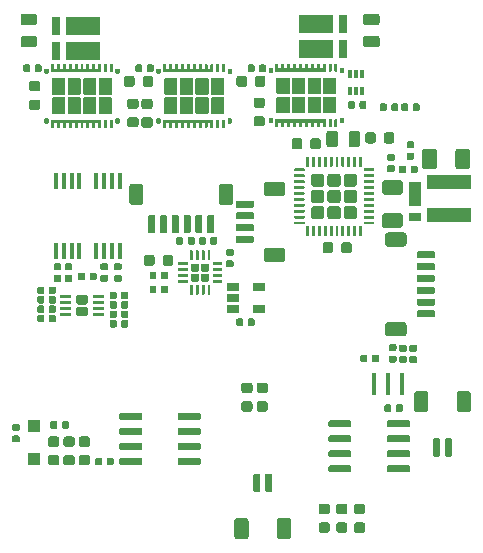
<source format=gbr>
G04 #@! TF.GenerationSoftware,KiCad,Pcbnew,(5.1.5)-2*
G04 #@! TF.CreationDate,2020-02-05T02:18:03-08:00*
G04 #@! TF.ProjectId,Motor_Gen2,4d6f746f-725f-4476-956e-322e6b696361,rev?*
G04 #@! TF.SameCoordinates,Original*
G04 #@! TF.FileFunction,Paste,Top*
G04 #@! TF.FilePolarity,Positive*
%FSLAX46Y46*%
G04 Gerber Fmt 4.6, Leading zero omitted, Abs format (unit mm)*
G04 Created by KiCad (PCBNEW (5.1.5)-2) date 2020-02-05 02:18:03*
%MOMM*%
%LPD*%
G04 APERTURE LIST*
%ADD10R,1.100000X1.100000*%
%ADD11C,0.100000*%
%ADD12R,0.300000X0.670000*%
%ADD13R,0.400000X1.900000*%
%ADD14R,1.060000X0.650000*%
%ADD15R,0.450000X1.450000*%
%ADD16R,0.700000X1.500000*%
%ADD17R,2.950000X1.500000*%
%ADD18R,3.700000X1.200000*%
%ADD19R,1.100000X2.000000*%
%ADD20R,1.100000X0.800000*%
G04 APERTURE END LIST*
D10*
X85900000Y-115800000D03*
X85900000Y-113000000D03*
D11*
G36*
X111579901Y-82300241D02*
G01*
X111584755Y-82300961D01*
X111589514Y-82302153D01*
X111594134Y-82303806D01*
X111598570Y-82305904D01*
X111602779Y-82308427D01*
X111606720Y-82311349D01*
X111610355Y-82314645D01*
X111613651Y-82318280D01*
X111616573Y-82322221D01*
X111619096Y-82326430D01*
X111621194Y-82330866D01*
X111622847Y-82335486D01*
X111624039Y-82340245D01*
X111624759Y-82345099D01*
X111625000Y-82350000D01*
X111625000Y-82950000D01*
X111624759Y-82954901D01*
X111624039Y-82959755D01*
X111622847Y-82964514D01*
X111621194Y-82969134D01*
X111619096Y-82973570D01*
X111616573Y-82977779D01*
X111613651Y-82981720D01*
X111610355Y-82985355D01*
X111606720Y-82988651D01*
X111602779Y-82991573D01*
X111598570Y-82994096D01*
X111594134Y-82996194D01*
X111589514Y-82997847D01*
X111584755Y-82999039D01*
X111579901Y-82999759D01*
X111575000Y-83000000D01*
X111425000Y-83000000D01*
X111420099Y-82999759D01*
X111415245Y-82999039D01*
X111410486Y-82997847D01*
X111405866Y-82996194D01*
X111401430Y-82994096D01*
X111397221Y-82991573D01*
X111393280Y-82988651D01*
X111389645Y-82985355D01*
X111386349Y-82981720D01*
X111383427Y-82977779D01*
X111380904Y-82973570D01*
X111378806Y-82969134D01*
X111377153Y-82964514D01*
X111375961Y-82959755D01*
X111375241Y-82954901D01*
X111375000Y-82950000D01*
X111375000Y-82350000D01*
X111375241Y-82345099D01*
X111375961Y-82340245D01*
X111377153Y-82335486D01*
X111378806Y-82330866D01*
X111380904Y-82326430D01*
X111383427Y-82322221D01*
X111386349Y-82318280D01*
X111389645Y-82314645D01*
X111393280Y-82311349D01*
X111397221Y-82308427D01*
X111401430Y-82305904D01*
X111405866Y-82303806D01*
X111410486Y-82302153D01*
X111415245Y-82300961D01*
X111420099Y-82300241D01*
X111425000Y-82300000D01*
X111575000Y-82300000D01*
X111579901Y-82300241D01*
G37*
G36*
X111079901Y-82300241D02*
G01*
X111084755Y-82300961D01*
X111089514Y-82302153D01*
X111094134Y-82303806D01*
X111098570Y-82305904D01*
X111102779Y-82308427D01*
X111106720Y-82311349D01*
X111110355Y-82314645D01*
X111113651Y-82318280D01*
X111116573Y-82322221D01*
X111119096Y-82326430D01*
X111121194Y-82330866D01*
X111122847Y-82335486D01*
X111124039Y-82340245D01*
X111124759Y-82345099D01*
X111125000Y-82350000D01*
X111125000Y-82950000D01*
X111124759Y-82954901D01*
X111124039Y-82959755D01*
X111122847Y-82964514D01*
X111121194Y-82969134D01*
X111119096Y-82973570D01*
X111116573Y-82977779D01*
X111113651Y-82981720D01*
X111110355Y-82985355D01*
X111106720Y-82988651D01*
X111102779Y-82991573D01*
X111098570Y-82994096D01*
X111094134Y-82996194D01*
X111089514Y-82997847D01*
X111084755Y-82999039D01*
X111079901Y-82999759D01*
X111075000Y-83000000D01*
X110925000Y-83000000D01*
X110920099Y-82999759D01*
X110915245Y-82999039D01*
X110910486Y-82997847D01*
X110905866Y-82996194D01*
X110901430Y-82994096D01*
X110897221Y-82991573D01*
X110893280Y-82988651D01*
X110889645Y-82985355D01*
X110886349Y-82981720D01*
X110883427Y-82977779D01*
X110880904Y-82973570D01*
X110878806Y-82969134D01*
X110877153Y-82964514D01*
X110875961Y-82959755D01*
X110875241Y-82954901D01*
X110875000Y-82950000D01*
X110875000Y-82350000D01*
X110875241Y-82345099D01*
X110875961Y-82340245D01*
X110877153Y-82335486D01*
X110878806Y-82330866D01*
X110880904Y-82326430D01*
X110883427Y-82322221D01*
X110886349Y-82318280D01*
X110889645Y-82314645D01*
X110893280Y-82311349D01*
X110897221Y-82308427D01*
X110901430Y-82305904D01*
X110905866Y-82303806D01*
X110910486Y-82302153D01*
X110915245Y-82300961D01*
X110920099Y-82300241D01*
X110925000Y-82300000D01*
X111075000Y-82300000D01*
X111079901Y-82300241D01*
G37*
G36*
X110579901Y-82300241D02*
G01*
X110584755Y-82300961D01*
X110589514Y-82302153D01*
X110594134Y-82303806D01*
X110598570Y-82305904D01*
X110602779Y-82308427D01*
X110606720Y-82311349D01*
X110610355Y-82314645D01*
X110613651Y-82318280D01*
X110616573Y-82322221D01*
X110619096Y-82326430D01*
X110621194Y-82330866D01*
X110622847Y-82335486D01*
X110624039Y-82340245D01*
X110624759Y-82345099D01*
X110625000Y-82350000D01*
X110625000Y-82950000D01*
X110624759Y-82954901D01*
X110624039Y-82959755D01*
X110622847Y-82964514D01*
X110621194Y-82969134D01*
X110619096Y-82973570D01*
X110616573Y-82977779D01*
X110613651Y-82981720D01*
X110610355Y-82985355D01*
X110606720Y-82988651D01*
X110602779Y-82991573D01*
X110598570Y-82994096D01*
X110594134Y-82996194D01*
X110589514Y-82997847D01*
X110584755Y-82999039D01*
X110579901Y-82999759D01*
X110575000Y-83000000D01*
X110425000Y-83000000D01*
X110420099Y-82999759D01*
X110415245Y-82999039D01*
X110410486Y-82997847D01*
X110405866Y-82996194D01*
X110401430Y-82994096D01*
X110397221Y-82991573D01*
X110393280Y-82988651D01*
X110389645Y-82985355D01*
X110386349Y-82981720D01*
X110383427Y-82977779D01*
X110380904Y-82973570D01*
X110378806Y-82969134D01*
X110377153Y-82964514D01*
X110375961Y-82959755D01*
X110375241Y-82954901D01*
X110375000Y-82950000D01*
X110375000Y-82350000D01*
X110375241Y-82345099D01*
X110375961Y-82340245D01*
X110377153Y-82335486D01*
X110378806Y-82330866D01*
X110380904Y-82326430D01*
X110383427Y-82322221D01*
X110386349Y-82318280D01*
X110389645Y-82314645D01*
X110393280Y-82311349D01*
X110397221Y-82308427D01*
X110401430Y-82305904D01*
X110405866Y-82303806D01*
X110410486Y-82302153D01*
X110415245Y-82300961D01*
X110420099Y-82300241D01*
X110425000Y-82300000D01*
X110575000Y-82300000D01*
X110579901Y-82300241D01*
G37*
G36*
X110079901Y-82300241D02*
G01*
X110084755Y-82300961D01*
X110089514Y-82302153D01*
X110094134Y-82303806D01*
X110098570Y-82305904D01*
X110102779Y-82308427D01*
X110106720Y-82311349D01*
X110110355Y-82314645D01*
X110113651Y-82318280D01*
X110116573Y-82322221D01*
X110119096Y-82326430D01*
X110121194Y-82330866D01*
X110122847Y-82335486D01*
X110124039Y-82340245D01*
X110124759Y-82345099D01*
X110125000Y-82350000D01*
X110125000Y-82950000D01*
X110124759Y-82954901D01*
X110124039Y-82959755D01*
X110122847Y-82964514D01*
X110121194Y-82969134D01*
X110119096Y-82973570D01*
X110116573Y-82977779D01*
X110113651Y-82981720D01*
X110110355Y-82985355D01*
X110106720Y-82988651D01*
X110102779Y-82991573D01*
X110098570Y-82994096D01*
X110094134Y-82996194D01*
X110089514Y-82997847D01*
X110084755Y-82999039D01*
X110079901Y-82999759D01*
X110075000Y-83000000D01*
X109925000Y-83000000D01*
X109920099Y-82999759D01*
X109915245Y-82999039D01*
X109910486Y-82997847D01*
X109905866Y-82996194D01*
X109901430Y-82994096D01*
X109897221Y-82991573D01*
X109893280Y-82988651D01*
X109889645Y-82985355D01*
X109886349Y-82981720D01*
X109883427Y-82977779D01*
X109880904Y-82973570D01*
X109878806Y-82969134D01*
X109877153Y-82964514D01*
X109875961Y-82959755D01*
X109875241Y-82954901D01*
X109875000Y-82950000D01*
X109875000Y-82350000D01*
X109875241Y-82345099D01*
X109875961Y-82340245D01*
X109877153Y-82335486D01*
X109878806Y-82330866D01*
X109880904Y-82326430D01*
X109883427Y-82322221D01*
X109886349Y-82318280D01*
X109889645Y-82314645D01*
X109893280Y-82311349D01*
X109897221Y-82308427D01*
X109901430Y-82305904D01*
X109905866Y-82303806D01*
X109910486Y-82302153D01*
X109915245Y-82300961D01*
X109920099Y-82300241D01*
X109925000Y-82300000D01*
X110075000Y-82300000D01*
X110079901Y-82300241D01*
G37*
G36*
X109579901Y-82300241D02*
G01*
X109584755Y-82300961D01*
X109589514Y-82302153D01*
X109594134Y-82303806D01*
X109598570Y-82305904D01*
X109602779Y-82308427D01*
X109606720Y-82311349D01*
X109610355Y-82314645D01*
X109613651Y-82318280D01*
X109616573Y-82322221D01*
X109619096Y-82326430D01*
X109621194Y-82330866D01*
X109622847Y-82335486D01*
X109624039Y-82340245D01*
X109624759Y-82345099D01*
X109625000Y-82350000D01*
X109625000Y-82950000D01*
X109624759Y-82954901D01*
X109624039Y-82959755D01*
X109622847Y-82964514D01*
X109621194Y-82969134D01*
X109619096Y-82973570D01*
X109616573Y-82977779D01*
X109613651Y-82981720D01*
X109610355Y-82985355D01*
X109606720Y-82988651D01*
X109602779Y-82991573D01*
X109598570Y-82994096D01*
X109594134Y-82996194D01*
X109589514Y-82997847D01*
X109584755Y-82999039D01*
X109579901Y-82999759D01*
X109575000Y-83000000D01*
X109425000Y-83000000D01*
X109420099Y-82999759D01*
X109415245Y-82999039D01*
X109410486Y-82997847D01*
X109405866Y-82996194D01*
X109401430Y-82994096D01*
X109397221Y-82991573D01*
X109393280Y-82988651D01*
X109389645Y-82985355D01*
X109386349Y-82981720D01*
X109383427Y-82977779D01*
X109380904Y-82973570D01*
X109378806Y-82969134D01*
X109377153Y-82964514D01*
X109375961Y-82959755D01*
X109375241Y-82954901D01*
X109375000Y-82950000D01*
X109375000Y-82350000D01*
X109375241Y-82345099D01*
X109375961Y-82340245D01*
X109377153Y-82335486D01*
X109378806Y-82330866D01*
X109380904Y-82326430D01*
X109383427Y-82322221D01*
X109386349Y-82318280D01*
X109389645Y-82314645D01*
X109393280Y-82311349D01*
X109397221Y-82308427D01*
X109401430Y-82305904D01*
X109405866Y-82303806D01*
X109410486Y-82302153D01*
X109415245Y-82300961D01*
X109420099Y-82300241D01*
X109425000Y-82300000D01*
X109575000Y-82300000D01*
X109579901Y-82300241D01*
G37*
G36*
X109079901Y-82300241D02*
G01*
X109084755Y-82300961D01*
X109089514Y-82302153D01*
X109094134Y-82303806D01*
X109098570Y-82305904D01*
X109102779Y-82308427D01*
X109106720Y-82311349D01*
X109110355Y-82314645D01*
X109113651Y-82318280D01*
X109116573Y-82322221D01*
X109119096Y-82326430D01*
X109121194Y-82330866D01*
X109122847Y-82335486D01*
X109124039Y-82340245D01*
X109124759Y-82345099D01*
X109125000Y-82350000D01*
X109125000Y-82950000D01*
X109124759Y-82954901D01*
X109124039Y-82959755D01*
X109122847Y-82964514D01*
X109121194Y-82969134D01*
X109119096Y-82973570D01*
X109116573Y-82977779D01*
X109113651Y-82981720D01*
X109110355Y-82985355D01*
X109106720Y-82988651D01*
X109102779Y-82991573D01*
X109098570Y-82994096D01*
X109094134Y-82996194D01*
X109089514Y-82997847D01*
X109084755Y-82999039D01*
X109079901Y-82999759D01*
X109075000Y-83000000D01*
X108925000Y-83000000D01*
X108920099Y-82999759D01*
X108915245Y-82999039D01*
X108910486Y-82997847D01*
X108905866Y-82996194D01*
X108901430Y-82994096D01*
X108897221Y-82991573D01*
X108893280Y-82988651D01*
X108889645Y-82985355D01*
X108886349Y-82981720D01*
X108883427Y-82977779D01*
X108880904Y-82973570D01*
X108878806Y-82969134D01*
X108877153Y-82964514D01*
X108875961Y-82959755D01*
X108875241Y-82954901D01*
X108875000Y-82950000D01*
X108875000Y-82350000D01*
X108875241Y-82345099D01*
X108875961Y-82340245D01*
X108877153Y-82335486D01*
X108878806Y-82330866D01*
X108880904Y-82326430D01*
X108883427Y-82322221D01*
X108886349Y-82318280D01*
X108889645Y-82314645D01*
X108893280Y-82311349D01*
X108897221Y-82308427D01*
X108901430Y-82305904D01*
X108905866Y-82303806D01*
X108910486Y-82302153D01*
X108915245Y-82300961D01*
X108920099Y-82300241D01*
X108925000Y-82300000D01*
X109075000Y-82300000D01*
X109079901Y-82300241D01*
G37*
G36*
X108579901Y-82300241D02*
G01*
X108584755Y-82300961D01*
X108589514Y-82302153D01*
X108594134Y-82303806D01*
X108598570Y-82305904D01*
X108602779Y-82308427D01*
X108606720Y-82311349D01*
X108610355Y-82314645D01*
X108613651Y-82318280D01*
X108616573Y-82322221D01*
X108619096Y-82326430D01*
X108621194Y-82330866D01*
X108622847Y-82335486D01*
X108624039Y-82340245D01*
X108624759Y-82345099D01*
X108625000Y-82350000D01*
X108625000Y-82950000D01*
X108624759Y-82954901D01*
X108624039Y-82959755D01*
X108622847Y-82964514D01*
X108621194Y-82969134D01*
X108619096Y-82973570D01*
X108616573Y-82977779D01*
X108613651Y-82981720D01*
X108610355Y-82985355D01*
X108606720Y-82988651D01*
X108602779Y-82991573D01*
X108598570Y-82994096D01*
X108594134Y-82996194D01*
X108589514Y-82997847D01*
X108584755Y-82999039D01*
X108579901Y-82999759D01*
X108575000Y-83000000D01*
X108425000Y-83000000D01*
X108420099Y-82999759D01*
X108415245Y-82999039D01*
X108410486Y-82997847D01*
X108405866Y-82996194D01*
X108401430Y-82994096D01*
X108397221Y-82991573D01*
X108393280Y-82988651D01*
X108389645Y-82985355D01*
X108386349Y-82981720D01*
X108383427Y-82977779D01*
X108380904Y-82973570D01*
X108378806Y-82969134D01*
X108377153Y-82964514D01*
X108375961Y-82959755D01*
X108375241Y-82954901D01*
X108375000Y-82950000D01*
X108375000Y-82350000D01*
X108375241Y-82345099D01*
X108375961Y-82340245D01*
X108377153Y-82335486D01*
X108378806Y-82330866D01*
X108380904Y-82326430D01*
X108383427Y-82322221D01*
X108386349Y-82318280D01*
X108389645Y-82314645D01*
X108393280Y-82311349D01*
X108397221Y-82308427D01*
X108401430Y-82305904D01*
X108405866Y-82303806D01*
X108410486Y-82302153D01*
X108415245Y-82300961D01*
X108420099Y-82300241D01*
X108425000Y-82300000D01*
X108575000Y-82300000D01*
X108579901Y-82300241D01*
G37*
G36*
X108079901Y-82300241D02*
G01*
X108084755Y-82300961D01*
X108089514Y-82302153D01*
X108094134Y-82303806D01*
X108098570Y-82305904D01*
X108102779Y-82308427D01*
X108106720Y-82311349D01*
X108110355Y-82314645D01*
X108113651Y-82318280D01*
X108116573Y-82322221D01*
X108119096Y-82326430D01*
X108121194Y-82330866D01*
X108122847Y-82335486D01*
X108124039Y-82340245D01*
X108124759Y-82345099D01*
X108125000Y-82350000D01*
X108125000Y-82950000D01*
X108124759Y-82954901D01*
X108124039Y-82959755D01*
X108122847Y-82964514D01*
X108121194Y-82969134D01*
X108119096Y-82973570D01*
X108116573Y-82977779D01*
X108113651Y-82981720D01*
X108110355Y-82985355D01*
X108106720Y-82988651D01*
X108102779Y-82991573D01*
X108098570Y-82994096D01*
X108094134Y-82996194D01*
X108089514Y-82997847D01*
X108084755Y-82999039D01*
X108079901Y-82999759D01*
X108075000Y-83000000D01*
X107925000Y-83000000D01*
X107920099Y-82999759D01*
X107915245Y-82999039D01*
X107910486Y-82997847D01*
X107905866Y-82996194D01*
X107901430Y-82994096D01*
X107897221Y-82991573D01*
X107893280Y-82988651D01*
X107889645Y-82985355D01*
X107886349Y-82981720D01*
X107883427Y-82977779D01*
X107880904Y-82973570D01*
X107878806Y-82969134D01*
X107877153Y-82964514D01*
X107875961Y-82959755D01*
X107875241Y-82954901D01*
X107875000Y-82950000D01*
X107875000Y-82350000D01*
X107875241Y-82345099D01*
X107875961Y-82340245D01*
X107877153Y-82335486D01*
X107878806Y-82330866D01*
X107880904Y-82326430D01*
X107883427Y-82322221D01*
X107886349Y-82318280D01*
X107889645Y-82314645D01*
X107893280Y-82311349D01*
X107897221Y-82308427D01*
X107901430Y-82305904D01*
X107905866Y-82303806D01*
X107910486Y-82302153D01*
X107915245Y-82300961D01*
X107920099Y-82300241D01*
X107925000Y-82300000D01*
X108075000Y-82300000D01*
X108079901Y-82300241D01*
G37*
G36*
X107579901Y-82300241D02*
G01*
X107584755Y-82300961D01*
X107589514Y-82302153D01*
X107594134Y-82303806D01*
X107598570Y-82305904D01*
X107602779Y-82308427D01*
X107606720Y-82311349D01*
X107610355Y-82314645D01*
X107613651Y-82318280D01*
X107616573Y-82322221D01*
X107619096Y-82326430D01*
X107621194Y-82330866D01*
X107622847Y-82335486D01*
X107624039Y-82340245D01*
X107624759Y-82345099D01*
X107625000Y-82350000D01*
X107625000Y-82950000D01*
X107624759Y-82954901D01*
X107624039Y-82959755D01*
X107622847Y-82964514D01*
X107621194Y-82969134D01*
X107619096Y-82973570D01*
X107616573Y-82977779D01*
X107613651Y-82981720D01*
X107610355Y-82985355D01*
X107606720Y-82988651D01*
X107602779Y-82991573D01*
X107598570Y-82994096D01*
X107594134Y-82996194D01*
X107589514Y-82997847D01*
X107584755Y-82999039D01*
X107579901Y-82999759D01*
X107575000Y-83000000D01*
X107425000Y-83000000D01*
X107420099Y-82999759D01*
X107415245Y-82999039D01*
X107410486Y-82997847D01*
X107405866Y-82996194D01*
X107401430Y-82994096D01*
X107397221Y-82991573D01*
X107393280Y-82988651D01*
X107389645Y-82985355D01*
X107386349Y-82981720D01*
X107383427Y-82977779D01*
X107380904Y-82973570D01*
X107378806Y-82969134D01*
X107377153Y-82964514D01*
X107375961Y-82959755D01*
X107375241Y-82954901D01*
X107375000Y-82950000D01*
X107375000Y-82350000D01*
X107375241Y-82345099D01*
X107375961Y-82340245D01*
X107377153Y-82335486D01*
X107378806Y-82330866D01*
X107380904Y-82326430D01*
X107383427Y-82322221D01*
X107386349Y-82318280D01*
X107389645Y-82314645D01*
X107393280Y-82311349D01*
X107397221Y-82308427D01*
X107401430Y-82305904D01*
X107405866Y-82303806D01*
X107410486Y-82302153D01*
X107415245Y-82300961D01*
X107420099Y-82300241D01*
X107425000Y-82300000D01*
X107575000Y-82300000D01*
X107579901Y-82300241D01*
G37*
G36*
X107079901Y-82300241D02*
G01*
X107084755Y-82300961D01*
X107089514Y-82302153D01*
X107094134Y-82303806D01*
X107098570Y-82305904D01*
X107102779Y-82308427D01*
X107106720Y-82311349D01*
X107110355Y-82314645D01*
X107113651Y-82318280D01*
X107116573Y-82322221D01*
X107119096Y-82326430D01*
X107121194Y-82330866D01*
X107122847Y-82335486D01*
X107124039Y-82340245D01*
X107124759Y-82345099D01*
X107125000Y-82350000D01*
X107125000Y-82950000D01*
X107124759Y-82954901D01*
X107124039Y-82959755D01*
X107122847Y-82964514D01*
X107121194Y-82969134D01*
X107119096Y-82973570D01*
X107116573Y-82977779D01*
X107113651Y-82981720D01*
X107110355Y-82985355D01*
X107106720Y-82988651D01*
X107102779Y-82991573D01*
X107098570Y-82994096D01*
X107094134Y-82996194D01*
X107089514Y-82997847D01*
X107084755Y-82999039D01*
X107079901Y-82999759D01*
X107075000Y-83000000D01*
X106925000Y-83000000D01*
X106920099Y-82999759D01*
X106915245Y-82999039D01*
X106910486Y-82997847D01*
X106905866Y-82996194D01*
X106901430Y-82994096D01*
X106897221Y-82991573D01*
X106893280Y-82988651D01*
X106889645Y-82985355D01*
X106886349Y-82981720D01*
X106883427Y-82977779D01*
X106880904Y-82973570D01*
X106878806Y-82969134D01*
X106877153Y-82964514D01*
X106875961Y-82959755D01*
X106875241Y-82954901D01*
X106875000Y-82950000D01*
X106875000Y-82350000D01*
X106875241Y-82345099D01*
X106875961Y-82340245D01*
X106877153Y-82335486D01*
X106878806Y-82330866D01*
X106880904Y-82326430D01*
X106883427Y-82322221D01*
X106886349Y-82318280D01*
X106889645Y-82314645D01*
X106893280Y-82311349D01*
X106897221Y-82308427D01*
X106901430Y-82305904D01*
X106905866Y-82303806D01*
X106910486Y-82302153D01*
X106915245Y-82300961D01*
X106920099Y-82300241D01*
X106925000Y-82300000D01*
X107075000Y-82300000D01*
X107079901Y-82300241D01*
G37*
G36*
X106579901Y-82300241D02*
G01*
X106584755Y-82300961D01*
X106589514Y-82302153D01*
X106594134Y-82303806D01*
X106598570Y-82305904D01*
X106602779Y-82308427D01*
X106606720Y-82311349D01*
X106610355Y-82314645D01*
X106613651Y-82318280D01*
X106616573Y-82322221D01*
X106619096Y-82326430D01*
X106621194Y-82330866D01*
X106622847Y-82335486D01*
X106624039Y-82340245D01*
X106624759Y-82345099D01*
X106625000Y-82350000D01*
X106625000Y-82950000D01*
X106624759Y-82954901D01*
X106624039Y-82959755D01*
X106622847Y-82964514D01*
X106621194Y-82969134D01*
X106619096Y-82973570D01*
X106616573Y-82977779D01*
X106613651Y-82981720D01*
X106610355Y-82985355D01*
X106606720Y-82988651D01*
X106602779Y-82991573D01*
X106598570Y-82994096D01*
X106594134Y-82996194D01*
X106589514Y-82997847D01*
X106584755Y-82999039D01*
X106579901Y-82999759D01*
X106575000Y-83000000D01*
X106425000Y-83000000D01*
X106420099Y-82999759D01*
X106415245Y-82999039D01*
X106410486Y-82997847D01*
X106405866Y-82996194D01*
X106401430Y-82994096D01*
X106397221Y-82991573D01*
X106393280Y-82988651D01*
X106389645Y-82985355D01*
X106386349Y-82981720D01*
X106383427Y-82977779D01*
X106380904Y-82973570D01*
X106378806Y-82969134D01*
X106377153Y-82964514D01*
X106375961Y-82959755D01*
X106375241Y-82954901D01*
X106375000Y-82950000D01*
X106375000Y-82350000D01*
X106375241Y-82345099D01*
X106375961Y-82340245D01*
X106377153Y-82335486D01*
X106378806Y-82330866D01*
X106380904Y-82326430D01*
X106383427Y-82322221D01*
X106386349Y-82318280D01*
X106389645Y-82314645D01*
X106393280Y-82311349D01*
X106397221Y-82308427D01*
X106401430Y-82305904D01*
X106405866Y-82303806D01*
X106410486Y-82302153D01*
X106415245Y-82300961D01*
X106420099Y-82300241D01*
X106425000Y-82300000D01*
X106575000Y-82300000D01*
X106579901Y-82300241D01*
G37*
G36*
X106579901Y-87000241D02*
G01*
X106584755Y-87000961D01*
X106589514Y-87002153D01*
X106594134Y-87003806D01*
X106598570Y-87005904D01*
X106602779Y-87008427D01*
X106606720Y-87011349D01*
X106610355Y-87014645D01*
X106613651Y-87018280D01*
X106616573Y-87022221D01*
X106619096Y-87026430D01*
X106621194Y-87030866D01*
X106622847Y-87035486D01*
X106624039Y-87040245D01*
X106624759Y-87045099D01*
X106625000Y-87050000D01*
X106625000Y-87650000D01*
X106624759Y-87654901D01*
X106624039Y-87659755D01*
X106622847Y-87664514D01*
X106621194Y-87669134D01*
X106619096Y-87673570D01*
X106616573Y-87677779D01*
X106613651Y-87681720D01*
X106610355Y-87685355D01*
X106606720Y-87688651D01*
X106602779Y-87691573D01*
X106598570Y-87694096D01*
X106594134Y-87696194D01*
X106589514Y-87697847D01*
X106584755Y-87699039D01*
X106579901Y-87699759D01*
X106575000Y-87700000D01*
X106425000Y-87700000D01*
X106420099Y-87699759D01*
X106415245Y-87699039D01*
X106410486Y-87697847D01*
X106405866Y-87696194D01*
X106401430Y-87694096D01*
X106397221Y-87691573D01*
X106393280Y-87688651D01*
X106389645Y-87685355D01*
X106386349Y-87681720D01*
X106383427Y-87677779D01*
X106380904Y-87673570D01*
X106378806Y-87669134D01*
X106377153Y-87664514D01*
X106375961Y-87659755D01*
X106375241Y-87654901D01*
X106375000Y-87650000D01*
X106375000Y-87050000D01*
X106375241Y-87045099D01*
X106375961Y-87040245D01*
X106377153Y-87035486D01*
X106378806Y-87030866D01*
X106380904Y-87026430D01*
X106383427Y-87022221D01*
X106386349Y-87018280D01*
X106389645Y-87014645D01*
X106393280Y-87011349D01*
X106397221Y-87008427D01*
X106401430Y-87005904D01*
X106405866Y-87003806D01*
X106410486Y-87002153D01*
X106415245Y-87000961D01*
X106420099Y-87000241D01*
X106425000Y-87000000D01*
X106575000Y-87000000D01*
X106579901Y-87000241D01*
G37*
G36*
X107079901Y-87000241D02*
G01*
X107084755Y-87000961D01*
X107089514Y-87002153D01*
X107094134Y-87003806D01*
X107098570Y-87005904D01*
X107102779Y-87008427D01*
X107106720Y-87011349D01*
X107110355Y-87014645D01*
X107113651Y-87018280D01*
X107116573Y-87022221D01*
X107119096Y-87026430D01*
X107121194Y-87030866D01*
X107122847Y-87035486D01*
X107124039Y-87040245D01*
X107124759Y-87045099D01*
X107125000Y-87050000D01*
X107125000Y-87650000D01*
X107124759Y-87654901D01*
X107124039Y-87659755D01*
X107122847Y-87664514D01*
X107121194Y-87669134D01*
X107119096Y-87673570D01*
X107116573Y-87677779D01*
X107113651Y-87681720D01*
X107110355Y-87685355D01*
X107106720Y-87688651D01*
X107102779Y-87691573D01*
X107098570Y-87694096D01*
X107094134Y-87696194D01*
X107089514Y-87697847D01*
X107084755Y-87699039D01*
X107079901Y-87699759D01*
X107075000Y-87700000D01*
X106925000Y-87700000D01*
X106920099Y-87699759D01*
X106915245Y-87699039D01*
X106910486Y-87697847D01*
X106905866Y-87696194D01*
X106901430Y-87694096D01*
X106897221Y-87691573D01*
X106893280Y-87688651D01*
X106889645Y-87685355D01*
X106886349Y-87681720D01*
X106883427Y-87677779D01*
X106880904Y-87673570D01*
X106878806Y-87669134D01*
X106877153Y-87664514D01*
X106875961Y-87659755D01*
X106875241Y-87654901D01*
X106875000Y-87650000D01*
X106875000Y-87050000D01*
X106875241Y-87045099D01*
X106875961Y-87040245D01*
X106877153Y-87035486D01*
X106878806Y-87030866D01*
X106880904Y-87026430D01*
X106883427Y-87022221D01*
X106886349Y-87018280D01*
X106889645Y-87014645D01*
X106893280Y-87011349D01*
X106897221Y-87008427D01*
X106901430Y-87005904D01*
X106905866Y-87003806D01*
X106910486Y-87002153D01*
X106915245Y-87000961D01*
X106920099Y-87000241D01*
X106925000Y-87000000D01*
X107075000Y-87000000D01*
X107079901Y-87000241D01*
G37*
G36*
X107579901Y-87000241D02*
G01*
X107584755Y-87000961D01*
X107589514Y-87002153D01*
X107594134Y-87003806D01*
X107598570Y-87005904D01*
X107602779Y-87008427D01*
X107606720Y-87011349D01*
X107610355Y-87014645D01*
X107613651Y-87018280D01*
X107616573Y-87022221D01*
X107619096Y-87026430D01*
X107621194Y-87030866D01*
X107622847Y-87035486D01*
X107624039Y-87040245D01*
X107624759Y-87045099D01*
X107625000Y-87050000D01*
X107625000Y-87650000D01*
X107624759Y-87654901D01*
X107624039Y-87659755D01*
X107622847Y-87664514D01*
X107621194Y-87669134D01*
X107619096Y-87673570D01*
X107616573Y-87677779D01*
X107613651Y-87681720D01*
X107610355Y-87685355D01*
X107606720Y-87688651D01*
X107602779Y-87691573D01*
X107598570Y-87694096D01*
X107594134Y-87696194D01*
X107589514Y-87697847D01*
X107584755Y-87699039D01*
X107579901Y-87699759D01*
X107575000Y-87700000D01*
X107425000Y-87700000D01*
X107420099Y-87699759D01*
X107415245Y-87699039D01*
X107410486Y-87697847D01*
X107405866Y-87696194D01*
X107401430Y-87694096D01*
X107397221Y-87691573D01*
X107393280Y-87688651D01*
X107389645Y-87685355D01*
X107386349Y-87681720D01*
X107383427Y-87677779D01*
X107380904Y-87673570D01*
X107378806Y-87669134D01*
X107377153Y-87664514D01*
X107375961Y-87659755D01*
X107375241Y-87654901D01*
X107375000Y-87650000D01*
X107375000Y-87050000D01*
X107375241Y-87045099D01*
X107375961Y-87040245D01*
X107377153Y-87035486D01*
X107378806Y-87030866D01*
X107380904Y-87026430D01*
X107383427Y-87022221D01*
X107386349Y-87018280D01*
X107389645Y-87014645D01*
X107393280Y-87011349D01*
X107397221Y-87008427D01*
X107401430Y-87005904D01*
X107405866Y-87003806D01*
X107410486Y-87002153D01*
X107415245Y-87000961D01*
X107420099Y-87000241D01*
X107425000Y-87000000D01*
X107575000Y-87000000D01*
X107579901Y-87000241D01*
G37*
G36*
X108079901Y-87000241D02*
G01*
X108084755Y-87000961D01*
X108089514Y-87002153D01*
X108094134Y-87003806D01*
X108098570Y-87005904D01*
X108102779Y-87008427D01*
X108106720Y-87011349D01*
X108110355Y-87014645D01*
X108113651Y-87018280D01*
X108116573Y-87022221D01*
X108119096Y-87026430D01*
X108121194Y-87030866D01*
X108122847Y-87035486D01*
X108124039Y-87040245D01*
X108124759Y-87045099D01*
X108125000Y-87050000D01*
X108125000Y-87650000D01*
X108124759Y-87654901D01*
X108124039Y-87659755D01*
X108122847Y-87664514D01*
X108121194Y-87669134D01*
X108119096Y-87673570D01*
X108116573Y-87677779D01*
X108113651Y-87681720D01*
X108110355Y-87685355D01*
X108106720Y-87688651D01*
X108102779Y-87691573D01*
X108098570Y-87694096D01*
X108094134Y-87696194D01*
X108089514Y-87697847D01*
X108084755Y-87699039D01*
X108079901Y-87699759D01*
X108075000Y-87700000D01*
X107925000Y-87700000D01*
X107920099Y-87699759D01*
X107915245Y-87699039D01*
X107910486Y-87697847D01*
X107905866Y-87696194D01*
X107901430Y-87694096D01*
X107897221Y-87691573D01*
X107893280Y-87688651D01*
X107889645Y-87685355D01*
X107886349Y-87681720D01*
X107883427Y-87677779D01*
X107880904Y-87673570D01*
X107878806Y-87669134D01*
X107877153Y-87664514D01*
X107875961Y-87659755D01*
X107875241Y-87654901D01*
X107875000Y-87650000D01*
X107875000Y-87050000D01*
X107875241Y-87045099D01*
X107875961Y-87040245D01*
X107877153Y-87035486D01*
X107878806Y-87030866D01*
X107880904Y-87026430D01*
X107883427Y-87022221D01*
X107886349Y-87018280D01*
X107889645Y-87014645D01*
X107893280Y-87011349D01*
X107897221Y-87008427D01*
X107901430Y-87005904D01*
X107905866Y-87003806D01*
X107910486Y-87002153D01*
X107915245Y-87000961D01*
X107920099Y-87000241D01*
X107925000Y-87000000D01*
X108075000Y-87000000D01*
X108079901Y-87000241D01*
G37*
G36*
X108579901Y-87000241D02*
G01*
X108584755Y-87000961D01*
X108589514Y-87002153D01*
X108594134Y-87003806D01*
X108598570Y-87005904D01*
X108602779Y-87008427D01*
X108606720Y-87011349D01*
X108610355Y-87014645D01*
X108613651Y-87018280D01*
X108616573Y-87022221D01*
X108619096Y-87026430D01*
X108621194Y-87030866D01*
X108622847Y-87035486D01*
X108624039Y-87040245D01*
X108624759Y-87045099D01*
X108625000Y-87050000D01*
X108625000Y-87650000D01*
X108624759Y-87654901D01*
X108624039Y-87659755D01*
X108622847Y-87664514D01*
X108621194Y-87669134D01*
X108619096Y-87673570D01*
X108616573Y-87677779D01*
X108613651Y-87681720D01*
X108610355Y-87685355D01*
X108606720Y-87688651D01*
X108602779Y-87691573D01*
X108598570Y-87694096D01*
X108594134Y-87696194D01*
X108589514Y-87697847D01*
X108584755Y-87699039D01*
X108579901Y-87699759D01*
X108575000Y-87700000D01*
X108425000Y-87700000D01*
X108420099Y-87699759D01*
X108415245Y-87699039D01*
X108410486Y-87697847D01*
X108405866Y-87696194D01*
X108401430Y-87694096D01*
X108397221Y-87691573D01*
X108393280Y-87688651D01*
X108389645Y-87685355D01*
X108386349Y-87681720D01*
X108383427Y-87677779D01*
X108380904Y-87673570D01*
X108378806Y-87669134D01*
X108377153Y-87664514D01*
X108375961Y-87659755D01*
X108375241Y-87654901D01*
X108375000Y-87650000D01*
X108375000Y-87050000D01*
X108375241Y-87045099D01*
X108375961Y-87040245D01*
X108377153Y-87035486D01*
X108378806Y-87030866D01*
X108380904Y-87026430D01*
X108383427Y-87022221D01*
X108386349Y-87018280D01*
X108389645Y-87014645D01*
X108393280Y-87011349D01*
X108397221Y-87008427D01*
X108401430Y-87005904D01*
X108405866Y-87003806D01*
X108410486Y-87002153D01*
X108415245Y-87000961D01*
X108420099Y-87000241D01*
X108425000Y-87000000D01*
X108575000Y-87000000D01*
X108579901Y-87000241D01*
G37*
G36*
X109079901Y-87000241D02*
G01*
X109084755Y-87000961D01*
X109089514Y-87002153D01*
X109094134Y-87003806D01*
X109098570Y-87005904D01*
X109102779Y-87008427D01*
X109106720Y-87011349D01*
X109110355Y-87014645D01*
X109113651Y-87018280D01*
X109116573Y-87022221D01*
X109119096Y-87026430D01*
X109121194Y-87030866D01*
X109122847Y-87035486D01*
X109124039Y-87040245D01*
X109124759Y-87045099D01*
X109125000Y-87050000D01*
X109125000Y-87650000D01*
X109124759Y-87654901D01*
X109124039Y-87659755D01*
X109122847Y-87664514D01*
X109121194Y-87669134D01*
X109119096Y-87673570D01*
X109116573Y-87677779D01*
X109113651Y-87681720D01*
X109110355Y-87685355D01*
X109106720Y-87688651D01*
X109102779Y-87691573D01*
X109098570Y-87694096D01*
X109094134Y-87696194D01*
X109089514Y-87697847D01*
X109084755Y-87699039D01*
X109079901Y-87699759D01*
X109075000Y-87700000D01*
X108925000Y-87700000D01*
X108920099Y-87699759D01*
X108915245Y-87699039D01*
X108910486Y-87697847D01*
X108905866Y-87696194D01*
X108901430Y-87694096D01*
X108897221Y-87691573D01*
X108893280Y-87688651D01*
X108889645Y-87685355D01*
X108886349Y-87681720D01*
X108883427Y-87677779D01*
X108880904Y-87673570D01*
X108878806Y-87669134D01*
X108877153Y-87664514D01*
X108875961Y-87659755D01*
X108875241Y-87654901D01*
X108875000Y-87650000D01*
X108875000Y-87050000D01*
X108875241Y-87045099D01*
X108875961Y-87040245D01*
X108877153Y-87035486D01*
X108878806Y-87030866D01*
X108880904Y-87026430D01*
X108883427Y-87022221D01*
X108886349Y-87018280D01*
X108889645Y-87014645D01*
X108893280Y-87011349D01*
X108897221Y-87008427D01*
X108901430Y-87005904D01*
X108905866Y-87003806D01*
X108910486Y-87002153D01*
X108915245Y-87000961D01*
X108920099Y-87000241D01*
X108925000Y-87000000D01*
X109075000Y-87000000D01*
X109079901Y-87000241D01*
G37*
G36*
X109579901Y-87000241D02*
G01*
X109584755Y-87000961D01*
X109589514Y-87002153D01*
X109594134Y-87003806D01*
X109598570Y-87005904D01*
X109602779Y-87008427D01*
X109606720Y-87011349D01*
X109610355Y-87014645D01*
X109613651Y-87018280D01*
X109616573Y-87022221D01*
X109619096Y-87026430D01*
X109621194Y-87030866D01*
X109622847Y-87035486D01*
X109624039Y-87040245D01*
X109624759Y-87045099D01*
X109625000Y-87050000D01*
X109625000Y-87650000D01*
X109624759Y-87654901D01*
X109624039Y-87659755D01*
X109622847Y-87664514D01*
X109621194Y-87669134D01*
X109619096Y-87673570D01*
X109616573Y-87677779D01*
X109613651Y-87681720D01*
X109610355Y-87685355D01*
X109606720Y-87688651D01*
X109602779Y-87691573D01*
X109598570Y-87694096D01*
X109594134Y-87696194D01*
X109589514Y-87697847D01*
X109584755Y-87699039D01*
X109579901Y-87699759D01*
X109575000Y-87700000D01*
X109425000Y-87700000D01*
X109420099Y-87699759D01*
X109415245Y-87699039D01*
X109410486Y-87697847D01*
X109405866Y-87696194D01*
X109401430Y-87694096D01*
X109397221Y-87691573D01*
X109393280Y-87688651D01*
X109389645Y-87685355D01*
X109386349Y-87681720D01*
X109383427Y-87677779D01*
X109380904Y-87673570D01*
X109378806Y-87669134D01*
X109377153Y-87664514D01*
X109375961Y-87659755D01*
X109375241Y-87654901D01*
X109375000Y-87650000D01*
X109375000Y-87050000D01*
X109375241Y-87045099D01*
X109375961Y-87040245D01*
X109377153Y-87035486D01*
X109378806Y-87030866D01*
X109380904Y-87026430D01*
X109383427Y-87022221D01*
X109386349Y-87018280D01*
X109389645Y-87014645D01*
X109393280Y-87011349D01*
X109397221Y-87008427D01*
X109401430Y-87005904D01*
X109405866Y-87003806D01*
X109410486Y-87002153D01*
X109415245Y-87000961D01*
X109420099Y-87000241D01*
X109425000Y-87000000D01*
X109575000Y-87000000D01*
X109579901Y-87000241D01*
G37*
G36*
X110079901Y-87000241D02*
G01*
X110084755Y-87000961D01*
X110089514Y-87002153D01*
X110094134Y-87003806D01*
X110098570Y-87005904D01*
X110102779Y-87008427D01*
X110106720Y-87011349D01*
X110110355Y-87014645D01*
X110113651Y-87018280D01*
X110116573Y-87022221D01*
X110119096Y-87026430D01*
X110121194Y-87030866D01*
X110122847Y-87035486D01*
X110124039Y-87040245D01*
X110124759Y-87045099D01*
X110125000Y-87050000D01*
X110125000Y-87650000D01*
X110124759Y-87654901D01*
X110124039Y-87659755D01*
X110122847Y-87664514D01*
X110121194Y-87669134D01*
X110119096Y-87673570D01*
X110116573Y-87677779D01*
X110113651Y-87681720D01*
X110110355Y-87685355D01*
X110106720Y-87688651D01*
X110102779Y-87691573D01*
X110098570Y-87694096D01*
X110094134Y-87696194D01*
X110089514Y-87697847D01*
X110084755Y-87699039D01*
X110079901Y-87699759D01*
X110075000Y-87700000D01*
X109925000Y-87700000D01*
X109920099Y-87699759D01*
X109915245Y-87699039D01*
X109910486Y-87697847D01*
X109905866Y-87696194D01*
X109901430Y-87694096D01*
X109897221Y-87691573D01*
X109893280Y-87688651D01*
X109889645Y-87685355D01*
X109886349Y-87681720D01*
X109883427Y-87677779D01*
X109880904Y-87673570D01*
X109878806Y-87669134D01*
X109877153Y-87664514D01*
X109875961Y-87659755D01*
X109875241Y-87654901D01*
X109875000Y-87650000D01*
X109875000Y-87050000D01*
X109875241Y-87045099D01*
X109875961Y-87040245D01*
X109877153Y-87035486D01*
X109878806Y-87030866D01*
X109880904Y-87026430D01*
X109883427Y-87022221D01*
X109886349Y-87018280D01*
X109889645Y-87014645D01*
X109893280Y-87011349D01*
X109897221Y-87008427D01*
X109901430Y-87005904D01*
X109905866Y-87003806D01*
X109910486Y-87002153D01*
X109915245Y-87000961D01*
X109920099Y-87000241D01*
X109925000Y-87000000D01*
X110075000Y-87000000D01*
X110079901Y-87000241D01*
G37*
G36*
X110579901Y-87000241D02*
G01*
X110584755Y-87000961D01*
X110589514Y-87002153D01*
X110594134Y-87003806D01*
X110598570Y-87005904D01*
X110602779Y-87008427D01*
X110606720Y-87011349D01*
X110610355Y-87014645D01*
X110613651Y-87018280D01*
X110616573Y-87022221D01*
X110619096Y-87026430D01*
X110621194Y-87030866D01*
X110622847Y-87035486D01*
X110624039Y-87040245D01*
X110624759Y-87045099D01*
X110625000Y-87050000D01*
X110625000Y-87650000D01*
X110624759Y-87654901D01*
X110624039Y-87659755D01*
X110622847Y-87664514D01*
X110621194Y-87669134D01*
X110619096Y-87673570D01*
X110616573Y-87677779D01*
X110613651Y-87681720D01*
X110610355Y-87685355D01*
X110606720Y-87688651D01*
X110602779Y-87691573D01*
X110598570Y-87694096D01*
X110594134Y-87696194D01*
X110589514Y-87697847D01*
X110584755Y-87699039D01*
X110579901Y-87699759D01*
X110575000Y-87700000D01*
X110425000Y-87700000D01*
X110420099Y-87699759D01*
X110415245Y-87699039D01*
X110410486Y-87697847D01*
X110405866Y-87696194D01*
X110401430Y-87694096D01*
X110397221Y-87691573D01*
X110393280Y-87688651D01*
X110389645Y-87685355D01*
X110386349Y-87681720D01*
X110383427Y-87677779D01*
X110380904Y-87673570D01*
X110378806Y-87669134D01*
X110377153Y-87664514D01*
X110375961Y-87659755D01*
X110375241Y-87654901D01*
X110375000Y-87650000D01*
X110375000Y-87050000D01*
X110375241Y-87045099D01*
X110375961Y-87040245D01*
X110377153Y-87035486D01*
X110378806Y-87030866D01*
X110380904Y-87026430D01*
X110383427Y-87022221D01*
X110386349Y-87018280D01*
X110389645Y-87014645D01*
X110393280Y-87011349D01*
X110397221Y-87008427D01*
X110401430Y-87005904D01*
X110405866Y-87003806D01*
X110410486Y-87002153D01*
X110415245Y-87000961D01*
X110420099Y-87000241D01*
X110425000Y-87000000D01*
X110575000Y-87000000D01*
X110579901Y-87000241D01*
G37*
G36*
X111079901Y-87000241D02*
G01*
X111084755Y-87000961D01*
X111089514Y-87002153D01*
X111094134Y-87003806D01*
X111098570Y-87005904D01*
X111102779Y-87008427D01*
X111106720Y-87011349D01*
X111110355Y-87014645D01*
X111113651Y-87018280D01*
X111116573Y-87022221D01*
X111119096Y-87026430D01*
X111121194Y-87030866D01*
X111122847Y-87035486D01*
X111124039Y-87040245D01*
X111124759Y-87045099D01*
X111125000Y-87050000D01*
X111125000Y-87650000D01*
X111124759Y-87654901D01*
X111124039Y-87659755D01*
X111122847Y-87664514D01*
X111121194Y-87669134D01*
X111119096Y-87673570D01*
X111116573Y-87677779D01*
X111113651Y-87681720D01*
X111110355Y-87685355D01*
X111106720Y-87688651D01*
X111102779Y-87691573D01*
X111098570Y-87694096D01*
X111094134Y-87696194D01*
X111089514Y-87697847D01*
X111084755Y-87699039D01*
X111079901Y-87699759D01*
X111075000Y-87700000D01*
X110925000Y-87700000D01*
X110920099Y-87699759D01*
X110915245Y-87699039D01*
X110910486Y-87697847D01*
X110905866Y-87696194D01*
X110901430Y-87694096D01*
X110897221Y-87691573D01*
X110893280Y-87688651D01*
X110889645Y-87685355D01*
X110886349Y-87681720D01*
X110883427Y-87677779D01*
X110880904Y-87673570D01*
X110878806Y-87669134D01*
X110877153Y-87664514D01*
X110875961Y-87659755D01*
X110875241Y-87654901D01*
X110875000Y-87650000D01*
X110875000Y-87050000D01*
X110875241Y-87045099D01*
X110875961Y-87040245D01*
X110877153Y-87035486D01*
X110878806Y-87030866D01*
X110880904Y-87026430D01*
X110883427Y-87022221D01*
X110886349Y-87018280D01*
X110889645Y-87014645D01*
X110893280Y-87011349D01*
X110897221Y-87008427D01*
X110901430Y-87005904D01*
X110905866Y-87003806D01*
X110910486Y-87002153D01*
X110915245Y-87000961D01*
X110920099Y-87000241D01*
X110925000Y-87000000D01*
X111075000Y-87000000D01*
X111079901Y-87000241D01*
G37*
G36*
X111579901Y-87000241D02*
G01*
X111584755Y-87000961D01*
X111589514Y-87002153D01*
X111594134Y-87003806D01*
X111598570Y-87005904D01*
X111602779Y-87008427D01*
X111606720Y-87011349D01*
X111610355Y-87014645D01*
X111613651Y-87018280D01*
X111616573Y-87022221D01*
X111619096Y-87026430D01*
X111621194Y-87030866D01*
X111622847Y-87035486D01*
X111624039Y-87040245D01*
X111624759Y-87045099D01*
X111625000Y-87050000D01*
X111625000Y-87650000D01*
X111624759Y-87654901D01*
X111624039Y-87659755D01*
X111622847Y-87664514D01*
X111621194Y-87669134D01*
X111619096Y-87673570D01*
X111616573Y-87677779D01*
X111613651Y-87681720D01*
X111610355Y-87685355D01*
X111606720Y-87688651D01*
X111602779Y-87691573D01*
X111598570Y-87694096D01*
X111594134Y-87696194D01*
X111589514Y-87697847D01*
X111584755Y-87699039D01*
X111579901Y-87699759D01*
X111575000Y-87700000D01*
X111425000Y-87700000D01*
X111420099Y-87699759D01*
X111415245Y-87699039D01*
X111410486Y-87697847D01*
X111405866Y-87696194D01*
X111401430Y-87694096D01*
X111397221Y-87691573D01*
X111393280Y-87688651D01*
X111389645Y-87685355D01*
X111386349Y-87681720D01*
X111383427Y-87677779D01*
X111380904Y-87673570D01*
X111378806Y-87669134D01*
X111377153Y-87664514D01*
X111375961Y-87659755D01*
X111375241Y-87654901D01*
X111375000Y-87650000D01*
X111375000Y-87050000D01*
X111375241Y-87045099D01*
X111375961Y-87040245D01*
X111377153Y-87035486D01*
X111378806Y-87030866D01*
X111380904Y-87026430D01*
X111383427Y-87022221D01*
X111386349Y-87018280D01*
X111389645Y-87014645D01*
X111393280Y-87011349D01*
X111397221Y-87008427D01*
X111401430Y-87005904D01*
X111405866Y-87003806D01*
X111410486Y-87002153D01*
X111415245Y-87000961D01*
X111420099Y-87000241D01*
X111425000Y-87000000D01*
X111575000Y-87000000D01*
X111579901Y-87000241D01*
G37*
G36*
X112132851Y-82670361D02*
G01*
X112140132Y-82671441D01*
X112147271Y-82673229D01*
X112154201Y-82675709D01*
X112160855Y-82678856D01*
X112167168Y-82682640D01*
X112173079Y-82687024D01*
X112178533Y-82691967D01*
X112183476Y-82697421D01*
X112187860Y-82703332D01*
X112191644Y-82709645D01*
X112194791Y-82716299D01*
X112197271Y-82723229D01*
X112199059Y-82730368D01*
X112200139Y-82737649D01*
X112200500Y-82745000D01*
X112200500Y-83025000D01*
X112200139Y-83032351D01*
X112199059Y-83039632D01*
X112197271Y-83046771D01*
X112194791Y-83053701D01*
X112191644Y-83060355D01*
X112187860Y-83066668D01*
X112183476Y-83072579D01*
X112178533Y-83078033D01*
X112173079Y-83082976D01*
X112167168Y-83087360D01*
X112160855Y-83091144D01*
X112154201Y-83094291D01*
X112147271Y-83096771D01*
X112140132Y-83098559D01*
X112132851Y-83099639D01*
X112125500Y-83100000D01*
X111900500Y-83100000D01*
X111893149Y-83099639D01*
X111885868Y-83098559D01*
X111878729Y-83096771D01*
X111871799Y-83094291D01*
X111865145Y-83091144D01*
X111858832Y-83087360D01*
X111852921Y-83082976D01*
X111847467Y-83078033D01*
X111842524Y-83072579D01*
X111838140Y-83066668D01*
X111834356Y-83060355D01*
X111831209Y-83053701D01*
X111828729Y-83046771D01*
X111826941Y-83039632D01*
X111825861Y-83032351D01*
X111825500Y-83025000D01*
X111825500Y-82745000D01*
X111825861Y-82737649D01*
X111826941Y-82730368D01*
X111828729Y-82723229D01*
X111831209Y-82716299D01*
X111834356Y-82709645D01*
X111838140Y-82703332D01*
X111842524Y-82697421D01*
X111847467Y-82691967D01*
X111852921Y-82687024D01*
X111858832Y-82682640D01*
X111865145Y-82678856D01*
X111871799Y-82675709D01*
X111878729Y-82673229D01*
X111885868Y-82671441D01*
X111893149Y-82670361D01*
X111900500Y-82670000D01*
X112125500Y-82670000D01*
X112132851Y-82670361D01*
G37*
G36*
X112132851Y-86900361D02*
G01*
X112140132Y-86901441D01*
X112147271Y-86903229D01*
X112154201Y-86905709D01*
X112160855Y-86908856D01*
X112167168Y-86912640D01*
X112173079Y-86917024D01*
X112178533Y-86921967D01*
X112183476Y-86927421D01*
X112187860Y-86933332D01*
X112191644Y-86939645D01*
X112194791Y-86946299D01*
X112197271Y-86953229D01*
X112199059Y-86960368D01*
X112200139Y-86967649D01*
X112200500Y-86975000D01*
X112200500Y-87255000D01*
X112200139Y-87262351D01*
X112199059Y-87269632D01*
X112197271Y-87276771D01*
X112194791Y-87283701D01*
X112191644Y-87290355D01*
X112187860Y-87296668D01*
X112183476Y-87302579D01*
X112178533Y-87308033D01*
X112173079Y-87312976D01*
X112167168Y-87317360D01*
X112160855Y-87321144D01*
X112154201Y-87324291D01*
X112147271Y-87326771D01*
X112140132Y-87328559D01*
X112132851Y-87329639D01*
X112125500Y-87330000D01*
X111900500Y-87330000D01*
X111893149Y-87329639D01*
X111885868Y-87328559D01*
X111878729Y-87326771D01*
X111871799Y-87324291D01*
X111865145Y-87321144D01*
X111858832Y-87317360D01*
X111852921Y-87312976D01*
X111847467Y-87308033D01*
X111842524Y-87302579D01*
X111838140Y-87296668D01*
X111834356Y-87290355D01*
X111831209Y-87283701D01*
X111828729Y-87276771D01*
X111826941Y-87269632D01*
X111825861Y-87262351D01*
X111825500Y-87255000D01*
X111825500Y-86975000D01*
X111825861Y-86967649D01*
X111826941Y-86960368D01*
X111828729Y-86953229D01*
X111831209Y-86946299D01*
X111834356Y-86939645D01*
X111838140Y-86933332D01*
X111842524Y-86927421D01*
X111847467Y-86921967D01*
X111852921Y-86917024D01*
X111858832Y-86912640D01*
X111865145Y-86908856D01*
X111871799Y-86905709D01*
X111878729Y-86903229D01*
X111885868Y-86901441D01*
X111893149Y-86900361D01*
X111900500Y-86900000D01*
X112125500Y-86900000D01*
X112132851Y-86900361D01*
G37*
G36*
X106106851Y-82670361D02*
G01*
X106114132Y-82671441D01*
X106121271Y-82673229D01*
X106128201Y-82675709D01*
X106134855Y-82678856D01*
X106141168Y-82682640D01*
X106147079Y-82687024D01*
X106152533Y-82691967D01*
X106157476Y-82697421D01*
X106161860Y-82703332D01*
X106165644Y-82709645D01*
X106168791Y-82716299D01*
X106171271Y-82723229D01*
X106173059Y-82730368D01*
X106174139Y-82737649D01*
X106174500Y-82745000D01*
X106174500Y-83025000D01*
X106174139Y-83032351D01*
X106173059Y-83039632D01*
X106171271Y-83046771D01*
X106168791Y-83053701D01*
X106165644Y-83060355D01*
X106161860Y-83066668D01*
X106157476Y-83072579D01*
X106152533Y-83078033D01*
X106147079Y-83082976D01*
X106141168Y-83087360D01*
X106134855Y-83091144D01*
X106128201Y-83094291D01*
X106121271Y-83096771D01*
X106114132Y-83098559D01*
X106106851Y-83099639D01*
X106099500Y-83100000D01*
X105874500Y-83100000D01*
X105867149Y-83099639D01*
X105859868Y-83098559D01*
X105852729Y-83096771D01*
X105845799Y-83094291D01*
X105839145Y-83091144D01*
X105832832Y-83087360D01*
X105826921Y-83082976D01*
X105821467Y-83078033D01*
X105816524Y-83072579D01*
X105812140Y-83066668D01*
X105808356Y-83060355D01*
X105805209Y-83053701D01*
X105802729Y-83046771D01*
X105800941Y-83039632D01*
X105799861Y-83032351D01*
X105799500Y-83025000D01*
X105799500Y-82745000D01*
X105799861Y-82737649D01*
X105800941Y-82730368D01*
X105802729Y-82723229D01*
X105805209Y-82716299D01*
X105808356Y-82709645D01*
X105812140Y-82703332D01*
X105816524Y-82697421D01*
X105821467Y-82691967D01*
X105826921Y-82687024D01*
X105832832Y-82682640D01*
X105839145Y-82678856D01*
X105845799Y-82675709D01*
X105852729Y-82673229D01*
X105859868Y-82671441D01*
X105867149Y-82670361D01*
X105874500Y-82670000D01*
X106099500Y-82670000D01*
X106106851Y-82670361D01*
G37*
G36*
X106106851Y-86900361D02*
G01*
X106114132Y-86901441D01*
X106121271Y-86903229D01*
X106128201Y-86905709D01*
X106134855Y-86908856D01*
X106141168Y-86912640D01*
X106147079Y-86917024D01*
X106152533Y-86921967D01*
X106157476Y-86927421D01*
X106161860Y-86933332D01*
X106165644Y-86939645D01*
X106168791Y-86946299D01*
X106171271Y-86953229D01*
X106173059Y-86960368D01*
X106174139Y-86967649D01*
X106174500Y-86975000D01*
X106174500Y-87255000D01*
X106174139Y-87262351D01*
X106173059Y-87269632D01*
X106171271Y-87276771D01*
X106168791Y-87283701D01*
X106165644Y-87290355D01*
X106161860Y-87296668D01*
X106157476Y-87302579D01*
X106152533Y-87308033D01*
X106147079Y-87312976D01*
X106141168Y-87317360D01*
X106134855Y-87321144D01*
X106128201Y-87324291D01*
X106121271Y-87326771D01*
X106114132Y-87328559D01*
X106106851Y-87329639D01*
X106099500Y-87330000D01*
X105874500Y-87330000D01*
X105867149Y-87329639D01*
X105859868Y-87328559D01*
X105852729Y-87326771D01*
X105845799Y-87324291D01*
X105839145Y-87321144D01*
X105832832Y-87317360D01*
X105826921Y-87312976D01*
X105821467Y-87308033D01*
X105816524Y-87302579D01*
X105812140Y-87296668D01*
X105808356Y-87290355D01*
X105805209Y-87283701D01*
X105802729Y-87276771D01*
X105800941Y-87269632D01*
X105799861Y-87262351D01*
X105799500Y-87255000D01*
X105799500Y-86975000D01*
X105799861Y-86967649D01*
X105800941Y-86960368D01*
X105802729Y-86953229D01*
X105805209Y-86946299D01*
X105808356Y-86939645D01*
X105812140Y-86933332D01*
X105816524Y-86927421D01*
X105821467Y-86921967D01*
X105826921Y-86917024D01*
X105832832Y-86912640D01*
X105839145Y-86908856D01*
X105845799Y-86905709D01*
X105852729Y-86903229D01*
X105859868Y-86901441D01*
X105867149Y-86900361D01*
X105874500Y-86900000D01*
X106099500Y-86900000D01*
X106106851Y-86900361D01*
G37*
G36*
X110570881Y-82700289D02*
G01*
X110576705Y-82701153D01*
X110582417Y-82702584D01*
X110587961Y-82704567D01*
X110593284Y-82707085D01*
X110598334Y-82710112D01*
X110603064Y-82713619D01*
X110607426Y-82717574D01*
X110611381Y-82721936D01*
X110614888Y-82726666D01*
X110617915Y-82731716D01*
X110620433Y-82737039D01*
X110622416Y-82742583D01*
X110623847Y-82748295D01*
X110624711Y-82754119D01*
X110625000Y-82760000D01*
X110625000Y-82940000D01*
X110624711Y-82945881D01*
X110623847Y-82951705D01*
X110622416Y-82957417D01*
X110620433Y-82962961D01*
X110617915Y-82968284D01*
X110614888Y-82973334D01*
X110611381Y-82978064D01*
X110607426Y-82982426D01*
X110603064Y-82986381D01*
X110598334Y-82989888D01*
X110593284Y-82992915D01*
X110587961Y-82995433D01*
X110582417Y-82997416D01*
X110576705Y-82998847D01*
X110570881Y-82999711D01*
X110565000Y-83000000D01*
X106435000Y-83000000D01*
X106429119Y-82999711D01*
X106423295Y-82998847D01*
X106417583Y-82997416D01*
X106412039Y-82995433D01*
X106406716Y-82992915D01*
X106401666Y-82989888D01*
X106396936Y-82986381D01*
X106392574Y-82982426D01*
X106388619Y-82978064D01*
X106385112Y-82973334D01*
X106382085Y-82968284D01*
X106379567Y-82962961D01*
X106377584Y-82957417D01*
X106376153Y-82951705D01*
X106375289Y-82945881D01*
X106375000Y-82940000D01*
X106375000Y-82760000D01*
X106375289Y-82754119D01*
X106376153Y-82748295D01*
X106377584Y-82742583D01*
X106379567Y-82737039D01*
X106382085Y-82731716D01*
X106385112Y-82726666D01*
X106388619Y-82721936D01*
X106392574Y-82717574D01*
X106396936Y-82713619D01*
X106401666Y-82710112D01*
X106406716Y-82707085D01*
X106412039Y-82704567D01*
X106417583Y-82702584D01*
X106423295Y-82701153D01*
X106429119Y-82700289D01*
X106435000Y-82700000D01*
X110565000Y-82700000D01*
X110570881Y-82700289D01*
G37*
G36*
X110570881Y-87000289D02*
G01*
X110576705Y-87001153D01*
X110582417Y-87002584D01*
X110587961Y-87004567D01*
X110593284Y-87007085D01*
X110598334Y-87010112D01*
X110603064Y-87013619D01*
X110607426Y-87017574D01*
X110611381Y-87021936D01*
X110614888Y-87026666D01*
X110617915Y-87031716D01*
X110620433Y-87037039D01*
X110622416Y-87042583D01*
X110623847Y-87048295D01*
X110624711Y-87054119D01*
X110625000Y-87060000D01*
X110625000Y-87240000D01*
X110624711Y-87245881D01*
X110623847Y-87251705D01*
X110622416Y-87257417D01*
X110620433Y-87262961D01*
X110617915Y-87268284D01*
X110614888Y-87273334D01*
X110611381Y-87278064D01*
X110607426Y-87282426D01*
X110603064Y-87286381D01*
X110598334Y-87289888D01*
X110593284Y-87292915D01*
X110587961Y-87295433D01*
X110582417Y-87297416D01*
X110576705Y-87298847D01*
X110570881Y-87299711D01*
X110565000Y-87300000D01*
X106435000Y-87300000D01*
X106429119Y-87299711D01*
X106423295Y-87298847D01*
X106417583Y-87297416D01*
X106412039Y-87295433D01*
X106406716Y-87292915D01*
X106401666Y-87289888D01*
X106396936Y-87286381D01*
X106392574Y-87282426D01*
X106388619Y-87278064D01*
X106385112Y-87273334D01*
X106382085Y-87268284D01*
X106379567Y-87262961D01*
X106377584Y-87257417D01*
X106376153Y-87251705D01*
X106375289Y-87245881D01*
X106375000Y-87240000D01*
X106375000Y-87060000D01*
X106375289Y-87054119D01*
X106376153Y-87048295D01*
X106377584Y-87042583D01*
X106379567Y-87037039D01*
X106382085Y-87031716D01*
X106385112Y-87026666D01*
X106388619Y-87021936D01*
X106392574Y-87017574D01*
X106396936Y-87013619D01*
X106401666Y-87010112D01*
X106406716Y-87007085D01*
X106412039Y-87004567D01*
X106417583Y-87002584D01*
X106423295Y-87001153D01*
X106429119Y-87000289D01*
X106435000Y-87000000D01*
X110565000Y-87000000D01*
X110570881Y-87000289D01*
G37*
G36*
X111450090Y-83485480D02*
G01*
X111459767Y-83486915D01*
X111469256Y-83489292D01*
X111478466Y-83492588D01*
X111487309Y-83496770D01*
X111495699Y-83501799D01*
X111503556Y-83507626D01*
X111510804Y-83514196D01*
X111517374Y-83521444D01*
X111523201Y-83529301D01*
X111528230Y-83537691D01*
X111532412Y-83546534D01*
X111535708Y-83555744D01*
X111538085Y-83565233D01*
X111539520Y-83574910D01*
X111540000Y-83584680D01*
X111540000Y-84795320D01*
X111539520Y-84805090D01*
X111538085Y-84814767D01*
X111535708Y-84824256D01*
X111532412Y-84833466D01*
X111528230Y-84842309D01*
X111523201Y-84850699D01*
X111517374Y-84858556D01*
X111510804Y-84865804D01*
X111503556Y-84872374D01*
X111495699Y-84878201D01*
X111487309Y-84883230D01*
X111478466Y-84887412D01*
X111469256Y-84890708D01*
X111459767Y-84893085D01*
X111450090Y-84894520D01*
X111440320Y-84895000D01*
X110519680Y-84895000D01*
X110509910Y-84894520D01*
X110500233Y-84893085D01*
X110490744Y-84890708D01*
X110481534Y-84887412D01*
X110472691Y-84883230D01*
X110464301Y-84878201D01*
X110456444Y-84872374D01*
X110449196Y-84865804D01*
X110442626Y-84858556D01*
X110436799Y-84850699D01*
X110431770Y-84842309D01*
X110427588Y-84833466D01*
X110424292Y-84824256D01*
X110421915Y-84814767D01*
X110420480Y-84805090D01*
X110420000Y-84795320D01*
X110420000Y-83584680D01*
X110420480Y-83574910D01*
X110421915Y-83565233D01*
X110424292Y-83555744D01*
X110427588Y-83546534D01*
X110431770Y-83537691D01*
X110436799Y-83529301D01*
X110442626Y-83521444D01*
X110449196Y-83514196D01*
X110456444Y-83507626D01*
X110464301Y-83501799D01*
X110472691Y-83496770D01*
X110481534Y-83492588D01*
X110490744Y-83489292D01*
X110500233Y-83486915D01*
X110509910Y-83485480D01*
X110519680Y-83485000D01*
X111440320Y-83485000D01*
X111450090Y-83485480D01*
G37*
G36*
X110130090Y-83485480D02*
G01*
X110139767Y-83486915D01*
X110149256Y-83489292D01*
X110158466Y-83492588D01*
X110167309Y-83496770D01*
X110175699Y-83501799D01*
X110183556Y-83507626D01*
X110190804Y-83514196D01*
X110197374Y-83521444D01*
X110203201Y-83529301D01*
X110208230Y-83537691D01*
X110212412Y-83546534D01*
X110215708Y-83555744D01*
X110218085Y-83565233D01*
X110219520Y-83574910D01*
X110220000Y-83584680D01*
X110220000Y-84795320D01*
X110219520Y-84805090D01*
X110218085Y-84814767D01*
X110215708Y-84824256D01*
X110212412Y-84833466D01*
X110208230Y-84842309D01*
X110203201Y-84850699D01*
X110197374Y-84858556D01*
X110190804Y-84865804D01*
X110183556Y-84872374D01*
X110175699Y-84878201D01*
X110167309Y-84883230D01*
X110158466Y-84887412D01*
X110149256Y-84890708D01*
X110139767Y-84893085D01*
X110130090Y-84894520D01*
X110120320Y-84895000D01*
X109199680Y-84895000D01*
X109189910Y-84894520D01*
X109180233Y-84893085D01*
X109170744Y-84890708D01*
X109161534Y-84887412D01*
X109152691Y-84883230D01*
X109144301Y-84878201D01*
X109136444Y-84872374D01*
X109129196Y-84865804D01*
X109122626Y-84858556D01*
X109116799Y-84850699D01*
X109111770Y-84842309D01*
X109107588Y-84833466D01*
X109104292Y-84824256D01*
X109101915Y-84814767D01*
X109100480Y-84805090D01*
X109100000Y-84795320D01*
X109100000Y-83584680D01*
X109100480Y-83574910D01*
X109101915Y-83565233D01*
X109104292Y-83555744D01*
X109107588Y-83546534D01*
X109111770Y-83537691D01*
X109116799Y-83529301D01*
X109122626Y-83521444D01*
X109129196Y-83514196D01*
X109136444Y-83507626D01*
X109144301Y-83501799D01*
X109152691Y-83496770D01*
X109161534Y-83492588D01*
X109170744Y-83489292D01*
X109180233Y-83486915D01*
X109189910Y-83485480D01*
X109199680Y-83485000D01*
X110120320Y-83485000D01*
X110130090Y-83485480D01*
G37*
G36*
X108810090Y-83485480D02*
G01*
X108819767Y-83486915D01*
X108829256Y-83489292D01*
X108838466Y-83492588D01*
X108847309Y-83496770D01*
X108855699Y-83501799D01*
X108863556Y-83507626D01*
X108870804Y-83514196D01*
X108877374Y-83521444D01*
X108883201Y-83529301D01*
X108888230Y-83537691D01*
X108892412Y-83546534D01*
X108895708Y-83555744D01*
X108898085Y-83565233D01*
X108899520Y-83574910D01*
X108900000Y-83584680D01*
X108900000Y-84795320D01*
X108899520Y-84805090D01*
X108898085Y-84814767D01*
X108895708Y-84824256D01*
X108892412Y-84833466D01*
X108888230Y-84842309D01*
X108883201Y-84850699D01*
X108877374Y-84858556D01*
X108870804Y-84865804D01*
X108863556Y-84872374D01*
X108855699Y-84878201D01*
X108847309Y-84883230D01*
X108838466Y-84887412D01*
X108829256Y-84890708D01*
X108819767Y-84893085D01*
X108810090Y-84894520D01*
X108800320Y-84895000D01*
X107879680Y-84895000D01*
X107869910Y-84894520D01*
X107860233Y-84893085D01*
X107850744Y-84890708D01*
X107841534Y-84887412D01*
X107832691Y-84883230D01*
X107824301Y-84878201D01*
X107816444Y-84872374D01*
X107809196Y-84865804D01*
X107802626Y-84858556D01*
X107796799Y-84850699D01*
X107791770Y-84842309D01*
X107787588Y-84833466D01*
X107784292Y-84824256D01*
X107781915Y-84814767D01*
X107780480Y-84805090D01*
X107780000Y-84795320D01*
X107780000Y-83584680D01*
X107780480Y-83574910D01*
X107781915Y-83565233D01*
X107784292Y-83555744D01*
X107787588Y-83546534D01*
X107791770Y-83537691D01*
X107796799Y-83529301D01*
X107802626Y-83521444D01*
X107809196Y-83514196D01*
X107816444Y-83507626D01*
X107824301Y-83501799D01*
X107832691Y-83496770D01*
X107841534Y-83492588D01*
X107850744Y-83489292D01*
X107860233Y-83486915D01*
X107869910Y-83485480D01*
X107879680Y-83485000D01*
X108800320Y-83485000D01*
X108810090Y-83485480D01*
G37*
G36*
X107490090Y-83485480D02*
G01*
X107499767Y-83486915D01*
X107509256Y-83489292D01*
X107518466Y-83492588D01*
X107527309Y-83496770D01*
X107535699Y-83501799D01*
X107543556Y-83507626D01*
X107550804Y-83514196D01*
X107557374Y-83521444D01*
X107563201Y-83529301D01*
X107568230Y-83537691D01*
X107572412Y-83546534D01*
X107575708Y-83555744D01*
X107578085Y-83565233D01*
X107579520Y-83574910D01*
X107580000Y-83584680D01*
X107580000Y-84795320D01*
X107579520Y-84805090D01*
X107578085Y-84814767D01*
X107575708Y-84824256D01*
X107572412Y-84833466D01*
X107568230Y-84842309D01*
X107563201Y-84850699D01*
X107557374Y-84858556D01*
X107550804Y-84865804D01*
X107543556Y-84872374D01*
X107535699Y-84878201D01*
X107527309Y-84883230D01*
X107518466Y-84887412D01*
X107509256Y-84890708D01*
X107499767Y-84893085D01*
X107490090Y-84894520D01*
X107480320Y-84895000D01*
X106559680Y-84895000D01*
X106549910Y-84894520D01*
X106540233Y-84893085D01*
X106530744Y-84890708D01*
X106521534Y-84887412D01*
X106512691Y-84883230D01*
X106504301Y-84878201D01*
X106496444Y-84872374D01*
X106489196Y-84865804D01*
X106482626Y-84858556D01*
X106476799Y-84850699D01*
X106471770Y-84842309D01*
X106467588Y-84833466D01*
X106464292Y-84824256D01*
X106461915Y-84814767D01*
X106460480Y-84805090D01*
X106460000Y-84795320D01*
X106460000Y-83584680D01*
X106460480Y-83574910D01*
X106461915Y-83565233D01*
X106464292Y-83555744D01*
X106467588Y-83546534D01*
X106471770Y-83537691D01*
X106476799Y-83529301D01*
X106482626Y-83521444D01*
X106489196Y-83514196D01*
X106496444Y-83507626D01*
X106504301Y-83501799D01*
X106512691Y-83496770D01*
X106521534Y-83492588D01*
X106530744Y-83489292D01*
X106540233Y-83486915D01*
X106549910Y-83485480D01*
X106559680Y-83485000D01*
X107480320Y-83485000D01*
X107490090Y-83485480D01*
G37*
G36*
X107490090Y-85105480D02*
G01*
X107499767Y-85106915D01*
X107509256Y-85109292D01*
X107518466Y-85112588D01*
X107527309Y-85116770D01*
X107535699Y-85121799D01*
X107543556Y-85127626D01*
X107550804Y-85134196D01*
X107557374Y-85141444D01*
X107563201Y-85149301D01*
X107568230Y-85157691D01*
X107572412Y-85166534D01*
X107575708Y-85175744D01*
X107578085Y-85185233D01*
X107579520Y-85194910D01*
X107580000Y-85204680D01*
X107580000Y-86415320D01*
X107579520Y-86425090D01*
X107578085Y-86434767D01*
X107575708Y-86444256D01*
X107572412Y-86453466D01*
X107568230Y-86462309D01*
X107563201Y-86470699D01*
X107557374Y-86478556D01*
X107550804Y-86485804D01*
X107543556Y-86492374D01*
X107535699Y-86498201D01*
X107527309Y-86503230D01*
X107518466Y-86507412D01*
X107509256Y-86510708D01*
X107499767Y-86513085D01*
X107490090Y-86514520D01*
X107480320Y-86515000D01*
X106559680Y-86515000D01*
X106549910Y-86514520D01*
X106540233Y-86513085D01*
X106530744Y-86510708D01*
X106521534Y-86507412D01*
X106512691Y-86503230D01*
X106504301Y-86498201D01*
X106496444Y-86492374D01*
X106489196Y-86485804D01*
X106482626Y-86478556D01*
X106476799Y-86470699D01*
X106471770Y-86462309D01*
X106467588Y-86453466D01*
X106464292Y-86444256D01*
X106461915Y-86434767D01*
X106460480Y-86425090D01*
X106460000Y-86415320D01*
X106460000Y-85204680D01*
X106460480Y-85194910D01*
X106461915Y-85185233D01*
X106464292Y-85175744D01*
X106467588Y-85166534D01*
X106471770Y-85157691D01*
X106476799Y-85149301D01*
X106482626Y-85141444D01*
X106489196Y-85134196D01*
X106496444Y-85127626D01*
X106504301Y-85121799D01*
X106512691Y-85116770D01*
X106521534Y-85112588D01*
X106530744Y-85109292D01*
X106540233Y-85106915D01*
X106549910Y-85105480D01*
X106559680Y-85105000D01*
X107480320Y-85105000D01*
X107490090Y-85105480D01*
G37*
G36*
X108810090Y-85105480D02*
G01*
X108819767Y-85106915D01*
X108829256Y-85109292D01*
X108838466Y-85112588D01*
X108847309Y-85116770D01*
X108855699Y-85121799D01*
X108863556Y-85127626D01*
X108870804Y-85134196D01*
X108877374Y-85141444D01*
X108883201Y-85149301D01*
X108888230Y-85157691D01*
X108892412Y-85166534D01*
X108895708Y-85175744D01*
X108898085Y-85185233D01*
X108899520Y-85194910D01*
X108900000Y-85204680D01*
X108900000Y-86415320D01*
X108899520Y-86425090D01*
X108898085Y-86434767D01*
X108895708Y-86444256D01*
X108892412Y-86453466D01*
X108888230Y-86462309D01*
X108883201Y-86470699D01*
X108877374Y-86478556D01*
X108870804Y-86485804D01*
X108863556Y-86492374D01*
X108855699Y-86498201D01*
X108847309Y-86503230D01*
X108838466Y-86507412D01*
X108829256Y-86510708D01*
X108819767Y-86513085D01*
X108810090Y-86514520D01*
X108800320Y-86515000D01*
X107879680Y-86515000D01*
X107869910Y-86514520D01*
X107860233Y-86513085D01*
X107850744Y-86510708D01*
X107841534Y-86507412D01*
X107832691Y-86503230D01*
X107824301Y-86498201D01*
X107816444Y-86492374D01*
X107809196Y-86485804D01*
X107802626Y-86478556D01*
X107796799Y-86470699D01*
X107791770Y-86462309D01*
X107787588Y-86453466D01*
X107784292Y-86444256D01*
X107781915Y-86434767D01*
X107780480Y-86425090D01*
X107780000Y-86415320D01*
X107780000Y-85204680D01*
X107780480Y-85194910D01*
X107781915Y-85185233D01*
X107784292Y-85175744D01*
X107787588Y-85166534D01*
X107791770Y-85157691D01*
X107796799Y-85149301D01*
X107802626Y-85141444D01*
X107809196Y-85134196D01*
X107816444Y-85127626D01*
X107824301Y-85121799D01*
X107832691Y-85116770D01*
X107841534Y-85112588D01*
X107850744Y-85109292D01*
X107860233Y-85106915D01*
X107869910Y-85105480D01*
X107879680Y-85105000D01*
X108800320Y-85105000D01*
X108810090Y-85105480D01*
G37*
G36*
X110130090Y-85105480D02*
G01*
X110139767Y-85106915D01*
X110149256Y-85109292D01*
X110158466Y-85112588D01*
X110167309Y-85116770D01*
X110175699Y-85121799D01*
X110183556Y-85127626D01*
X110190804Y-85134196D01*
X110197374Y-85141444D01*
X110203201Y-85149301D01*
X110208230Y-85157691D01*
X110212412Y-85166534D01*
X110215708Y-85175744D01*
X110218085Y-85185233D01*
X110219520Y-85194910D01*
X110220000Y-85204680D01*
X110220000Y-86415320D01*
X110219520Y-86425090D01*
X110218085Y-86434767D01*
X110215708Y-86444256D01*
X110212412Y-86453466D01*
X110208230Y-86462309D01*
X110203201Y-86470699D01*
X110197374Y-86478556D01*
X110190804Y-86485804D01*
X110183556Y-86492374D01*
X110175699Y-86498201D01*
X110167309Y-86503230D01*
X110158466Y-86507412D01*
X110149256Y-86510708D01*
X110139767Y-86513085D01*
X110130090Y-86514520D01*
X110120320Y-86515000D01*
X109199680Y-86515000D01*
X109189910Y-86514520D01*
X109180233Y-86513085D01*
X109170744Y-86510708D01*
X109161534Y-86507412D01*
X109152691Y-86503230D01*
X109144301Y-86498201D01*
X109136444Y-86492374D01*
X109129196Y-86485804D01*
X109122626Y-86478556D01*
X109116799Y-86470699D01*
X109111770Y-86462309D01*
X109107588Y-86453466D01*
X109104292Y-86444256D01*
X109101915Y-86434767D01*
X109100480Y-86425090D01*
X109100000Y-86415320D01*
X109100000Y-85204680D01*
X109100480Y-85194910D01*
X109101915Y-85185233D01*
X109104292Y-85175744D01*
X109107588Y-85166534D01*
X109111770Y-85157691D01*
X109116799Y-85149301D01*
X109122626Y-85141444D01*
X109129196Y-85134196D01*
X109136444Y-85127626D01*
X109144301Y-85121799D01*
X109152691Y-85116770D01*
X109161534Y-85112588D01*
X109170744Y-85109292D01*
X109180233Y-85106915D01*
X109189910Y-85105480D01*
X109199680Y-85105000D01*
X110120320Y-85105000D01*
X110130090Y-85105480D01*
G37*
G36*
X111450090Y-85105480D02*
G01*
X111459767Y-85106915D01*
X111469256Y-85109292D01*
X111478466Y-85112588D01*
X111487309Y-85116770D01*
X111495699Y-85121799D01*
X111503556Y-85127626D01*
X111510804Y-85134196D01*
X111517374Y-85141444D01*
X111523201Y-85149301D01*
X111528230Y-85157691D01*
X111532412Y-85166534D01*
X111535708Y-85175744D01*
X111538085Y-85185233D01*
X111539520Y-85194910D01*
X111540000Y-85204680D01*
X111540000Y-86415320D01*
X111539520Y-86425090D01*
X111538085Y-86434767D01*
X111535708Y-86444256D01*
X111532412Y-86453466D01*
X111528230Y-86462309D01*
X111523201Y-86470699D01*
X111517374Y-86478556D01*
X111510804Y-86485804D01*
X111503556Y-86492374D01*
X111495699Y-86498201D01*
X111487309Y-86503230D01*
X111478466Y-86507412D01*
X111469256Y-86510708D01*
X111459767Y-86513085D01*
X111450090Y-86514520D01*
X111440320Y-86515000D01*
X110519680Y-86515000D01*
X110509910Y-86514520D01*
X110500233Y-86513085D01*
X110490744Y-86510708D01*
X110481534Y-86507412D01*
X110472691Y-86503230D01*
X110464301Y-86498201D01*
X110456444Y-86492374D01*
X110449196Y-86485804D01*
X110442626Y-86478556D01*
X110436799Y-86470699D01*
X110431770Y-86462309D01*
X110427588Y-86453466D01*
X110424292Y-86444256D01*
X110421915Y-86434767D01*
X110420480Y-86425090D01*
X110420000Y-86415320D01*
X110420000Y-85204680D01*
X110420480Y-85194910D01*
X110421915Y-85185233D01*
X110424292Y-85175744D01*
X110427588Y-85166534D01*
X110431770Y-85157691D01*
X110436799Y-85149301D01*
X110442626Y-85141444D01*
X110449196Y-85134196D01*
X110456444Y-85127626D01*
X110464301Y-85121799D01*
X110472691Y-85116770D01*
X110481534Y-85112588D01*
X110490744Y-85109292D01*
X110500233Y-85106915D01*
X110509910Y-85105480D01*
X110519680Y-85105000D01*
X111440320Y-85105000D01*
X111450090Y-85105480D01*
G37*
G36*
X102079901Y-82350241D02*
G01*
X102084755Y-82350961D01*
X102089514Y-82352153D01*
X102094134Y-82353806D01*
X102098570Y-82355904D01*
X102102779Y-82358427D01*
X102106720Y-82361349D01*
X102110355Y-82364645D01*
X102113651Y-82368280D01*
X102116573Y-82372221D01*
X102119096Y-82376430D01*
X102121194Y-82380866D01*
X102122847Y-82385486D01*
X102124039Y-82390245D01*
X102124759Y-82395099D01*
X102125000Y-82400000D01*
X102125000Y-83000000D01*
X102124759Y-83004901D01*
X102124039Y-83009755D01*
X102122847Y-83014514D01*
X102121194Y-83019134D01*
X102119096Y-83023570D01*
X102116573Y-83027779D01*
X102113651Y-83031720D01*
X102110355Y-83035355D01*
X102106720Y-83038651D01*
X102102779Y-83041573D01*
X102098570Y-83044096D01*
X102094134Y-83046194D01*
X102089514Y-83047847D01*
X102084755Y-83049039D01*
X102079901Y-83049759D01*
X102075000Y-83050000D01*
X101925000Y-83050000D01*
X101920099Y-83049759D01*
X101915245Y-83049039D01*
X101910486Y-83047847D01*
X101905866Y-83046194D01*
X101901430Y-83044096D01*
X101897221Y-83041573D01*
X101893280Y-83038651D01*
X101889645Y-83035355D01*
X101886349Y-83031720D01*
X101883427Y-83027779D01*
X101880904Y-83023570D01*
X101878806Y-83019134D01*
X101877153Y-83014514D01*
X101875961Y-83009755D01*
X101875241Y-83004901D01*
X101875000Y-83000000D01*
X101875000Y-82400000D01*
X101875241Y-82395099D01*
X101875961Y-82390245D01*
X101877153Y-82385486D01*
X101878806Y-82380866D01*
X101880904Y-82376430D01*
X101883427Y-82372221D01*
X101886349Y-82368280D01*
X101889645Y-82364645D01*
X101893280Y-82361349D01*
X101897221Y-82358427D01*
X101901430Y-82355904D01*
X101905866Y-82353806D01*
X101910486Y-82352153D01*
X101915245Y-82350961D01*
X101920099Y-82350241D01*
X101925000Y-82350000D01*
X102075000Y-82350000D01*
X102079901Y-82350241D01*
G37*
G36*
X101579901Y-82350241D02*
G01*
X101584755Y-82350961D01*
X101589514Y-82352153D01*
X101594134Y-82353806D01*
X101598570Y-82355904D01*
X101602779Y-82358427D01*
X101606720Y-82361349D01*
X101610355Y-82364645D01*
X101613651Y-82368280D01*
X101616573Y-82372221D01*
X101619096Y-82376430D01*
X101621194Y-82380866D01*
X101622847Y-82385486D01*
X101624039Y-82390245D01*
X101624759Y-82395099D01*
X101625000Y-82400000D01*
X101625000Y-83000000D01*
X101624759Y-83004901D01*
X101624039Y-83009755D01*
X101622847Y-83014514D01*
X101621194Y-83019134D01*
X101619096Y-83023570D01*
X101616573Y-83027779D01*
X101613651Y-83031720D01*
X101610355Y-83035355D01*
X101606720Y-83038651D01*
X101602779Y-83041573D01*
X101598570Y-83044096D01*
X101594134Y-83046194D01*
X101589514Y-83047847D01*
X101584755Y-83049039D01*
X101579901Y-83049759D01*
X101575000Y-83050000D01*
X101425000Y-83050000D01*
X101420099Y-83049759D01*
X101415245Y-83049039D01*
X101410486Y-83047847D01*
X101405866Y-83046194D01*
X101401430Y-83044096D01*
X101397221Y-83041573D01*
X101393280Y-83038651D01*
X101389645Y-83035355D01*
X101386349Y-83031720D01*
X101383427Y-83027779D01*
X101380904Y-83023570D01*
X101378806Y-83019134D01*
X101377153Y-83014514D01*
X101375961Y-83009755D01*
X101375241Y-83004901D01*
X101375000Y-83000000D01*
X101375000Y-82400000D01*
X101375241Y-82395099D01*
X101375961Y-82390245D01*
X101377153Y-82385486D01*
X101378806Y-82380866D01*
X101380904Y-82376430D01*
X101383427Y-82372221D01*
X101386349Y-82368280D01*
X101389645Y-82364645D01*
X101393280Y-82361349D01*
X101397221Y-82358427D01*
X101401430Y-82355904D01*
X101405866Y-82353806D01*
X101410486Y-82352153D01*
X101415245Y-82350961D01*
X101420099Y-82350241D01*
X101425000Y-82350000D01*
X101575000Y-82350000D01*
X101579901Y-82350241D01*
G37*
G36*
X101079901Y-82350241D02*
G01*
X101084755Y-82350961D01*
X101089514Y-82352153D01*
X101094134Y-82353806D01*
X101098570Y-82355904D01*
X101102779Y-82358427D01*
X101106720Y-82361349D01*
X101110355Y-82364645D01*
X101113651Y-82368280D01*
X101116573Y-82372221D01*
X101119096Y-82376430D01*
X101121194Y-82380866D01*
X101122847Y-82385486D01*
X101124039Y-82390245D01*
X101124759Y-82395099D01*
X101125000Y-82400000D01*
X101125000Y-83000000D01*
X101124759Y-83004901D01*
X101124039Y-83009755D01*
X101122847Y-83014514D01*
X101121194Y-83019134D01*
X101119096Y-83023570D01*
X101116573Y-83027779D01*
X101113651Y-83031720D01*
X101110355Y-83035355D01*
X101106720Y-83038651D01*
X101102779Y-83041573D01*
X101098570Y-83044096D01*
X101094134Y-83046194D01*
X101089514Y-83047847D01*
X101084755Y-83049039D01*
X101079901Y-83049759D01*
X101075000Y-83050000D01*
X100925000Y-83050000D01*
X100920099Y-83049759D01*
X100915245Y-83049039D01*
X100910486Y-83047847D01*
X100905866Y-83046194D01*
X100901430Y-83044096D01*
X100897221Y-83041573D01*
X100893280Y-83038651D01*
X100889645Y-83035355D01*
X100886349Y-83031720D01*
X100883427Y-83027779D01*
X100880904Y-83023570D01*
X100878806Y-83019134D01*
X100877153Y-83014514D01*
X100875961Y-83009755D01*
X100875241Y-83004901D01*
X100875000Y-83000000D01*
X100875000Y-82400000D01*
X100875241Y-82395099D01*
X100875961Y-82390245D01*
X100877153Y-82385486D01*
X100878806Y-82380866D01*
X100880904Y-82376430D01*
X100883427Y-82372221D01*
X100886349Y-82368280D01*
X100889645Y-82364645D01*
X100893280Y-82361349D01*
X100897221Y-82358427D01*
X100901430Y-82355904D01*
X100905866Y-82353806D01*
X100910486Y-82352153D01*
X100915245Y-82350961D01*
X100920099Y-82350241D01*
X100925000Y-82350000D01*
X101075000Y-82350000D01*
X101079901Y-82350241D01*
G37*
G36*
X100579901Y-82350241D02*
G01*
X100584755Y-82350961D01*
X100589514Y-82352153D01*
X100594134Y-82353806D01*
X100598570Y-82355904D01*
X100602779Y-82358427D01*
X100606720Y-82361349D01*
X100610355Y-82364645D01*
X100613651Y-82368280D01*
X100616573Y-82372221D01*
X100619096Y-82376430D01*
X100621194Y-82380866D01*
X100622847Y-82385486D01*
X100624039Y-82390245D01*
X100624759Y-82395099D01*
X100625000Y-82400000D01*
X100625000Y-83000000D01*
X100624759Y-83004901D01*
X100624039Y-83009755D01*
X100622847Y-83014514D01*
X100621194Y-83019134D01*
X100619096Y-83023570D01*
X100616573Y-83027779D01*
X100613651Y-83031720D01*
X100610355Y-83035355D01*
X100606720Y-83038651D01*
X100602779Y-83041573D01*
X100598570Y-83044096D01*
X100594134Y-83046194D01*
X100589514Y-83047847D01*
X100584755Y-83049039D01*
X100579901Y-83049759D01*
X100575000Y-83050000D01*
X100425000Y-83050000D01*
X100420099Y-83049759D01*
X100415245Y-83049039D01*
X100410486Y-83047847D01*
X100405866Y-83046194D01*
X100401430Y-83044096D01*
X100397221Y-83041573D01*
X100393280Y-83038651D01*
X100389645Y-83035355D01*
X100386349Y-83031720D01*
X100383427Y-83027779D01*
X100380904Y-83023570D01*
X100378806Y-83019134D01*
X100377153Y-83014514D01*
X100375961Y-83009755D01*
X100375241Y-83004901D01*
X100375000Y-83000000D01*
X100375000Y-82400000D01*
X100375241Y-82395099D01*
X100375961Y-82390245D01*
X100377153Y-82385486D01*
X100378806Y-82380866D01*
X100380904Y-82376430D01*
X100383427Y-82372221D01*
X100386349Y-82368280D01*
X100389645Y-82364645D01*
X100393280Y-82361349D01*
X100397221Y-82358427D01*
X100401430Y-82355904D01*
X100405866Y-82353806D01*
X100410486Y-82352153D01*
X100415245Y-82350961D01*
X100420099Y-82350241D01*
X100425000Y-82350000D01*
X100575000Y-82350000D01*
X100579901Y-82350241D01*
G37*
G36*
X100079901Y-82350241D02*
G01*
X100084755Y-82350961D01*
X100089514Y-82352153D01*
X100094134Y-82353806D01*
X100098570Y-82355904D01*
X100102779Y-82358427D01*
X100106720Y-82361349D01*
X100110355Y-82364645D01*
X100113651Y-82368280D01*
X100116573Y-82372221D01*
X100119096Y-82376430D01*
X100121194Y-82380866D01*
X100122847Y-82385486D01*
X100124039Y-82390245D01*
X100124759Y-82395099D01*
X100125000Y-82400000D01*
X100125000Y-83000000D01*
X100124759Y-83004901D01*
X100124039Y-83009755D01*
X100122847Y-83014514D01*
X100121194Y-83019134D01*
X100119096Y-83023570D01*
X100116573Y-83027779D01*
X100113651Y-83031720D01*
X100110355Y-83035355D01*
X100106720Y-83038651D01*
X100102779Y-83041573D01*
X100098570Y-83044096D01*
X100094134Y-83046194D01*
X100089514Y-83047847D01*
X100084755Y-83049039D01*
X100079901Y-83049759D01*
X100075000Y-83050000D01*
X99925000Y-83050000D01*
X99920099Y-83049759D01*
X99915245Y-83049039D01*
X99910486Y-83047847D01*
X99905866Y-83046194D01*
X99901430Y-83044096D01*
X99897221Y-83041573D01*
X99893280Y-83038651D01*
X99889645Y-83035355D01*
X99886349Y-83031720D01*
X99883427Y-83027779D01*
X99880904Y-83023570D01*
X99878806Y-83019134D01*
X99877153Y-83014514D01*
X99875961Y-83009755D01*
X99875241Y-83004901D01*
X99875000Y-83000000D01*
X99875000Y-82400000D01*
X99875241Y-82395099D01*
X99875961Y-82390245D01*
X99877153Y-82385486D01*
X99878806Y-82380866D01*
X99880904Y-82376430D01*
X99883427Y-82372221D01*
X99886349Y-82368280D01*
X99889645Y-82364645D01*
X99893280Y-82361349D01*
X99897221Y-82358427D01*
X99901430Y-82355904D01*
X99905866Y-82353806D01*
X99910486Y-82352153D01*
X99915245Y-82350961D01*
X99920099Y-82350241D01*
X99925000Y-82350000D01*
X100075000Y-82350000D01*
X100079901Y-82350241D01*
G37*
G36*
X99579901Y-82350241D02*
G01*
X99584755Y-82350961D01*
X99589514Y-82352153D01*
X99594134Y-82353806D01*
X99598570Y-82355904D01*
X99602779Y-82358427D01*
X99606720Y-82361349D01*
X99610355Y-82364645D01*
X99613651Y-82368280D01*
X99616573Y-82372221D01*
X99619096Y-82376430D01*
X99621194Y-82380866D01*
X99622847Y-82385486D01*
X99624039Y-82390245D01*
X99624759Y-82395099D01*
X99625000Y-82400000D01*
X99625000Y-83000000D01*
X99624759Y-83004901D01*
X99624039Y-83009755D01*
X99622847Y-83014514D01*
X99621194Y-83019134D01*
X99619096Y-83023570D01*
X99616573Y-83027779D01*
X99613651Y-83031720D01*
X99610355Y-83035355D01*
X99606720Y-83038651D01*
X99602779Y-83041573D01*
X99598570Y-83044096D01*
X99594134Y-83046194D01*
X99589514Y-83047847D01*
X99584755Y-83049039D01*
X99579901Y-83049759D01*
X99575000Y-83050000D01*
X99425000Y-83050000D01*
X99420099Y-83049759D01*
X99415245Y-83049039D01*
X99410486Y-83047847D01*
X99405866Y-83046194D01*
X99401430Y-83044096D01*
X99397221Y-83041573D01*
X99393280Y-83038651D01*
X99389645Y-83035355D01*
X99386349Y-83031720D01*
X99383427Y-83027779D01*
X99380904Y-83023570D01*
X99378806Y-83019134D01*
X99377153Y-83014514D01*
X99375961Y-83009755D01*
X99375241Y-83004901D01*
X99375000Y-83000000D01*
X99375000Y-82400000D01*
X99375241Y-82395099D01*
X99375961Y-82390245D01*
X99377153Y-82385486D01*
X99378806Y-82380866D01*
X99380904Y-82376430D01*
X99383427Y-82372221D01*
X99386349Y-82368280D01*
X99389645Y-82364645D01*
X99393280Y-82361349D01*
X99397221Y-82358427D01*
X99401430Y-82355904D01*
X99405866Y-82353806D01*
X99410486Y-82352153D01*
X99415245Y-82350961D01*
X99420099Y-82350241D01*
X99425000Y-82350000D01*
X99575000Y-82350000D01*
X99579901Y-82350241D01*
G37*
G36*
X99079901Y-82350241D02*
G01*
X99084755Y-82350961D01*
X99089514Y-82352153D01*
X99094134Y-82353806D01*
X99098570Y-82355904D01*
X99102779Y-82358427D01*
X99106720Y-82361349D01*
X99110355Y-82364645D01*
X99113651Y-82368280D01*
X99116573Y-82372221D01*
X99119096Y-82376430D01*
X99121194Y-82380866D01*
X99122847Y-82385486D01*
X99124039Y-82390245D01*
X99124759Y-82395099D01*
X99125000Y-82400000D01*
X99125000Y-83000000D01*
X99124759Y-83004901D01*
X99124039Y-83009755D01*
X99122847Y-83014514D01*
X99121194Y-83019134D01*
X99119096Y-83023570D01*
X99116573Y-83027779D01*
X99113651Y-83031720D01*
X99110355Y-83035355D01*
X99106720Y-83038651D01*
X99102779Y-83041573D01*
X99098570Y-83044096D01*
X99094134Y-83046194D01*
X99089514Y-83047847D01*
X99084755Y-83049039D01*
X99079901Y-83049759D01*
X99075000Y-83050000D01*
X98925000Y-83050000D01*
X98920099Y-83049759D01*
X98915245Y-83049039D01*
X98910486Y-83047847D01*
X98905866Y-83046194D01*
X98901430Y-83044096D01*
X98897221Y-83041573D01*
X98893280Y-83038651D01*
X98889645Y-83035355D01*
X98886349Y-83031720D01*
X98883427Y-83027779D01*
X98880904Y-83023570D01*
X98878806Y-83019134D01*
X98877153Y-83014514D01*
X98875961Y-83009755D01*
X98875241Y-83004901D01*
X98875000Y-83000000D01*
X98875000Y-82400000D01*
X98875241Y-82395099D01*
X98875961Y-82390245D01*
X98877153Y-82385486D01*
X98878806Y-82380866D01*
X98880904Y-82376430D01*
X98883427Y-82372221D01*
X98886349Y-82368280D01*
X98889645Y-82364645D01*
X98893280Y-82361349D01*
X98897221Y-82358427D01*
X98901430Y-82355904D01*
X98905866Y-82353806D01*
X98910486Y-82352153D01*
X98915245Y-82350961D01*
X98920099Y-82350241D01*
X98925000Y-82350000D01*
X99075000Y-82350000D01*
X99079901Y-82350241D01*
G37*
G36*
X98579901Y-82350241D02*
G01*
X98584755Y-82350961D01*
X98589514Y-82352153D01*
X98594134Y-82353806D01*
X98598570Y-82355904D01*
X98602779Y-82358427D01*
X98606720Y-82361349D01*
X98610355Y-82364645D01*
X98613651Y-82368280D01*
X98616573Y-82372221D01*
X98619096Y-82376430D01*
X98621194Y-82380866D01*
X98622847Y-82385486D01*
X98624039Y-82390245D01*
X98624759Y-82395099D01*
X98625000Y-82400000D01*
X98625000Y-83000000D01*
X98624759Y-83004901D01*
X98624039Y-83009755D01*
X98622847Y-83014514D01*
X98621194Y-83019134D01*
X98619096Y-83023570D01*
X98616573Y-83027779D01*
X98613651Y-83031720D01*
X98610355Y-83035355D01*
X98606720Y-83038651D01*
X98602779Y-83041573D01*
X98598570Y-83044096D01*
X98594134Y-83046194D01*
X98589514Y-83047847D01*
X98584755Y-83049039D01*
X98579901Y-83049759D01*
X98575000Y-83050000D01*
X98425000Y-83050000D01*
X98420099Y-83049759D01*
X98415245Y-83049039D01*
X98410486Y-83047847D01*
X98405866Y-83046194D01*
X98401430Y-83044096D01*
X98397221Y-83041573D01*
X98393280Y-83038651D01*
X98389645Y-83035355D01*
X98386349Y-83031720D01*
X98383427Y-83027779D01*
X98380904Y-83023570D01*
X98378806Y-83019134D01*
X98377153Y-83014514D01*
X98375961Y-83009755D01*
X98375241Y-83004901D01*
X98375000Y-83000000D01*
X98375000Y-82400000D01*
X98375241Y-82395099D01*
X98375961Y-82390245D01*
X98377153Y-82385486D01*
X98378806Y-82380866D01*
X98380904Y-82376430D01*
X98383427Y-82372221D01*
X98386349Y-82368280D01*
X98389645Y-82364645D01*
X98393280Y-82361349D01*
X98397221Y-82358427D01*
X98401430Y-82355904D01*
X98405866Y-82353806D01*
X98410486Y-82352153D01*
X98415245Y-82350961D01*
X98420099Y-82350241D01*
X98425000Y-82350000D01*
X98575000Y-82350000D01*
X98579901Y-82350241D01*
G37*
G36*
X98079901Y-82350241D02*
G01*
X98084755Y-82350961D01*
X98089514Y-82352153D01*
X98094134Y-82353806D01*
X98098570Y-82355904D01*
X98102779Y-82358427D01*
X98106720Y-82361349D01*
X98110355Y-82364645D01*
X98113651Y-82368280D01*
X98116573Y-82372221D01*
X98119096Y-82376430D01*
X98121194Y-82380866D01*
X98122847Y-82385486D01*
X98124039Y-82390245D01*
X98124759Y-82395099D01*
X98125000Y-82400000D01*
X98125000Y-83000000D01*
X98124759Y-83004901D01*
X98124039Y-83009755D01*
X98122847Y-83014514D01*
X98121194Y-83019134D01*
X98119096Y-83023570D01*
X98116573Y-83027779D01*
X98113651Y-83031720D01*
X98110355Y-83035355D01*
X98106720Y-83038651D01*
X98102779Y-83041573D01*
X98098570Y-83044096D01*
X98094134Y-83046194D01*
X98089514Y-83047847D01*
X98084755Y-83049039D01*
X98079901Y-83049759D01*
X98075000Y-83050000D01*
X97925000Y-83050000D01*
X97920099Y-83049759D01*
X97915245Y-83049039D01*
X97910486Y-83047847D01*
X97905866Y-83046194D01*
X97901430Y-83044096D01*
X97897221Y-83041573D01*
X97893280Y-83038651D01*
X97889645Y-83035355D01*
X97886349Y-83031720D01*
X97883427Y-83027779D01*
X97880904Y-83023570D01*
X97878806Y-83019134D01*
X97877153Y-83014514D01*
X97875961Y-83009755D01*
X97875241Y-83004901D01*
X97875000Y-83000000D01*
X97875000Y-82400000D01*
X97875241Y-82395099D01*
X97875961Y-82390245D01*
X97877153Y-82385486D01*
X97878806Y-82380866D01*
X97880904Y-82376430D01*
X97883427Y-82372221D01*
X97886349Y-82368280D01*
X97889645Y-82364645D01*
X97893280Y-82361349D01*
X97897221Y-82358427D01*
X97901430Y-82355904D01*
X97905866Y-82353806D01*
X97910486Y-82352153D01*
X97915245Y-82350961D01*
X97920099Y-82350241D01*
X97925000Y-82350000D01*
X98075000Y-82350000D01*
X98079901Y-82350241D01*
G37*
G36*
X97579901Y-82350241D02*
G01*
X97584755Y-82350961D01*
X97589514Y-82352153D01*
X97594134Y-82353806D01*
X97598570Y-82355904D01*
X97602779Y-82358427D01*
X97606720Y-82361349D01*
X97610355Y-82364645D01*
X97613651Y-82368280D01*
X97616573Y-82372221D01*
X97619096Y-82376430D01*
X97621194Y-82380866D01*
X97622847Y-82385486D01*
X97624039Y-82390245D01*
X97624759Y-82395099D01*
X97625000Y-82400000D01*
X97625000Y-83000000D01*
X97624759Y-83004901D01*
X97624039Y-83009755D01*
X97622847Y-83014514D01*
X97621194Y-83019134D01*
X97619096Y-83023570D01*
X97616573Y-83027779D01*
X97613651Y-83031720D01*
X97610355Y-83035355D01*
X97606720Y-83038651D01*
X97602779Y-83041573D01*
X97598570Y-83044096D01*
X97594134Y-83046194D01*
X97589514Y-83047847D01*
X97584755Y-83049039D01*
X97579901Y-83049759D01*
X97575000Y-83050000D01*
X97425000Y-83050000D01*
X97420099Y-83049759D01*
X97415245Y-83049039D01*
X97410486Y-83047847D01*
X97405866Y-83046194D01*
X97401430Y-83044096D01*
X97397221Y-83041573D01*
X97393280Y-83038651D01*
X97389645Y-83035355D01*
X97386349Y-83031720D01*
X97383427Y-83027779D01*
X97380904Y-83023570D01*
X97378806Y-83019134D01*
X97377153Y-83014514D01*
X97375961Y-83009755D01*
X97375241Y-83004901D01*
X97375000Y-83000000D01*
X97375000Y-82400000D01*
X97375241Y-82395099D01*
X97375961Y-82390245D01*
X97377153Y-82385486D01*
X97378806Y-82380866D01*
X97380904Y-82376430D01*
X97383427Y-82372221D01*
X97386349Y-82368280D01*
X97389645Y-82364645D01*
X97393280Y-82361349D01*
X97397221Y-82358427D01*
X97401430Y-82355904D01*
X97405866Y-82353806D01*
X97410486Y-82352153D01*
X97415245Y-82350961D01*
X97420099Y-82350241D01*
X97425000Y-82350000D01*
X97575000Y-82350000D01*
X97579901Y-82350241D01*
G37*
G36*
X97079901Y-82350241D02*
G01*
X97084755Y-82350961D01*
X97089514Y-82352153D01*
X97094134Y-82353806D01*
X97098570Y-82355904D01*
X97102779Y-82358427D01*
X97106720Y-82361349D01*
X97110355Y-82364645D01*
X97113651Y-82368280D01*
X97116573Y-82372221D01*
X97119096Y-82376430D01*
X97121194Y-82380866D01*
X97122847Y-82385486D01*
X97124039Y-82390245D01*
X97124759Y-82395099D01*
X97125000Y-82400000D01*
X97125000Y-83000000D01*
X97124759Y-83004901D01*
X97124039Y-83009755D01*
X97122847Y-83014514D01*
X97121194Y-83019134D01*
X97119096Y-83023570D01*
X97116573Y-83027779D01*
X97113651Y-83031720D01*
X97110355Y-83035355D01*
X97106720Y-83038651D01*
X97102779Y-83041573D01*
X97098570Y-83044096D01*
X97094134Y-83046194D01*
X97089514Y-83047847D01*
X97084755Y-83049039D01*
X97079901Y-83049759D01*
X97075000Y-83050000D01*
X96925000Y-83050000D01*
X96920099Y-83049759D01*
X96915245Y-83049039D01*
X96910486Y-83047847D01*
X96905866Y-83046194D01*
X96901430Y-83044096D01*
X96897221Y-83041573D01*
X96893280Y-83038651D01*
X96889645Y-83035355D01*
X96886349Y-83031720D01*
X96883427Y-83027779D01*
X96880904Y-83023570D01*
X96878806Y-83019134D01*
X96877153Y-83014514D01*
X96875961Y-83009755D01*
X96875241Y-83004901D01*
X96875000Y-83000000D01*
X96875000Y-82400000D01*
X96875241Y-82395099D01*
X96875961Y-82390245D01*
X96877153Y-82385486D01*
X96878806Y-82380866D01*
X96880904Y-82376430D01*
X96883427Y-82372221D01*
X96886349Y-82368280D01*
X96889645Y-82364645D01*
X96893280Y-82361349D01*
X96897221Y-82358427D01*
X96901430Y-82355904D01*
X96905866Y-82353806D01*
X96910486Y-82352153D01*
X96915245Y-82350961D01*
X96920099Y-82350241D01*
X96925000Y-82350000D01*
X97075000Y-82350000D01*
X97079901Y-82350241D01*
G37*
G36*
X97079901Y-87050241D02*
G01*
X97084755Y-87050961D01*
X97089514Y-87052153D01*
X97094134Y-87053806D01*
X97098570Y-87055904D01*
X97102779Y-87058427D01*
X97106720Y-87061349D01*
X97110355Y-87064645D01*
X97113651Y-87068280D01*
X97116573Y-87072221D01*
X97119096Y-87076430D01*
X97121194Y-87080866D01*
X97122847Y-87085486D01*
X97124039Y-87090245D01*
X97124759Y-87095099D01*
X97125000Y-87100000D01*
X97125000Y-87700000D01*
X97124759Y-87704901D01*
X97124039Y-87709755D01*
X97122847Y-87714514D01*
X97121194Y-87719134D01*
X97119096Y-87723570D01*
X97116573Y-87727779D01*
X97113651Y-87731720D01*
X97110355Y-87735355D01*
X97106720Y-87738651D01*
X97102779Y-87741573D01*
X97098570Y-87744096D01*
X97094134Y-87746194D01*
X97089514Y-87747847D01*
X97084755Y-87749039D01*
X97079901Y-87749759D01*
X97075000Y-87750000D01*
X96925000Y-87750000D01*
X96920099Y-87749759D01*
X96915245Y-87749039D01*
X96910486Y-87747847D01*
X96905866Y-87746194D01*
X96901430Y-87744096D01*
X96897221Y-87741573D01*
X96893280Y-87738651D01*
X96889645Y-87735355D01*
X96886349Y-87731720D01*
X96883427Y-87727779D01*
X96880904Y-87723570D01*
X96878806Y-87719134D01*
X96877153Y-87714514D01*
X96875961Y-87709755D01*
X96875241Y-87704901D01*
X96875000Y-87700000D01*
X96875000Y-87100000D01*
X96875241Y-87095099D01*
X96875961Y-87090245D01*
X96877153Y-87085486D01*
X96878806Y-87080866D01*
X96880904Y-87076430D01*
X96883427Y-87072221D01*
X96886349Y-87068280D01*
X96889645Y-87064645D01*
X96893280Y-87061349D01*
X96897221Y-87058427D01*
X96901430Y-87055904D01*
X96905866Y-87053806D01*
X96910486Y-87052153D01*
X96915245Y-87050961D01*
X96920099Y-87050241D01*
X96925000Y-87050000D01*
X97075000Y-87050000D01*
X97079901Y-87050241D01*
G37*
G36*
X97579901Y-87050241D02*
G01*
X97584755Y-87050961D01*
X97589514Y-87052153D01*
X97594134Y-87053806D01*
X97598570Y-87055904D01*
X97602779Y-87058427D01*
X97606720Y-87061349D01*
X97610355Y-87064645D01*
X97613651Y-87068280D01*
X97616573Y-87072221D01*
X97619096Y-87076430D01*
X97621194Y-87080866D01*
X97622847Y-87085486D01*
X97624039Y-87090245D01*
X97624759Y-87095099D01*
X97625000Y-87100000D01*
X97625000Y-87700000D01*
X97624759Y-87704901D01*
X97624039Y-87709755D01*
X97622847Y-87714514D01*
X97621194Y-87719134D01*
X97619096Y-87723570D01*
X97616573Y-87727779D01*
X97613651Y-87731720D01*
X97610355Y-87735355D01*
X97606720Y-87738651D01*
X97602779Y-87741573D01*
X97598570Y-87744096D01*
X97594134Y-87746194D01*
X97589514Y-87747847D01*
X97584755Y-87749039D01*
X97579901Y-87749759D01*
X97575000Y-87750000D01*
X97425000Y-87750000D01*
X97420099Y-87749759D01*
X97415245Y-87749039D01*
X97410486Y-87747847D01*
X97405866Y-87746194D01*
X97401430Y-87744096D01*
X97397221Y-87741573D01*
X97393280Y-87738651D01*
X97389645Y-87735355D01*
X97386349Y-87731720D01*
X97383427Y-87727779D01*
X97380904Y-87723570D01*
X97378806Y-87719134D01*
X97377153Y-87714514D01*
X97375961Y-87709755D01*
X97375241Y-87704901D01*
X97375000Y-87700000D01*
X97375000Y-87100000D01*
X97375241Y-87095099D01*
X97375961Y-87090245D01*
X97377153Y-87085486D01*
X97378806Y-87080866D01*
X97380904Y-87076430D01*
X97383427Y-87072221D01*
X97386349Y-87068280D01*
X97389645Y-87064645D01*
X97393280Y-87061349D01*
X97397221Y-87058427D01*
X97401430Y-87055904D01*
X97405866Y-87053806D01*
X97410486Y-87052153D01*
X97415245Y-87050961D01*
X97420099Y-87050241D01*
X97425000Y-87050000D01*
X97575000Y-87050000D01*
X97579901Y-87050241D01*
G37*
G36*
X98079901Y-87050241D02*
G01*
X98084755Y-87050961D01*
X98089514Y-87052153D01*
X98094134Y-87053806D01*
X98098570Y-87055904D01*
X98102779Y-87058427D01*
X98106720Y-87061349D01*
X98110355Y-87064645D01*
X98113651Y-87068280D01*
X98116573Y-87072221D01*
X98119096Y-87076430D01*
X98121194Y-87080866D01*
X98122847Y-87085486D01*
X98124039Y-87090245D01*
X98124759Y-87095099D01*
X98125000Y-87100000D01*
X98125000Y-87700000D01*
X98124759Y-87704901D01*
X98124039Y-87709755D01*
X98122847Y-87714514D01*
X98121194Y-87719134D01*
X98119096Y-87723570D01*
X98116573Y-87727779D01*
X98113651Y-87731720D01*
X98110355Y-87735355D01*
X98106720Y-87738651D01*
X98102779Y-87741573D01*
X98098570Y-87744096D01*
X98094134Y-87746194D01*
X98089514Y-87747847D01*
X98084755Y-87749039D01*
X98079901Y-87749759D01*
X98075000Y-87750000D01*
X97925000Y-87750000D01*
X97920099Y-87749759D01*
X97915245Y-87749039D01*
X97910486Y-87747847D01*
X97905866Y-87746194D01*
X97901430Y-87744096D01*
X97897221Y-87741573D01*
X97893280Y-87738651D01*
X97889645Y-87735355D01*
X97886349Y-87731720D01*
X97883427Y-87727779D01*
X97880904Y-87723570D01*
X97878806Y-87719134D01*
X97877153Y-87714514D01*
X97875961Y-87709755D01*
X97875241Y-87704901D01*
X97875000Y-87700000D01*
X97875000Y-87100000D01*
X97875241Y-87095099D01*
X97875961Y-87090245D01*
X97877153Y-87085486D01*
X97878806Y-87080866D01*
X97880904Y-87076430D01*
X97883427Y-87072221D01*
X97886349Y-87068280D01*
X97889645Y-87064645D01*
X97893280Y-87061349D01*
X97897221Y-87058427D01*
X97901430Y-87055904D01*
X97905866Y-87053806D01*
X97910486Y-87052153D01*
X97915245Y-87050961D01*
X97920099Y-87050241D01*
X97925000Y-87050000D01*
X98075000Y-87050000D01*
X98079901Y-87050241D01*
G37*
G36*
X98579901Y-87050241D02*
G01*
X98584755Y-87050961D01*
X98589514Y-87052153D01*
X98594134Y-87053806D01*
X98598570Y-87055904D01*
X98602779Y-87058427D01*
X98606720Y-87061349D01*
X98610355Y-87064645D01*
X98613651Y-87068280D01*
X98616573Y-87072221D01*
X98619096Y-87076430D01*
X98621194Y-87080866D01*
X98622847Y-87085486D01*
X98624039Y-87090245D01*
X98624759Y-87095099D01*
X98625000Y-87100000D01*
X98625000Y-87700000D01*
X98624759Y-87704901D01*
X98624039Y-87709755D01*
X98622847Y-87714514D01*
X98621194Y-87719134D01*
X98619096Y-87723570D01*
X98616573Y-87727779D01*
X98613651Y-87731720D01*
X98610355Y-87735355D01*
X98606720Y-87738651D01*
X98602779Y-87741573D01*
X98598570Y-87744096D01*
X98594134Y-87746194D01*
X98589514Y-87747847D01*
X98584755Y-87749039D01*
X98579901Y-87749759D01*
X98575000Y-87750000D01*
X98425000Y-87750000D01*
X98420099Y-87749759D01*
X98415245Y-87749039D01*
X98410486Y-87747847D01*
X98405866Y-87746194D01*
X98401430Y-87744096D01*
X98397221Y-87741573D01*
X98393280Y-87738651D01*
X98389645Y-87735355D01*
X98386349Y-87731720D01*
X98383427Y-87727779D01*
X98380904Y-87723570D01*
X98378806Y-87719134D01*
X98377153Y-87714514D01*
X98375961Y-87709755D01*
X98375241Y-87704901D01*
X98375000Y-87700000D01*
X98375000Y-87100000D01*
X98375241Y-87095099D01*
X98375961Y-87090245D01*
X98377153Y-87085486D01*
X98378806Y-87080866D01*
X98380904Y-87076430D01*
X98383427Y-87072221D01*
X98386349Y-87068280D01*
X98389645Y-87064645D01*
X98393280Y-87061349D01*
X98397221Y-87058427D01*
X98401430Y-87055904D01*
X98405866Y-87053806D01*
X98410486Y-87052153D01*
X98415245Y-87050961D01*
X98420099Y-87050241D01*
X98425000Y-87050000D01*
X98575000Y-87050000D01*
X98579901Y-87050241D01*
G37*
G36*
X99079901Y-87050241D02*
G01*
X99084755Y-87050961D01*
X99089514Y-87052153D01*
X99094134Y-87053806D01*
X99098570Y-87055904D01*
X99102779Y-87058427D01*
X99106720Y-87061349D01*
X99110355Y-87064645D01*
X99113651Y-87068280D01*
X99116573Y-87072221D01*
X99119096Y-87076430D01*
X99121194Y-87080866D01*
X99122847Y-87085486D01*
X99124039Y-87090245D01*
X99124759Y-87095099D01*
X99125000Y-87100000D01*
X99125000Y-87700000D01*
X99124759Y-87704901D01*
X99124039Y-87709755D01*
X99122847Y-87714514D01*
X99121194Y-87719134D01*
X99119096Y-87723570D01*
X99116573Y-87727779D01*
X99113651Y-87731720D01*
X99110355Y-87735355D01*
X99106720Y-87738651D01*
X99102779Y-87741573D01*
X99098570Y-87744096D01*
X99094134Y-87746194D01*
X99089514Y-87747847D01*
X99084755Y-87749039D01*
X99079901Y-87749759D01*
X99075000Y-87750000D01*
X98925000Y-87750000D01*
X98920099Y-87749759D01*
X98915245Y-87749039D01*
X98910486Y-87747847D01*
X98905866Y-87746194D01*
X98901430Y-87744096D01*
X98897221Y-87741573D01*
X98893280Y-87738651D01*
X98889645Y-87735355D01*
X98886349Y-87731720D01*
X98883427Y-87727779D01*
X98880904Y-87723570D01*
X98878806Y-87719134D01*
X98877153Y-87714514D01*
X98875961Y-87709755D01*
X98875241Y-87704901D01*
X98875000Y-87700000D01*
X98875000Y-87100000D01*
X98875241Y-87095099D01*
X98875961Y-87090245D01*
X98877153Y-87085486D01*
X98878806Y-87080866D01*
X98880904Y-87076430D01*
X98883427Y-87072221D01*
X98886349Y-87068280D01*
X98889645Y-87064645D01*
X98893280Y-87061349D01*
X98897221Y-87058427D01*
X98901430Y-87055904D01*
X98905866Y-87053806D01*
X98910486Y-87052153D01*
X98915245Y-87050961D01*
X98920099Y-87050241D01*
X98925000Y-87050000D01*
X99075000Y-87050000D01*
X99079901Y-87050241D01*
G37*
G36*
X99579901Y-87050241D02*
G01*
X99584755Y-87050961D01*
X99589514Y-87052153D01*
X99594134Y-87053806D01*
X99598570Y-87055904D01*
X99602779Y-87058427D01*
X99606720Y-87061349D01*
X99610355Y-87064645D01*
X99613651Y-87068280D01*
X99616573Y-87072221D01*
X99619096Y-87076430D01*
X99621194Y-87080866D01*
X99622847Y-87085486D01*
X99624039Y-87090245D01*
X99624759Y-87095099D01*
X99625000Y-87100000D01*
X99625000Y-87700000D01*
X99624759Y-87704901D01*
X99624039Y-87709755D01*
X99622847Y-87714514D01*
X99621194Y-87719134D01*
X99619096Y-87723570D01*
X99616573Y-87727779D01*
X99613651Y-87731720D01*
X99610355Y-87735355D01*
X99606720Y-87738651D01*
X99602779Y-87741573D01*
X99598570Y-87744096D01*
X99594134Y-87746194D01*
X99589514Y-87747847D01*
X99584755Y-87749039D01*
X99579901Y-87749759D01*
X99575000Y-87750000D01*
X99425000Y-87750000D01*
X99420099Y-87749759D01*
X99415245Y-87749039D01*
X99410486Y-87747847D01*
X99405866Y-87746194D01*
X99401430Y-87744096D01*
X99397221Y-87741573D01*
X99393280Y-87738651D01*
X99389645Y-87735355D01*
X99386349Y-87731720D01*
X99383427Y-87727779D01*
X99380904Y-87723570D01*
X99378806Y-87719134D01*
X99377153Y-87714514D01*
X99375961Y-87709755D01*
X99375241Y-87704901D01*
X99375000Y-87700000D01*
X99375000Y-87100000D01*
X99375241Y-87095099D01*
X99375961Y-87090245D01*
X99377153Y-87085486D01*
X99378806Y-87080866D01*
X99380904Y-87076430D01*
X99383427Y-87072221D01*
X99386349Y-87068280D01*
X99389645Y-87064645D01*
X99393280Y-87061349D01*
X99397221Y-87058427D01*
X99401430Y-87055904D01*
X99405866Y-87053806D01*
X99410486Y-87052153D01*
X99415245Y-87050961D01*
X99420099Y-87050241D01*
X99425000Y-87050000D01*
X99575000Y-87050000D01*
X99579901Y-87050241D01*
G37*
G36*
X100079901Y-87050241D02*
G01*
X100084755Y-87050961D01*
X100089514Y-87052153D01*
X100094134Y-87053806D01*
X100098570Y-87055904D01*
X100102779Y-87058427D01*
X100106720Y-87061349D01*
X100110355Y-87064645D01*
X100113651Y-87068280D01*
X100116573Y-87072221D01*
X100119096Y-87076430D01*
X100121194Y-87080866D01*
X100122847Y-87085486D01*
X100124039Y-87090245D01*
X100124759Y-87095099D01*
X100125000Y-87100000D01*
X100125000Y-87700000D01*
X100124759Y-87704901D01*
X100124039Y-87709755D01*
X100122847Y-87714514D01*
X100121194Y-87719134D01*
X100119096Y-87723570D01*
X100116573Y-87727779D01*
X100113651Y-87731720D01*
X100110355Y-87735355D01*
X100106720Y-87738651D01*
X100102779Y-87741573D01*
X100098570Y-87744096D01*
X100094134Y-87746194D01*
X100089514Y-87747847D01*
X100084755Y-87749039D01*
X100079901Y-87749759D01*
X100075000Y-87750000D01*
X99925000Y-87750000D01*
X99920099Y-87749759D01*
X99915245Y-87749039D01*
X99910486Y-87747847D01*
X99905866Y-87746194D01*
X99901430Y-87744096D01*
X99897221Y-87741573D01*
X99893280Y-87738651D01*
X99889645Y-87735355D01*
X99886349Y-87731720D01*
X99883427Y-87727779D01*
X99880904Y-87723570D01*
X99878806Y-87719134D01*
X99877153Y-87714514D01*
X99875961Y-87709755D01*
X99875241Y-87704901D01*
X99875000Y-87700000D01*
X99875000Y-87100000D01*
X99875241Y-87095099D01*
X99875961Y-87090245D01*
X99877153Y-87085486D01*
X99878806Y-87080866D01*
X99880904Y-87076430D01*
X99883427Y-87072221D01*
X99886349Y-87068280D01*
X99889645Y-87064645D01*
X99893280Y-87061349D01*
X99897221Y-87058427D01*
X99901430Y-87055904D01*
X99905866Y-87053806D01*
X99910486Y-87052153D01*
X99915245Y-87050961D01*
X99920099Y-87050241D01*
X99925000Y-87050000D01*
X100075000Y-87050000D01*
X100079901Y-87050241D01*
G37*
G36*
X100579901Y-87050241D02*
G01*
X100584755Y-87050961D01*
X100589514Y-87052153D01*
X100594134Y-87053806D01*
X100598570Y-87055904D01*
X100602779Y-87058427D01*
X100606720Y-87061349D01*
X100610355Y-87064645D01*
X100613651Y-87068280D01*
X100616573Y-87072221D01*
X100619096Y-87076430D01*
X100621194Y-87080866D01*
X100622847Y-87085486D01*
X100624039Y-87090245D01*
X100624759Y-87095099D01*
X100625000Y-87100000D01*
X100625000Y-87700000D01*
X100624759Y-87704901D01*
X100624039Y-87709755D01*
X100622847Y-87714514D01*
X100621194Y-87719134D01*
X100619096Y-87723570D01*
X100616573Y-87727779D01*
X100613651Y-87731720D01*
X100610355Y-87735355D01*
X100606720Y-87738651D01*
X100602779Y-87741573D01*
X100598570Y-87744096D01*
X100594134Y-87746194D01*
X100589514Y-87747847D01*
X100584755Y-87749039D01*
X100579901Y-87749759D01*
X100575000Y-87750000D01*
X100425000Y-87750000D01*
X100420099Y-87749759D01*
X100415245Y-87749039D01*
X100410486Y-87747847D01*
X100405866Y-87746194D01*
X100401430Y-87744096D01*
X100397221Y-87741573D01*
X100393280Y-87738651D01*
X100389645Y-87735355D01*
X100386349Y-87731720D01*
X100383427Y-87727779D01*
X100380904Y-87723570D01*
X100378806Y-87719134D01*
X100377153Y-87714514D01*
X100375961Y-87709755D01*
X100375241Y-87704901D01*
X100375000Y-87700000D01*
X100375000Y-87100000D01*
X100375241Y-87095099D01*
X100375961Y-87090245D01*
X100377153Y-87085486D01*
X100378806Y-87080866D01*
X100380904Y-87076430D01*
X100383427Y-87072221D01*
X100386349Y-87068280D01*
X100389645Y-87064645D01*
X100393280Y-87061349D01*
X100397221Y-87058427D01*
X100401430Y-87055904D01*
X100405866Y-87053806D01*
X100410486Y-87052153D01*
X100415245Y-87050961D01*
X100420099Y-87050241D01*
X100425000Y-87050000D01*
X100575000Y-87050000D01*
X100579901Y-87050241D01*
G37*
G36*
X101079901Y-87050241D02*
G01*
X101084755Y-87050961D01*
X101089514Y-87052153D01*
X101094134Y-87053806D01*
X101098570Y-87055904D01*
X101102779Y-87058427D01*
X101106720Y-87061349D01*
X101110355Y-87064645D01*
X101113651Y-87068280D01*
X101116573Y-87072221D01*
X101119096Y-87076430D01*
X101121194Y-87080866D01*
X101122847Y-87085486D01*
X101124039Y-87090245D01*
X101124759Y-87095099D01*
X101125000Y-87100000D01*
X101125000Y-87700000D01*
X101124759Y-87704901D01*
X101124039Y-87709755D01*
X101122847Y-87714514D01*
X101121194Y-87719134D01*
X101119096Y-87723570D01*
X101116573Y-87727779D01*
X101113651Y-87731720D01*
X101110355Y-87735355D01*
X101106720Y-87738651D01*
X101102779Y-87741573D01*
X101098570Y-87744096D01*
X101094134Y-87746194D01*
X101089514Y-87747847D01*
X101084755Y-87749039D01*
X101079901Y-87749759D01*
X101075000Y-87750000D01*
X100925000Y-87750000D01*
X100920099Y-87749759D01*
X100915245Y-87749039D01*
X100910486Y-87747847D01*
X100905866Y-87746194D01*
X100901430Y-87744096D01*
X100897221Y-87741573D01*
X100893280Y-87738651D01*
X100889645Y-87735355D01*
X100886349Y-87731720D01*
X100883427Y-87727779D01*
X100880904Y-87723570D01*
X100878806Y-87719134D01*
X100877153Y-87714514D01*
X100875961Y-87709755D01*
X100875241Y-87704901D01*
X100875000Y-87700000D01*
X100875000Y-87100000D01*
X100875241Y-87095099D01*
X100875961Y-87090245D01*
X100877153Y-87085486D01*
X100878806Y-87080866D01*
X100880904Y-87076430D01*
X100883427Y-87072221D01*
X100886349Y-87068280D01*
X100889645Y-87064645D01*
X100893280Y-87061349D01*
X100897221Y-87058427D01*
X100901430Y-87055904D01*
X100905866Y-87053806D01*
X100910486Y-87052153D01*
X100915245Y-87050961D01*
X100920099Y-87050241D01*
X100925000Y-87050000D01*
X101075000Y-87050000D01*
X101079901Y-87050241D01*
G37*
G36*
X101579901Y-87050241D02*
G01*
X101584755Y-87050961D01*
X101589514Y-87052153D01*
X101594134Y-87053806D01*
X101598570Y-87055904D01*
X101602779Y-87058427D01*
X101606720Y-87061349D01*
X101610355Y-87064645D01*
X101613651Y-87068280D01*
X101616573Y-87072221D01*
X101619096Y-87076430D01*
X101621194Y-87080866D01*
X101622847Y-87085486D01*
X101624039Y-87090245D01*
X101624759Y-87095099D01*
X101625000Y-87100000D01*
X101625000Y-87700000D01*
X101624759Y-87704901D01*
X101624039Y-87709755D01*
X101622847Y-87714514D01*
X101621194Y-87719134D01*
X101619096Y-87723570D01*
X101616573Y-87727779D01*
X101613651Y-87731720D01*
X101610355Y-87735355D01*
X101606720Y-87738651D01*
X101602779Y-87741573D01*
X101598570Y-87744096D01*
X101594134Y-87746194D01*
X101589514Y-87747847D01*
X101584755Y-87749039D01*
X101579901Y-87749759D01*
X101575000Y-87750000D01*
X101425000Y-87750000D01*
X101420099Y-87749759D01*
X101415245Y-87749039D01*
X101410486Y-87747847D01*
X101405866Y-87746194D01*
X101401430Y-87744096D01*
X101397221Y-87741573D01*
X101393280Y-87738651D01*
X101389645Y-87735355D01*
X101386349Y-87731720D01*
X101383427Y-87727779D01*
X101380904Y-87723570D01*
X101378806Y-87719134D01*
X101377153Y-87714514D01*
X101375961Y-87709755D01*
X101375241Y-87704901D01*
X101375000Y-87700000D01*
X101375000Y-87100000D01*
X101375241Y-87095099D01*
X101375961Y-87090245D01*
X101377153Y-87085486D01*
X101378806Y-87080866D01*
X101380904Y-87076430D01*
X101383427Y-87072221D01*
X101386349Y-87068280D01*
X101389645Y-87064645D01*
X101393280Y-87061349D01*
X101397221Y-87058427D01*
X101401430Y-87055904D01*
X101405866Y-87053806D01*
X101410486Y-87052153D01*
X101415245Y-87050961D01*
X101420099Y-87050241D01*
X101425000Y-87050000D01*
X101575000Y-87050000D01*
X101579901Y-87050241D01*
G37*
G36*
X102079901Y-87050241D02*
G01*
X102084755Y-87050961D01*
X102089514Y-87052153D01*
X102094134Y-87053806D01*
X102098570Y-87055904D01*
X102102779Y-87058427D01*
X102106720Y-87061349D01*
X102110355Y-87064645D01*
X102113651Y-87068280D01*
X102116573Y-87072221D01*
X102119096Y-87076430D01*
X102121194Y-87080866D01*
X102122847Y-87085486D01*
X102124039Y-87090245D01*
X102124759Y-87095099D01*
X102125000Y-87100000D01*
X102125000Y-87700000D01*
X102124759Y-87704901D01*
X102124039Y-87709755D01*
X102122847Y-87714514D01*
X102121194Y-87719134D01*
X102119096Y-87723570D01*
X102116573Y-87727779D01*
X102113651Y-87731720D01*
X102110355Y-87735355D01*
X102106720Y-87738651D01*
X102102779Y-87741573D01*
X102098570Y-87744096D01*
X102094134Y-87746194D01*
X102089514Y-87747847D01*
X102084755Y-87749039D01*
X102079901Y-87749759D01*
X102075000Y-87750000D01*
X101925000Y-87750000D01*
X101920099Y-87749759D01*
X101915245Y-87749039D01*
X101910486Y-87747847D01*
X101905866Y-87746194D01*
X101901430Y-87744096D01*
X101897221Y-87741573D01*
X101893280Y-87738651D01*
X101889645Y-87735355D01*
X101886349Y-87731720D01*
X101883427Y-87727779D01*
X101880904Y-87723570D01*
X101878806Y-87719134D01*
X101877153Y-87714514D01*
X101875961Y-87709755D01*
X101875241Y-87704901D01*
X101875000Y-87700000D01*
X101875000Y-87100000D01*
X101875241Y-87095099D01*
X101875961Y-87090245D01*
X101877153Y-87085486D01*
X101878806Y-87080866D01*
X101880904Y-87076430D01*
X101883427Y-87072221D01*
X101886349Y-87068280D01*
X101889645Y-87064645D01*
X101893280Y-87061349D01*
X101897221Y-87058427D01*
X101901430Y-87055904D01*
X101905866Y-87053806D01*
X101910486Y-87052153D01*
X101915245Y-87050961D01*
X101920099Y-87050241D01*
X101925000Y-87050000D01*
X102075000Y-87050000D01*
X102079901Y-87050241D01*
G37*
G36*
X102632851Y-82720361D02*
G01*
X102640132Y-82721441D01*
X102647271Y-82723229D01*
X102654201Y-82725709D01*
X102660855Y-82728856D01*
X102667168Y-82732640D01*
X102673079Y-82737024D01*
X102678533Y-82741967D01*
X102683476Y-82747421D01*
X102687860Y-82753332D01*
X102691644Y-82759645D01*
X102694791Y-82766299D01*
X102697271Y-82773229D01*
X102699059Y-82780368D01*
X102700139Y-82787649D01*
X102700500Y-82795000D01*
X102700500Y-83075000D01*
X102700139Y-83082351D01*
X102699059Y-83089632D01*
X102697271Y-83096771D01*
X102694791Y-83103701D01*
X102691644Y-83110355D01*
X102687860Y-83116668D01*
X102683476Y-83122579D01*
X102678533Y-83128033D01*
X102673079Y-83132976D01*
X102667168Y-83137360D01*
X102660855Y-83141144D01*
X102654201Y-83144291D01*
X102647271Y-83146771D01*
X102640132Y-83148559D01*
X102632851Y-83149639D01*
X102625500Y-83150000D01*
X102400500Y-83150000D01*
X102393149Y-83149639D01*
X102385868Y-83148559D01*
X102378729Y-83146771D01*
X102371799Y-83144291D01*
X102365145Y-83141144D01*
X102358832Y-83137360D01*
X102352921Y-83132976D01*
X102347467Y-83128033D01*
X102342524Y-83122579D01*
X102338140Y-83116668D01*
X102334356Y-83110355D01*
X102331209Y-83103701D01*
X102328729Y-83096771D01*
X102326941Y-83089632D01*
X102325861Y-83082351D01*
X102325500Y-83075000D01*
X102325500Y-82795000D01*
X102325861Y-82787649D01*
X102326941Y-82780368D01*
X102328729Y-82773229D01*
X102331209Y-82766299D01*
X102334356Y-82759645D01*
X102338140Y-82753332D01*
X102342524Y-82747421D01*
X102347467Y-82741967D01*
X102352921Y-82737024D01*
X102358832Y-82732640D01*
X102365145Y-82728856D01*
X102371799Y-82725709D01*
X102378729Y-82723229D01*
X102385868Y-82721441D01*
X102393149Y-82720361D01*
X102400500Y-82720000D01*
X102625500Y-82720000D01*
X102632851Y-82720361D01*
G37*
G36*
X102632851Y-86950361D02*
G01*
X102640132Y-86951441D01*
X102647271Y-86953229D01*
X102654201Y-86955709D01*
X102660855Y-86958856D01*
X102667168Y-86962640D01*
X102673079Y-86967024D01*
X102678533Y-86971967D01*
X102683476Y-86977421D01*
X102687860Y-86983332D01*
X102691644Y-86989645D01*
X102694791Y-86996299D01*
X102697271Y-87003229D01*
X102699059Y-87010368D01*
X102700139Y-87017649D01*
X102700500Y-87025000D01*
X102700500Y-87305000D01*
X102700139Y-87312351D01*
X102699059Y-87319632D01*
X102697271Y-87326771D01*
X102694791Y-87333701D01*
X102691644Y-87340355D01*
X102687860Y-87346668D01*
X102683476Y-87352579D01*
X102678533Y-87358033D01*
X102673079Y-87362976D01*
X102667168Y-87367360D01*
X102660855Y-87371144D01*
X102654201Y-87374291D01*
X102647271Y-87376771D01*
X102640132Y-87378559D01*
X102632851Y-87379639D01*
X102625500Y-87380000D01*
X102400500Y-87380000D01*
X102393149Y-87379639D01*
X102385868Y-87378559D01*
X102378729Y-87376771D01*
X102371799Y-87374291D01*
X102365145Y-87371144D01*
X102358832Y-87367360D01*
X102352921Y-87362976D01*
X102347467Y-87358033D01*
X102342524Y-87352579D01*
X102338140Y-87346668D01*
X102334356Y-87340355D01*
X102331209Y-87333701D01*
X102328729Y-87326771D01*
X102326941Y-87319632D01*
X102325861Y-87312351D01*
X102325500Y-87305000D01*
X102325500Y-87025000D01*
X102325861Y-87017649D01*
X102326941Y-87010368D01*
X102328729Y-87003229D01*
X102331209Y-86996299D01*
X102334356Y-86989645D01*
X102338140Y-86983332D01*
X102342524Y-86977421D01*
X102347467Y-86971967D01*
X102352921Y-86967024D01*
X102358832Y-86962640D01*
X102365145Y-86958856D01*
X102371799Y-86955709D01*
X102378729Y-86953229D01*
X102385868Y-86951441D01*
X102393149Y-86950361D01*
X102400500Y-86950000D01*
X102625500Y-86950000D01*
X102632851Y-86950361D01*
G37*
G36*
X96606851Y-82720361D02*
G01*
X96614132Y-82721441D01*
X96621271Y-82723229D01*
X96628201Y-82725709D01*
X96634855Y-82728856D01*
X96641168Y-82732640D01*
X96647079Y-82737024D01*
X96652533Y-82741967D01*
X96657476Y-82747421D01*
X96661860Y-82753332D01*
X96665644Y-82759645D01*
X96668791Y-82766299D01*
X96671271Y-82773229D01*
X96673059Y-82780368D01*
X96674139Y-82787649D01*
X96674500Y-82795000D01*
X96674500Y-83075000D01*
X96674139Y-83082351D01*
X96673059Y-83089632D01*
X96671271Y-83096771D01*
X96668791Y-83103701D01*
X96665644Y-83110355D01*
X96661860Y-83116668D01*
X96657476Y-83122579D01*
X96652533Y-83128033D01*
X96647079Y-83132976D01*
X96641168Y-83137360D01*
X96634855Y-83141144D01*
X96628201Y-83144291D01*
X96621271Y-83146771D01*
X96614132Y-83148559D01*
X96606851Y-83149639D01*
X96599500Y-83150000D01*
X96374500Y-83150000D01*
X96367149Y-83149639D01*
X96359868Y-83148559D01*
X96352729Y-83146771D01*
X96345799Y-83144291D01*
X96339145Y-83141144D01*
X96332832Y-83137360D01*
X96326921Y-83132976D01*
X96321467Y-83128033D01*
X96316524Y-83122579D01*
X96312140Y-83116668D01*
X96308356Y-83110355D01*
X96305209Y-83103701D01*
X96302729Y-83096771D01*
X96300941Y-83089632D01*
X96299861Y-83082351D01*
X96299500Y-83075000D01*
X96299500Y-82795000D01*
X96299861Y-82787649D01*
X96300941Y-82780368D01*
X96302729Y-82773229D01*
X96305209Y-82766299D01*
X96308356Y-82759645D01*
X96312140Y-82753332D01*
X96316524Y-82747421D01*
X96321467Y-82741967D01*
X96326921Y-82737024D01*
X96332832Y-82732640D01*
X96339145Y-82728856D01*
X96345799Y-82725709D01*
X96352729Y-82723229D01*
X96359868Y-82721441D01*
X96367149Y-82720361D01*
X96374500Y-82720000D01*
X96599500Y-82720000D01*
X96606851Y-82720361D01*
G37*
G36*
X96606851Y-86950361D02*
G01*
X96614132Y-86951441D01*
X96621271Y-86953229D01*
X96628201Y-86955709D01*
X96634855Y-86958856D01*
X96641168Y-86962640D01*
X96647079Y-86967024D01*
X96652533Y-86971967D01*
X96657476Y-86977421D01*
X96661860Y-86983332D01*
X96665644Y-86989645D01*
X96668791Y-86996299D01*
X96671271Y-87003229D01*
X96673059Y-87010368D01*
X96674139Y-87017649D01*
X96674500Y-87025000D01*
X96674500Y-87305000D01*
X96674139Y-87312351D01*
X96673059Y-87319632D01*
X96671271Y-87326771D01*
X96668791Y-87333701D01*
X96665644Y-87340355D01*
X96661860Y-87346668D01*
X96657476Y-87352579D01*
X96652533Y-87358033D01*
X96647079Y-87362976D01*
X96641168Y-87367360D01*
X96634855Y-87371144D01*
X96628201Y-87374291D01*
X96621271Y-87376771D01*
X96614132Y-87378559D01*
X96606851Y-87379639D01*
X96599500Y-87380000D01*
X96374500Y-87380000D01*
X96367149Y-87379639D01*
X96359868Y-87378559D01*
X96352729Y-87376771D01*
X96345799Y-87374291D01*
X96339145Y-87371144D01*
X96332832Y-87367360D01*
X96326921Y-87362976D01*
X96321467Y-87358033D01*
X96316524Y-87352579D01*
X96312140Y-87346668D01*
X96308356Y-87340355D01*
X96305209Y-87333701D01*
X96302729Y-87326771D01*
X96300941Y-87319632D01*
X96299861Y-87312351D01*
X96299500Y-87305000D01*
X96299500Y-87025000D01*
X96299861Y-87017649D01*
X96300941Y-87010368D01*
X96302729Y-87003229D01*
X96305209Y-86996299D01*
X96308356Y-86989645D01*
X96312140Y-86983332D01*
X96316524Y-86977421D01*
X96321467Y-86971967D01*
X96326921Y-86967024D01*
X96332832Y-86962640D01*
X96339145Y-86958856D01*
X96345799Y-86955709D01*
X96352729Y-86953229D01*
X96359868Y-86951441D01*
X96367149Y-86950361D01*
X96374500Y-86950000D01*
X96599500Y-86950000D01*
X96606851Y-86950361D01*
G37*
G36*
X101070881Y-82750289D02*
G01*
X101076705Y-82751153D01*
X101082417Y-82752584D01*
X101087961Y-82754567D01*
X101093284Y-82757085D01*
X101098334Y-82760112D01*
X101103064Y-82763619D01*
X101107426Y-82767574D01*
X101111381Y-82771936D01*
X101114888Y-82776666D01*
X101117915Y-82781716D01*
X101120433Y-82787039D01*
X101122416Y-82792583D01*
X101123847Y-82798295D01*
X101124711Y-82804119D01*
X101125000Y-82810000D01*
X101125000Y-82990000D01*
X101124711Y-82995881D01*
X101123847Y-83001705D01*
X101122416Y-83007417D01*
X101120433Y-83012961D01*
X101117915Y-83018284D01*
X101114888Y-83023334D01*
X101111381Y-83028064D01*
X101107426Y-83032426D01*
X101103064Y-83036381D01*
X101098334Y-83039888D01*
X101093284Y-83042915D01*
X101087961Y-83045433D01*
X101082417Y-83047416D01*
X101076705Y-83048847D01*
X101070881Y-83049711D01*
X101065000Y-83050000D01*
X96935000Y-83050000D01*
X96929119Y-83049711D01*
X96923295Y-83048847D01*
X96917583Y-83047416D01*
X96912039Y-83045433D01*
X96906716Y-83042915D01*
X96901666Y-83039888D01*
X96896936Y-83036381D01*
X96892574Y-83032426D01*
X96888619Y-83028064D01*
X96885112Y-83023334D01*
X96882085Y-83018284D01*
X96879567Y-83012961D01*
X96877584Y-83007417D01*
X96876153Y-83001705D01*
X96875289Y-82995881D01*
X96875000Y-82990000D01*
X96875000Y-82810000D01*
X96875289Y-82804119D01*
X96876153Y-82798295D01*
X96877584Y-82792583D01*
X96879567Y-82787039D01*
X96882085Y-82781716D01*
X96885112Y-82776666D01*
X96888619Y-82771936D01*
X96892574Y-82767574D01*
X96896936Y-82763619D01*
X96901666Y-82760112D01*
X96906716Y-82757085D01*
X96912039Y-82754567D01*
X96917583Y-82752584D01*
X96923295Y-82751153D01*
X96929119Y-82750289D01*
X96935000Y-82750000D01*
X101065000Y-82750000D01*
X101070881Y-82750289D01*
G37*
G36*
X101070881Y-87050289D02*
G01*
X101076705Y-87051153D01*
X101082417Y-87052584D01*
X101087961Y-87054567D01*
X101093284Y-87057085D01*
X101098334Y-87060112D01*
X101103064Y-87063619D01*
X101107426Y-87067574D01*
X101111381Y-87071936D01*
X101114888Y-87076666D01*
X101117915Y-87081716D01*
X101120433Y-87087039D01*
X101122416Y-87092583D01*
X101123847Y-87098295D01*
X101124711Y-87104119D01*
X101125000Y-87110000D01*
X101125000Y-87290000D01*
X101124711Y-87295881D01*
X101123847Y-87301705D01*
X101122416Y-87307417D01*
X101120433Y-87312961D01*
X101117915Y-87318284D01*
X101114888Y-87323334D01*
X101111381Y-87328064D01*
X101107426Y-87332426D01*
X101103064Y-87336381D01*
X101098334Y-87339888D01*
X101093284Y-87342915D01*
X101087961Y-87345433D01*
X101082417Y-87347416D01*
X101076705Y-87348847D01*
X101070881Y-87349711D01*
X101065000Y-87350000D01*
X96935000Y-87350000D01*
X96929119Y-87349711D01*
X96923295Y-87348847D01*
X96917583Y-87347416D01*
X96912039Y-87345433D01*
X96906716Y-87342915D01*
X96901666Y-87339888D01*
X96896936Y-87336381D01*
X96892574Y-87332426D01*
X96888619Y-87328064D01*
X96885112Y-87323334D01*
X96882085Y-87318284D01*
X96879567Y-87312961D01*
X96877584Y-87307417D01*
X96876153Y-87301705D01*
X96875289Y-87295881D01*
X96875000Y-87290000D01*
X96875000Y-87110000D01*
X96875289Y-87104119D01*
X96876153Y-87098295D01*
X96877584Y-87092583D01*
X96879567Y-87087039D01*
X96882085Y-87081716D01*
X96885112Y-87076666D01*
X96888619Y-87071936D01*
X96892574Y-87067574D01*
X96896936Y-87063619D01*
X96901666Y-87060112D01*
X96906716Y-87057085D01*
X96912039Y-87054567D01*
X96917583Y-87052584D01*
X96923295Y-87051153D01*
X96929119Y-87050289D01*
X96935000Y-87050000D01*
X101065000Y-87050000D01*
X101070881Y-87050289D01*
G37*
G36*
X101950090Y-83535480D02*
G01*
X101959767Y-83536915D01*
X101969256Y-83539292D01*
X101978466Y-83542588D01*
X101987309Y-83546770D01*
X101995699Y-83551799D01*
X102003556Y-83557626D01*
X102010804Y-83564196D01*
X102017374Y-83571444D01*
X102023201Y-83579301D01*
X102028230Y-83587691D01*
X102032412Y-83596534D01*
X102035708Y-83605744D01*
X102038085Y-83615233D01*
X102039520Y-83624910D01*
X102040000Y-83634680D01*
X102040000Y-84845320D01*
X102039520Y-84855090D01*
X102038085Y-84864767D01*
X102035708Y-84874256D01*
X102032412Y-84883466D01*
X102028230Y-84892309D01*
X102023201Y-84900699D01*
X102017374Y-84908556D01*
X102010804Y-84915804D01*
X102003556Y-84922374D01*
X101995699Y-84928201D01*
X101987309Y-84933230D01*
X101978466Y-84937412D01*
X101969256Y-84940708D01*
X101959767Y-84943085D01*
X101950090Y-84944520D01*
X101940320Y-84945000D01*
X101019680Y-84945000D01*
X101009910Y-84944520D01*
X101000233Y-84943085D01*
X100990744Y-84940708D01*
X100981534Y-84937412D01*
X100972691Y-84933230D01*
X100964301Y-84928201D01*
X100956444Y-84922374D01*
X100949196Y-84915804D01*
X100942626Y-84908556D01*
X100936799Y-84900699D01*
X100931770Y-84892309D01*
X100927588Y-84883466D01*
X100924292Y-84874256D01*
X100921915Y-84864767D01*
X100920480Y-84855090D01*
X100920000Y-84845320D01*
X100920000Y-83634680D01*
X100920480Y-83624910D01*
X100921915Y-83615233D01*
X100924292Y-83605744D01*
X100927588Y-83596534D01*
X100931770Y-83587691D01*
X100936799Y-83579301D01*
X100942626Y-83571444D01*
X100949196Y-83564196D01*
X100956444Y-83557626D01*
X100964301Y-83551799D01*
X100972691Y-83546770D01*
X100981534Y-83542588D01*
X100990744Y-83539292D01*
X101000233Y-83536915D01*
X101009910Y-83535480D01*
X101019680Y-83535000D01*
X101940320Y-83535000D01*
X101950090Y-83535480D01*
G37*
G36*
X100630090Y-83535480D02*
G01*
X100639767Y-83536915D01*
X100649256Y-83539292D01*
X100658466Y-83542588D01*
X100667309Y-83546770D01*
X100675699Y-83551799D01*
X100683556Y-83557626D01*
X100690804Y-83564196D01*
X100697374Y-83571444D01*
X100703201Y-83579301D01*
X100708230Y-83587691D01*
X100712412Y-83596534D01*
X100715708Y-83605744D01*
X100718085Y-83615233D01*
X100719520Y-83624910D01*
X100720000Y-83634680D01*
X100720000Y-84845320D01*
X100719520Y-84855090D01*
X100718085Y-84864767D01*
X100715708Y-84874256D01*
X100712412Y-84883466D01*
X100708230Y-84892309D01*
X100703201Y-84900699D01*
X100697374Y-84908556D01*
X100690804Y-84915804D01*
X100683556Y-84922374D01*
X100675699Y-84928201D01*
X100667309Y-84933230D01*
X100658466Y-84937412D01*
X100649256Y-84940708D01*
X100639767Y-84943085D01*
X100630090Y-84944520D01*
X100620320Y-84945000D01*
X99699680Y-84945000D01*
X99689910Y-84944520D01*
X99680233Y-84943085D01*
X99670744Y-84940708D01*
X99661534Y-84937412D01*
X99652691Y-84933230D01*
X99644301Y-84928201D01*
X99636444Y-84922374D01*
X99629196Y-84915804D01*
X99622626Y-84908556D01*
X99616799Y-84900699D01*
X99611770Y-84892309D01*
X99607588Y-84883466D01*
X99604292Y-84874256D01*
X99601915Y-84864767D01*
X99600480Y-84855090D01*
X99600000Y-84845320D01*
X99600000Y-83634680D01*
X99600480Y-83624910D01*
X99601915Y-83615233D01*
X99604292Y-83605744D01*
X99607588Y-83596534D01*
X99611770Y-83587691D01*
X99616799Y-83579301D01*
X99622626Y-83571444D01*
X99629196Y-83564196D01*
X99636444Y-83557626D01*
X99644301Y-83551799D01*
X99652691Y-83546770D01*
X99661534Y-83542588D01*
X99670744Y-83539292D01*
X99680233Y-83536915D01*
X99689910Y-83535480D01*
X99699680Y-83535000D01*
X100620320Y-83535000D01*
X100630090Y-83535480D01*
G37*
G36*
X99310090Y-83535480D02*
G01*
X99319767Y-83536915D01*
X99329256Y-83539292D01*
X99338466Y-83542588D01*
X99347309Y-83546770D01*
X99355699Y-83551799D01*
X99363556Y-83557626D01*
X99370804Y-83564196D01*
X99377374Y-83571444D01*
X99383201Y-83579301D01*
X99388230Y-83587691D01*
X99392412Y-83596534D01*
X99395708Y-83605744D01*
X99398085Y-83615233D01*
X99399520Y-83624910D01*
X99400000Y-83634680D01*
X99400000Y-84845320D01*
X99399520Y-84855090D01*
X99398085Y-84864767D01*
X99395708Y-84874256D01*
X99392412Y-84883466D01*
X99388230Y-84892309D01*
X99383201Y-84900699D01*
X99377374Y-84908556D01*
X99370804Y-84915804D01*
X99363556Y-84922374D01*
X99355699Y-84928201D01*
X99347309Y-84933230D01*
X99338466Y-84937412D01*
X99329256Y-84940708D01*
X99319767Y-84943085D01*
X99310090Y-84944520D01*
X99300320Y-84945000D01*
X98379680Y-84945000D01*
X98369910Y-84944520D01*
X98360233Y-84943085D01*
X98350744Y-84940708D01*
X98341534Y-84937412D01*
X98332691Y-84933230D01*
X98324301Y-84928201D01*
X98316444Y-84922374D01*
X98309196Y-84915804D01*
X98302626Y-84908556D01*
X98296799Y-84900699D01*
X98291770Y-84892309D01*
X98287588Y-84883466D01*
X98284292Y-84874256D01*
X98281915Y-84864767D01*
X98280480Y-84855090D01*
X98280000Y-84845320D01*
X98280000Y-83634680D01*
X98280480Y-83624910D01*
X98281915Y-83615233D01*
X98284292Y-83605744D01*
X98287588Y-83596534D01*
X98291770Y-83587691D01*
X98296799Y-83579301D01*
X98302626Y-83571444D01*
X98309196Y-83564196D01*
X98316444Y-83557626D01*
X98324301Y-83551799D01*
X98332691Y-83546770D01*
X98341534Y-83542588D01*
X98350744Y-83539292D01*
X98360233Y-83536915D01*
X98369910Y-83535480D01*
X98379680Y-83535000D01*
X99300320Y-83535000D01*
X99310090Y-83535480D01*
G37*
G36*
X97990090Y-83535480D02*
G01*
X97999767Y-83536915D01*
X98009256Y-83539292D01*
X98018466Y-83542588D01*
X98027309Y-83546770D01*
X98035699Y-83551799D01*
X98043556Y-83557626D01*
X98050804Y-83564196D01*
X98057374Y-83571444D01*
X98063201Y-83579301D01*
X98068230Y-83587691D01*
X98072412Y-83596534D01*
X98075708Y-83605744D01*
X98078085Y-83615233D01*
X98079520Y-83624910D01*
X98080000Y-83634680D01*
X98080000Y-84845320D01*
X98079520Y-84855090D01*
X98078085Y-84864767D01*
X98075708Y-84874256D01*
X98072412Y-84883466D01*
X98068230Y-84892309D01*
X98063201Y-84900699D01*
X98057374Y-84908556D01*
X98050804Y-84915804D01*
X98043556Y-84922374D01*
X98035699Y-84928201D01*
X98027309Y-84933230D01*
X98018466Y-84937412D01*
X98009256Y-84940708D01*
X97999767Y-84943085D01*
X97990090Y-84944520D01*
X97980320Y-84945000D01*
X97059680Y-84945000D01*
X97049910Y-84944520D01*
X97040233Y-84943085D01*
X97030744Y-84940708D01*
X97021534Y-84937412D01*
X97012691Y-84933230D01*
X97004301Y-84928201D01*
X96996444Y-84922374D01*
X96989196Y-84915804D01*
X96982626Y-84908556D01*
X96976799Y-84900699D01*
X96971770Y-84892309D01*
X96967588Y-84883466D01*
X96964292Y-84874256D01*
X96961915Y-84864767D01*
X96960480Y-84855090D01*
X96960000Y-84845320D01*
X96960000Y-83634680D01*
X96960480Y-83624910D01*
X96961915Y-83615233D01*
X96964292Y-83605744D01*
X96967588Y-83596534D01*
X96971770Y-83587691D01*
X96976799Y-83579301D01*
X96982626Y-83571444D01*
X96989196Y-83564196D01*
X96996444Y-83557626D01*
X97004301Y-83551799D01*
X97012691Y-83546770D01*
X97021534Y-83542588D01*
X97030744Y-83539292D01*
X97040233Y-83536915D01*
X97049910Y-83535480D01*
X97059680Y-83535000D01*
X97980320Y-83535000D01*
X97990090Y-83535480D01*
G37*
G36*
X97990090Y-85155480D02*
G01*
X97999767Y-85156915D01*
X98009256Y-85159292D01*
X98018466Y-85162588D01*
X98027309Y-85166770D01*
X98035699Y-85171799D01*
X98043556Y-85177626D01*
X98050804Y-85184196D01*
X98057374Y-85191444D01*
X98063201Y-85199301D01*
X98068230Y-85207691D01*
X98072412Y-85216534D01*
X98075708Y-85225744D01*
X98078085Y-85235233D01*
X98079520Y-85244910D01*
X98080000Y-85254680D01*
X98080000Y-86465320D01*
X98079520Y-86475090D01*
X98078085Y-86484767D01*
X98075708Y-86494256D01*
X98072412Y-86503466D01*
X98068230Y-86512309D01*
X98063201Y-86520699D01*
X98057374Y-86528556D01*
X98050804Y-86535804D01*
X98043556Y-86542374D01*
X98035699Y-86548201D01*
X98027309Y-86553230D01*
X98018466Y-86557412D01*
X98009256Y-86560708D01*
X97999767Y-86563085D01*
X97990090Y-86564520D01*
X97980320Y-86565000D01*
X97059680Y-86565000D01*
X97049910Y-86564520D01*
X97040233Y-86563085D01*
X97030744Y-86560708D01*
X97021534Y-86557412D01*
X97012691Y-86553230D01*
X97004301Y-86548201D01*
X96996444Y-86542374D01*
X96989196Y-86535804D01*
X96982626Y-86528556D01*
X96976799Y-86520699D01*
X96971770Y-86512309D01*
X96967588Y-86503466D01*
X96964292Y-86494256D01*
X96961915Y-86484767D01*
X96960480Y-86475090D01*
X96960000Y-86465320D01*
X96960000Y-85254680D01*
X96960480Y-85244910D01*
X96961915Y-85235233D01*
X96964292Y-85225744D01*
X96967588Y-85216534D01*
X96971770Y-85207691D01*
X96976799Y-85199301D01*
X96982626Y-85191444D01*
X96989196Y-85184196D01*
X96996444Y-85177626D01*
X97004301Y-85171799D01*
X97012691Y-85166770D01*
X97021534Y-85162588D01*
X97030744Y-85159292D01*
X97040233Y-85156915D01*
X97049910Y-85155480D01*
X97059680Y-85155000D01*
X97980320Y-85155000D01*
X97990090Y-85155480D01*
G37*
G36*
X99310090Y-85155480D02*
G01*
X99319767Y-85156915D01*
X99329256Y-85159292D01*
X99338466Y-85162588D01*
X99347309Y-85166770D01*
X99355699Y-85171799D01*
X99363556Y-85177626D01*
X99370804Y-85184196D01*
X99377374Y-85191444D01*
X99383201Y-85199301D01*
X99388230Y-85207691D01*
X99392412Y-85216534D01*
X99395708Y-85225744D01*
X99398085Y-85235233D01*
X99399520Y-85244910D01*
X99400000Y-85254680D01*
X99400000Y-86465320D01*
X99399520Y-86475090D01*
X99398085Y-86484767D01*
X99395708Y-86494256D01*
X99392412Y-86503466D01*
X99388230Y-86512309D01*
X99383201Y-86520699D01*
X99377374Y-86528556D01*
X99370804Y-86535804D01*
X99363556Y-86542374D01*
X99355699Y-86548201D01*
X99347309Y-86553230D01*
X99338466Y-86557412D01*
X99329256Y-86560708D01*
X99319767Y-86563085D01*
X99310090Y-86564520D01*
X99300320Y-86565000D01*
X98379680Y-86565000D01*
X98369910Y-86564520D01*
X98360233Y-86563085D01*
X98350744Y-86560708D01*
X98341534Y-86557412D01*
X98332691Y-86553230D01*
X98324301Y-86548201D01*
X98316444Y-86542374D01*
X98309196Y-86535804D01*
X98302626Y-86528556D01*
X98296799Y-86520699D01*
X98291770Y-86512309D01*
X98287588Y-86503466D01*
X98284292Y-86494256D01*
X98281915Y-86484767D01*
X98280480Y-86475090D01*
X98280000Y-86465320D01*
X98280000Y-85254680D01*
X98280480Y-85244910D01*
X98281915Y-85235233D01*
X98284292Y-85225744D01*
X98287588Y-85216534D01*
X98291770Y-85207691D01*
X98296799Y-85199301D01*
X98302626Y-85191444D01*
X98309196Y-85184196D01*
X98316444Y-85177626D01*
X98324301Y-85171799D01*
X98332691Y-85166770D01*
X98341534Y-85162588D01*
X98350744Y-85159292D01*
X98360233Y-85156915D01*
X98369910Y-85155480D01*
X98379680Y-85155000D01*
X99300320Y-85155000D01*
X99310090Y-85155480D01*
G37*
G36*
X100630090Y-85155480D02*
G01*
X100639767Y-85156915D01*
X100649256Y-85159292D01*
X100658466Y-85162588D01*
X100667309Y-85166770D01*
X100675699Y-85171799D01*
X100683556Y-85177626D01*
X100690804Y-85184196D01*
X100697374Y-85191444D01*
X100703201Y-85199301D01*
X100708230Y-85207691D01*
X100712412Y-85216534D01*
X100715708Y-85225744D01*
X100718085Y-85235233D01*
X100719520Y-85244910D01*
X100720000Y-85254680D01*
X100720000Y-86465320D01*
X100719520Y-86475090D01*
X100718085Y-86484767D01*
X100715708Y-86494256D01*
X100712412Y-86503466D01*
X100708230Y-86512309D01*
X100703201Y-86520699D01*
X100697374Y-86528556D01*
X100690804Y-86535804D01*
X100683556Y-86542374D01*
X100675699Y-86548201D01*
X100667309Y-86553230D01*
X100658466Y-86557412D01*
X100649256Y-86560708D01*
X100639767Y-86563085D01*
X100630090Y-86564520D01*
X100620320Y-86565000D01*
X99699680Y-86565000D01*
X99689910Y-86564520D01*
X99680233Y-86563085D01*
X99670744Y-86560708D01*
X99661534Y-86557412D01*
X99652691Y-86553230D01*
X99644301Y-86548201D01*
X99636444Y-86542374D01*
X99629196Y-86535804D01*
X99622626Y-86528556D01*
X99616799Y-86520699D01*
X99611770Y-86512309D01*
X99607588Y-86503466D01*
X99604292Y-86494256D01*
X99601915Y-86484767D01*
X99600480Y-86475090D01*
X99600000Y-86465320D01*
X99600000Y-85254680D01*
X99600480Y-85244910D01*
X99601915Y-85235233D01*
X99604292Y-85225744D01*
X99607588Y-85216534D01*
X99611770Y-85207691D01*
X99616799Y-85199301D01*
X99622626Y-85191444D01*
X99629196Y-85184196D01*
X99636444Y-85177626D01*
X99644301Y-85171799D01*
X99652691Y-85166770D01*
X99661534Y-85162588D01*
X99670744Y-85159292D01*
X99680233Y-85156915D01*
X99689910Y-85155480D01*
X99699680Y-85155000D01*
X100620320Y-85155000D01*
X100630090Y-85155480D01*
G37*
G36*
X101950090Y-85155480D02*
G01*
X101959767Y-85156915D01*
X101969256Y-85159292D01*
X101978466Y-85162588D01*
X101987309Y-85166770D01*
X101995699Y-85171799D01*
X102003556Y-85177626D01*
X102010804Y-85184196D01*
X102017374Y-85191444D01*
X102023201Y-85199301D01*
X102028230Y-85207691D01*
X102032412Y-85216534D01*
X102035708Y-85225744D01*
X102038085Y-85235233D01*
X102039520Y-85244910D01*
X102040000Y-85254680D01*
X102040000Y-86465320D01*
X102039520Y-86475090D01*
X102038085Y-86484767D01*
X102035708Y-86494256D01*
X102032412Y-86503466D01*
X102028230Y-86512309D01*
X102023201Y-86520699D01*
X102017374Y-86528556D01*
X102010804Y-86535804D01*
X102003556Y-86542374D01*
X101995699Y-86548201D01*
X101987309Y-86553230D01*
X101978466Y-86557412D01*
X101969256Y-86560708D01*
X101959767Y-86563085D01*
X101950090Y-86564520D01*
X101940320Y-86565000D01*
X101019680Y-86565000D01*
X101009910Y-86564520D01*
X101000233Y-86563085D01*
X100990744Y-86560708D01*
X100981534Y-86557412D01*
X100972691Y-86553230D01*
X100964301Y-86548201D01*
X100956444Y-86542374D01*
X100949196Y-86535804D01*
X100942626Y-86528556D01*
X100936799Y-86520699D01*
X100931770Y-86512309D01*
X100927588Y-86503466D01*
X100924292Y-86494256D01*
X100921915Y-86484767D01*
X100920480Y-86475090D01*
X100920000Y-86465320D01*
X100920000Y-85254680D01*
X100920480Y-85244910D01*
X100921915Y-85235233D01*
X100924292Y-85225744D01*
X100927588Y-85216534D01*
X100931770Y-85207691D01*
X100936799Y-85199301D01*
X100942626Y-85191444D01*
X100949196Y-85184196D01*
X100956444Y-85177626D01*
X100964301Y-85171799D01*
X100972691Y-85166770D01*
X100981534Y-85162588D01*
X100990744Y-85159292D01*
X101000233Y-85156915D01*
X101009910Y-85155480D01*
X101019680Y-85155000D01*
X101940320Y-85155000D01*
X101950090Y-85155480D01*
G37*
G36*
X92579901Y-82350241D02*
G01*
X92584755Y-82350961D01*
X92589514Y-82352153D01*
X92594134Y-82353806D01*
X92598570Y-82355904D01*
X92602779Y-82358427D01*
X92606720Y-82361349D01*
X92610355Y-82364645D01*
X92613651Y-82368280D01*
X92616573Y-82372221D01*
X92619096Y-82376430D01*
X92621194Y-82380866D01*
X92622847Y-82385486D01*
X92624039Y-82390245D01*
X92624759Y-82395099D01*
X92625000Y-82400000D01*
X92625000Y-83000000D01*
X92624759Y-83004901D01*
X92624039Y-83009755D01*
X92622847Y-83014514D01*
X92621194Y-83019134D01*
X92619096Y-83023570D01*
X92616573Y-83027779D01*
X92613651Y-83031720D01*
X92610355Y-83035355D01*
X92606720Y-83038651D01*
X92602779Y-83041573D01*
X92598570Y-83044096D01*
X92594134Y-83046194D01*
X92589514Y-83047847D01*
X92584755Y-83049039D01*
X92579901Y-83049759D01*
X92575000Y-83050000D01*
X92425000Y-83050000D01*
X92420099Y-83049759D01*
X92415245Y-83049039D01*
X92410486Y-83047847D01*
X92405866Y-83046194D01*
X92401430Y-83044096D01*
X92397221Y-83041573D01*
X92393280Y-83038651D01*
X92389645Y-83035355D01*
X92386349Y-83031720D01*
X92383427Y-83027779D01*
X92380904Y-83023570D01*
X92378806Y-83019134D01*
X92377153Y-83014514D01*
X92375961Y-83009755D01*
X92375241Y-83004901D01*
X92375000Y-83000000D01*
X92375000Y-82400000D01*
X92375241Y-82395099D01*
X92375961Y-82390245D01*
X92377153Y-82385486D01*
X92378806Y-82380866D01*
X92380904Y-82376430D01*
X92383427Y-82372221D01*
X92386349Y-82368280D01*
X92389645Y-82364645D01*
X92393280Y-82361349D01*
X92397221Y-82358427D01*
X92401430Y-82355904D01*
X92405866Y-82353806D01*
X92410486Y-82352153D01*
X92415245Y-82350961D01*
X92420099Y-82350241D01*
X92425000Y-82350000D01*
X92575000Y-82350000D01*
X92579901Y-82350241D01*
G37*
G36*
X92079901Y-82350241D02*
G01*
X92084755Y-82350961D01*
X92089514Y-82352153D01*
X92094134Y-82353806D01*
X92098570Y-82355904D01*
X92102779Y-82358427D01*
X92106720Y-82361349D01*
X92110355Y-82364645D01*
X92113651Y-82368280D01*
X92116573Y-82372221D01*
X92119096Y-82376430D01*
X92121194Y-82380866D01*
X92122847Y-82385486D01*
X92124039Y-82390245D01*
X92124759Y-82395099D01*
X92125000Y-82400000D01*
X92125000Y-83000000D01*
X92124759Y-83004901D01*
X92124039Y-83009755D01*
X92122847Y-83014514D01*
X92121194Y-83019134D01*
X92119096Y-83023570D01*
X92116573Y-83027779D01*
X92113651Y-83031720D01*
X92110355Y-83035355D01*
X92106720Y-83038651D01*
X92102779Y-83041573D01*
X92098570Y-83044096D01*
X92094134Y-83046194D01*
X92089514Y-83047847D01*
X92084755Y-83049039D01*
X92079901Y-83049759D01*
X92075000Y-83050000D01*
X91925000Y-83050000D01*
X91920099Y-83049759D01*
X91915245Y-83049039D01*
X91910486Y-83047847D01*
X91905866Y-83046194D01*
X91901430Y-83044096D01*
X91897221Y-83041573D01*
X91893280Y-83038651D01*
X91889645Y-83035355D01*
X91886349Y-83031720D01*
X91883427Y-83027779D01*
X91880904Y-83023570D01*
X91878806Y-83019134D01*
X91877153Y-83014514D01*
X91875961Y-83009755D01*
X91875241Y-83004901D01*
X91875000Y-83000000D01*
X91875000Y-82400000D01*
X91875241Y-82395099D01*
X91875961Y-82390245D01*
X91877153Y-82385486D01*
X91878806Y-82380866D01*
X91880904Y-82376430D01*
X91883427Y-82372221D01*
X91886349Y-82368280D01*
X91889645Y-82364645D01*
X91893280Y-82361349D01*
X91897221Y-82358427D01*
X91901430Y-82355904D01*
X91905866Y-82353806D01*
X91910486Y-82352153D01*
X91915245Y-82350961D01*
X91920099Y-82350241D01*
X91925000Y-82350000D01*
X92075000Y-82350000D01*
X92079901Y-82350241D01*
G37*
G36*
X91579901Y-82350241D02*
G01*
X91584755Y-82350961D01*
X91589514Y-82352153D01*
X91594134Y-82353806D01*
X91598570Y-82355904D01*
X91602779Y-82358427D01*
X91606720Y-82361349D01*
X91610355Y-82364645D01*
X91613651Y-82368280D01*
X91616573Y-82372221D01*
X91619096Y-82376430D01*
X91621194Y-82380866D01*
X91622847Y-82385486D01*
X91624039Y-82390245D01*
X91624759Y-82395099D01*
X91625000Y-82400000D01*
X91625000Y-83000000D01*
X91624759Y-83004901D01*
X91624039Y-83009755D01*
X91622847Y-83014514D01*
X91621194Y-83019134D01*
X91619096Y-83023570D01*
X91616573Y-83027779D01*
X91613651Y-83031720D01*
X91610355Y-83035355D01*
X91606720Y-83038651D01*
X91602779Y-83041573D01*
X91598570Y-83044096D01*
X91594134Y-83046194D01*
X91589514Y-83047847D01*
X91584755Y-83049039D01*
X91579901Y-83049759D01*
X91575000Y-83050000D01*
X91425000Y-83050000D01*
X91420099Y-83049759D01*
X91415245Y-83049039D01*
X91410486Y-83047847D01*
X91405866Y-83046194D01*
X91401430Y-83044096D01*
X91397221Y-83041573D01*
X91393280Y-83038651D01*
X91389645Y-83035355D01*
X91386349Y-83031720D01*
X91383427Y-83027779D01*
X91380904Y-83023570D01*
X91378806Y-83019134D01*
X91377153Y-83014514D01*
X91375961Y-83009755D01*
X91375241Y-83004901D01*
X91375000Y-83000000D01*
X91375000Y-82400000D01*
X91375241Y-82395099D01*
X91375961Y-82390245D01*
X91377153Y-82385486D01*
X91378806Y-82380866D01*
X91380904Y-82376430D01*
X91383427Y-82372221D01*
X91386349Y-82368280D01*
X91389645Y-82364645D01*
X91393280Y-82361349D01*
X91397221Y-82358427D01*
X91401430Y-82355904D01*
X91405866Y-82353806D01*
X91410486Y-82352153D01*
X91415245Y-82350961D01*
X91420099Y-82350241D01*
X91425000Y-82350000D01*
X91575000Y-82350000D01*
X91579901Y-82350241D01*
G37*
G36*
X91079901Y-82350241D02*
G01*
X91084755Y-82350961D01*
X91089514Y-82352153D01*
X91094134Y-82353806D01*
X91098570Y-82355904D01*
X91102779Y-82358427D01*
X91106720Y-82361349D01*
X91110355Y-82364645D01*
X91113651Y-82368280D01*
X91116573Y-82372221D01*
X91119096Y-82376430D01*
X91121194Y-82380866D01*
X91122847Y-82385486D01*
X91124039Y-82390245D01*
X91124759Y-82395099D01*
X91125000Y-82400000D01*
X91125000Y-83000000D01*
X91124759Y-83004901D01*
X91124039Y-83009755D01*
X91122847Y-83014514D01*
X91121194Y-83019134D01*
X91119096Y-83023570D01*
X91116573Y-83027779D01*
X91113651Y-83031720D01*
X91110355Y-83035355D01*
X91106720Y-83038651D01*
X91102779Y-83041573D01*
X91098570Y-83044096D01*
X91094134Y-83046194D01*
X91089514Y-83047847D01*
X91084755Y-83049039D01*
X91079901Y-83049759D01*
X91075000Y-83050000D01*
X90925000Y-83050000D01*
X90920099Y-83049759D01*
X90915245Y-83049039D01*
X90910486Y-83047847D01*
X90905866Y-83046194D01*
X90901430Y-83044096D01*
X90897221Y-83041573D01*
X90893280Y-83038651D01*
X90889645Y-83035355D01*
X90886349Y-83031720D01*
X90883427Y-83027779D01*
X90880904Y-83023570D01*
X90878806Y-83019134D01*
X90877153Y-83014514D01*
X90875961Y-83009755D01*
X90875241Y-83004901D01*
X90875000Y-83000000D01*
X90875000Y-82400000D01*
X90875241Y-82395099D01*
X90875961Y-82390245D01*
X90877153Y-82385486D01*
X90878806Y-82380866D01*
X90880904Y-82376430D01*
X90883427Y-82372221D01*
X90886349Y-82368280D01*
X90889645Y-82364645D01*
X90893280Y-82361349D01*
X90897221Y-82358427D01*
X90901430Y-82355904D01*
X90905866Y-82353806D01*
X90910486Y-82352153D01*
X90915245Y-82350961D01*
X90920099Y-82350241D01*
X90925000Y-82350000D01*
X91075000Y-82350000D01*
X91079901Y-82350241D01*
G37*
G36*
X90579901Y-82350241D02*
G01*
X90584755Y-82350961D01*
X90589514Y-82352153D01*
X90594134Y-82353806D01*
X90598570Y-82355904D01*
X90602779Y-82358427D01*
X90606720Y-82361349D01*
X90610355Y-82364645D01*
X90613651Y-82368280D01*
X90616573Y-82372221D01*
X90619096Y-82376430D01*
X90621194Y-82380866D01*
X90622847Y-82385486D01*
X90624039Y-82390245D01*
X90624759Y-82395099D01*
X90625000Y-82400000D01*
X90625000Y-83000000D01*
X90624759Y-83004901D01*
X90624039Y-83009755D01*
X90622847Y-83014514D01*
X90621194Y-83019134D01*
X90619096Y-83023570D01*
X90616573Y-83027779D01*
X90613651Y-83031720D01*
X90610355Y-83035355D01*
X90606720Y-83038651D01*
X90602779Y-83041573D01*
X90598570Y-83044096D01*
X90594134Y-83046194D01*
X90589514Y-83047847D01*
X90584755Y-83049039D01*
X90579901Y-83049759D01*
X90575000Y-83050000D01*
X90425000Y-83050000D01*
X90420099Y-83049759D01*
X90415245Y-83049039D01*
X90410486Y-83047847D01*
X90405866Y-83046194D01*
X90401430Y-83044096D01*
X90397221Y-83041573D01*
X90393280Y-83038651D01*
X90389645Y-83035355D01*
X90386349Y-83031720D01*
X90383427Y-83027779D01*
X90380904Y-83023570D01*
X90378806Y-83019134D01*
X90377153Y-83014514D01*
X90375961Y-83009755D01*
X90375241Y-83004901D01*
X90375000Y-83000000D01*
X90375000Y-82400000D01*
X90375241Y-82395099D01*
X90375961Y-82390245D01*
X90377153Y-82385486D01*
X90378806Y-82380866D01*
X90380904Y-82376430D01*
X90383427Y-82372221D01*
X90386349Y-82368280D01*
X90389645Y-82364645D01*
X90393280Y-82361349D01*
X90397221Y-82358427D01*
X90401430Y-82355904D01*
X90405866Y-82353806D01*
X90410486Y-82352153D01*
X90415245Y-82350961D01*
X90420099Y-82350241D01*
X90425000Y-82350000D01*
X90575000Y-82350000D01*
X90579901Y-82350241D01*
G37*
G36*
X90079901Y-82350241D02*
G01*
X90084755Y-82350961D01*
X90089514Y-82352153D01*
X90094134Y-82353806D01*
X90098570Y-82355904D01*
X90102779Y-82358427D01*
X90106720Y-82361349D01*
X90110355Y-82364645D01*
X90113651Y-82368280D01*
X90116573Y-82372221D01*
X90119096Y-82376430D01*
X90121194Y-82380866D01*
X90122847Y-82385486D01*
X90124039Y-82390245D01*
X90124759Y-82395099D01*
X90125000Y-82400000D01*
X90125000Y-83000000D01*
X90124759Y-83004901D01*
X90124039Y-83009755D01*
X90122847Y-83014514D01*
X90121194Y-83019134D01*
X90119096Y-83023570D01*
X90116573Y-83027779D01*
X90113651Y-83031720D01*
X90110355Y-83035355D01*
X90106720Y-83038651D01*
X90102779Y-83041573D01*
X90098570Y-83044096D01*
X90094134Y-83046194D01*
X90089514Y-83047847D01*
X90084755Y-83049039D01*
X90079901Y-83049759D01*
X90075000Y-83050000D01*
X89925000Y-83050000D01*
X89920099Y-83049759D01*
X89915245Y-83049039D01*
X89910486Y-83047847D01*
X89905866Y-83046194D01*
X89901430Y-83044096D01*
X89897221Y-83041573D01*
X89893280Y-83038651D01*
X89889645Y-83035355D01*
X89886349Y-83031720D01*
X89883427Y-83027779D01*
X89880904Y-83023570D01*
X89878806Y-83019134D01*
X89877153Y-83014514D01*
X89875961Y-83009755D01*
X89875241Y-83004901D01*
X89875000Y-83000000D01*
X89875000Y-82400000D01*
X89875241Y-82395099D01*
X89875961Y-82390245D01*
X89877153Y-82385486D01*
X89878806Y-82380866D01*
X89880904Y-82376430D01*
X89883427Y-82372221D01*
X89886349Y-82368280D01*
X89889645Y-82364645D01*
X89893280Y-82361349D01*
X89897221Y-82358427D01*
X89901430Y-82355904D01*
X89905866Y-82353806D01*
X89910486Y-82352153D01*
X89915245Y-82350961D01*
X89920099Y-82350241D01*
X89925000Y-82350000D01*
X90075000Y-82350000D01*
X90079901Y-82350241D01*
G37*
G36*
X89579901Y-82350241D02*
G01*
X89584755Y-82350961D01*
X89589514Y-82352153D01*
X89594134Y-82353806D01*
X89598570Y-82355904D01*
X89602779Y-82358427D01*
X89606720Y-82361349D01*
X89610355Y-82364645D01*
X89613651Y-82368280D01*
X89616573Y-82372221D01*
X89619096Y-82376430D01*
X89621194Y-82380866D01*
X89622847Y-82385486D01*
X89624039Y-82390245D01*
X89624759Y-82395099D01*
X89625000Y-82400000D01*
X89625000Y-83000000D01*
X89624759Y-83004901D01*
X89624039Y-83009755D01*
X89622847Y-83014514D01*
X89621194Y-83019134D01*
X89619096Y-83023570D01*
X89616573Y-83027779D01*
X89613651Y-83031720D01*
X89610355Y-83035355D01*
X89606720Y-83038651D01*
X89602779Y-83041573D01*
X89598570Y-83044096D01*
X89594134Y-83046194D01*
X89589514Y-83047847D01*
X89584755Y-83049039D01*
X89579901Y-83049759D01*
X89575000Y-83050000D01*
X89425000Y-83050000D01*
X89420099Y-83049759D01*
X89415245Y-83049039D01*
X89410486Y-83047847D01*
X89405866Y-83046194D01*
X89401430Y-83044096D01*
X89397221Y-83041573D01*
X89393280Y-83038651D01*
X89389645Y-83035355D01*
X89386349Y-83031720D01*
X89383427Y-83027779D01*
X89380904Y-83023570D01*
X89378806Y-83019134D01*
X89377153Y-83014514D01*
X89375961Y-83009755D01*
X89375241Y-83004901D01*
X89375000Y-83000000D01*
X89375000Y-82400000D01*
X89375241Y-82395099D01*
X89375961Y-82390245D01*
X89377153Y-82385486D01*
X89378806Y-82380866D01*
X89380904Y-82376430D01*
X89383427Y-82372221D01*
X89386349Y-82368280D01*
X89389645Y-82364645D01*
X89393280Y-82361349D01*
X89397221Y-82358427D01*
X89401430Y-82355904D01*
X89405866Y-82353806D01*
X89410486Y-82352153D01*
X89415245Y-82350961D01*
X89420099Y-82350241D01*
X89425000Y-82350000D01*
X89575000Y-82350000D01*
X89579901Y-82350241D01*
G37*
G36*
X89079901Y-82350241D02*
G01*
X89084755Y-82350961D01*
X89089514Y-82352153D01*
X89094134Y-82353806D01*
X89098570Y-82355904D01*
X89102779Y-82358427D01*
X89106720Y-82361349D01*
X89110355Y-82364645D01*
X89113651Y-82368280D01*
X89116573Y-82372221D01*
X89119096Y-82376430D01*
X89121194Y-82380866D01*
X89122847Y-82385486D01*
X89124039Y-82390245D01*
X89124759Y-82395099D01*
X89125000Y-82400000D01*
X89125000Y-83000000D01*
X89124759Y-83004901D01*
X89124039Y-83009755D01*
X89122847Y-83014514D01*
X89121194Y-83019134D01*
X89119096Y-83023570D01*
X89116573Y-83027779D01*
X89113651Y-83031720D01*
X89110355Y-83035355D01*
X89106720Y-83038651D01*
X89102779Y-83041573D01*
X89098570Y-83044096D01*
X89094134Y-83046194D01*
X89089514Y-83047847D01*
X89084755Y-83049039D01*
X89079901Y-83049759D01*
X89075000Y-83050000D01*
X88925000Y-83050000D01*
X88920099Y-83049759D01*
X88915245Y-83049039D01*
X88910486Y-83047847D01*
X88905866Y-83046194D01*
X88901430Y-83044096D01*
X88897221Y-83041573D01*
X88893280Y-83038651D01*
X88889645Y-83035355D01*
X88886349Y-83031720D01*
X88883427Y-83027779D01*
X88880904Y-83023570D01*
X88878806Y-83019134D01*
X88877153Y-83014514D01*
X88875961Y-83009755D01*
X88875241Y-83004901D01*
X88875000Y-83000000D01*
X88875000Y-82400000D01*
X88875241Y-82395099D01*
X88875961Y-82390245D01*
X88877153Y-82385486D01*
X88878806Y-82380866D01*
X88880904Y-82376430D01*
X88883427Y-82372221D01*
X88886349Y-82368280D01*
X88889645Y-82364645D01*
X88893280Y-82361349D01*
X88897221Y-82358427D01*
X88901430Y-82355904D01*
X88905866Y-82353806D01*
X88910486Y-82352153D01*
X88915245Y-82350961D01*
X88920099Y-82350241D01*
X88925000Y-82350000D01*
X89075000Y-82350000D01*
X89079901Y-82350241D01*
G37*
G36*
X88579901Y-82350241D02*
G01*
X88584755Y-82350961D01*
X88589514Y-82352153D01*
X88594134Y-82353806D01*
X88598570Y-82355904D01*
X88602779Y-82358427D01*
X88606720Y-82361349D01*
X88610355Y-82364645D01*
X88613651Y-82368280D01*
X88616573Y-82372221D01*
X88619096Y-82376430D01*
X88621194Y-82380866D01*
X88622847Y-82385486D01*
X88624039Y-82390245D01*
X88624759Y-82395099D01*
X88625000Y-82400000D01*
X88625000Y-83000000D01*
X88624759Y-83004901D01*
X88624039Y-83009755D01*
X88622847Y-83014514D01*
X88621194Y-83019134D01*
X88619096Y-83023570D01*
X88616573Y-83027779D01*
X88613651Y-83031720D01*
X88610355Y-83035355D01*
X88606720Y-83038651D01*
X88602779Y-83041573D01*
X88598570Y-83044096D01*
X88594134Y-83046194D01*
X88589514Y-83047847D01*
X88584755Y-83049039D01*
X88579901Y-83049759D01*
X88575000Y-83050000D01*
X88425000Y-83050000D01*
X88420099Y-83049759D01*
X88415245Y-83049039D01*
X88410486Y-83047847D01*
X88405866Y-83046194D01*
X88401430Y-83044096D01*
X88397221Y-83041573D01*
X88393280Y-83038651D01*
X88389645Y-83035355D01*
X88386349Y-83031720D01*
X88383427Y-83027779D01*
X88380904Y-83023570D01*
X88378806Y-83019134D01*
X88377153Y-83014514D01*
X88375961Y-83009755D01*
X88375241Y-83004901D01*
X88375000Y-83000000D01*
X88375000Y-82400000D01*
X88375241Y-82395099D01*
X88375961Y-82390245D01*
X88377153Y-82385486D01*
X88378806Y-82380866D01*
X88380904Y-82376430D01*
X88383427Y-82372221D01*
X88386349Y-82368280D01*
X88389645Y-82364645D01*
X88393280Y-82361349D01*
X88397221Y-82358427D01*
X88401430Y-82355904D01*
X88405866Y-82353806D01*
X88410486Y-82352153D01*
X88415245Y-82350961D01*
X88420099Y-82350241D01*
X88425000Y-82350000D01*
X88575000Y-82350000D01*
X88579901Y-82350241D01*
G37*
G36*
X88079901Y-82350241D02*
G01*
X88084755Y-82350961D01*
X88089514Y-82352153D01*
X88094134Y-82353806D01*
X88098570Y-82355904D01*
X88102779Y-82358427D01*
X88106720Y-82361349D01*
X88110355Y-82364645D01*
X88113651Y-82368280D01*
X88116573Y-82372221D01*
X88119096Y-82376430D01*
X88121194Y-82380866D01*
X88122847Y-82385486D01*
X88124039Y-82390245D01*
X88124759Y-82395099D01*
X88125000Y-82400000D01*
X88125000Y-83000000D01*
X88124759Y-83004901D01*
X88124039Y-83009755D01*
X88122847Y-83014514D01*
X88121194Y-83019134D01*
X88119096Y-83023570D01*
X88116573Y-83027779D01*
X88113651Y-83031720D01*
X88110355Y-83035355D01*
X88106720Y-83038651D01*
X88102779Y-83041573D01*
X88098570Y-83044096D01*
X88094134Y-83046194D01*
X88089514Y-83047847D01*
X88084755Y-83049039D01*
X88079901Y-83049759D01*
X88075000Y-83050000D01*
X87925000Y-83050000D01*
X87920099Y-83049759D01*
X87915245Y-83049039D01*
X87910486Y-83047847D01*
X87905866Y-83046194D01*
X87901430Y-83044096D01*
X87897221Y-83041573D01*
X87893280Y-83038651D01*
X87889645Y-83035355D01*
X87886349Y-83031720D01*
X87883427Y-83027779D01*
X87880904Y-83023570D01*
X87878806Y-83019134D01*
X87877153Y-83014514D01*
X87875961Y-83009755D01*
X87875241Y-83004901D01*
X87875000Y-83000000D01*
X87875000Y-82400000D01*
X87875241Y-82395099D01*
X87875961Y-82390245D01*
X87877153Y-82385486D01*
X87878806Y-82380866D01*
X87880904Y-82376430D01*
X87883427Y-82372221D01*
X87886349Y-82368280D01*
X87889645Y-82364645D01*
X87893280Y-82361349D01*
X87897221Y-82358427D01*
X87901430Y-82355904D01*
X87905866Y-82353806D01*
X87910486Y-82352153D01*
X87915245Y-82350961D01*
X87920099Y-82350241D01*
X87925000Y-82350000D01*
X88075000Y-82350000D01*
X88079901Y-82350241D01*
G37*
G36*
X87579901Y-82350241D02*
G01*
X87584755Y-82350961D01*
X87589514Y-82352153D01*
X87594134Y-82353806D01*
X87598570Y-82355904D01*
X87602779Y-82358427D01*
X87606720Y-82361349D01*
X87610355Y-82364645D01*
X87613651Y-82368280D01*
X87616573Y-82372221D01*
X87619096Y-82376430D01*
X87621194Y-82380866D01*
X87622847Y-82385486D01*
X87624039Y-82390245D01*
X87624759Y-82395099D01*
X87625000Y-82400000D01*
X87625000Y-83000000D01*
X87624759Y-83004901D01*
X87624039Y-83009755D01*
X87622847Y-83014514D01*
X87621194Y-83019134D01*
X87619096Y-83023570D01*
X87616573Y-83027779D01*
X87613651Y-83031720D01*
X87610355Y-83035355D01*
X87606720Y-83038651D01*
X87602779Y-83041573D01*
X87598570Y-83044096D01*
X87594134Y-83046194D01*
X87589514Y-83047847D01*
X87584755Y-83049039D01*
X87579901Y-83049759D01*
X87575000Y-83050000D01*
X87425000Y-83050000D01*
X87420099Y-83049759D01*
X87415245Y-83049039D01*
X87410486Y-83047847D01*
X87405866Y-83046194D01*
X87401430Y-83044096D01*
X87397221Y-83041573D01*
X87393280Y-83038651D01*
X87389645Y-83035355D01*
X87386349Y-83031720D01*
X87383427Y-83027779D01*
X87380904Y-83023570D01*
X87378806Y-83019134D01*
X87377153Y-83014514D01*
X87375961Y-83009755D01*
X87375241Y-83004901D01*
X87375000Y-83000000D01*
X87375000Y-82400000D01*
X87375241Y-82395099D01*
X87375961Y-82390245D01*
X87377153Y-82385486D01*
X87378806Y-82380866D01*
X87380904Y-82376430D01*
X87383427Y-82372221D01*
X87386349Y-82368280D01*
X87389645Y-82364645D01*
X87393280Y-82361349D01*
X87397221Y-82358427D01*
X87401430Y-82355904D01*
X87405866Y-82353806D01*
X87410486Y-82352153D01*
X87415245Y-82350961D01*
X87420099Y-82350241D01*
X87425000Y-82350000D01*
X87575000Y-82350000D01*
X87579901Y-82350241D01*
G37*
G36*
X87579901Y-87050241D02*
G01*
X87584755Y-87050961D01*
X87589514Y-87052153D01*
X87594134Y-87053806D01*
X87598570Y-87055904D01*
X87602779Y-87058427D01*
X87606720Y-87061349D01*
X87610355Y-87064645D01*
X87613651Y-87068280D01*
X87616573Y-87072221D01*
X87619096Y-87076430D01*
X87621194Y-87080866D01*
X87622847Y-87085486D01*
X87624039Y-87090245D01*
X87624759Y-87095099D01*
X87625000Y-87100000D01*
X87625000Y-87700000D01*
X87624759Y-87704901D01*
X87624039Y-87709755D01*
X87622847Y-87714514D01*
X87621194Y-87719134D01*
X87619096Y-87723570D01*
X87616573Y-87727779D01*
X87613651Y-87731720D01*
X87610355Y-87735355D01*
X87606720Y-87738651D01*
X87602779Y-87741573D01*
X87598570Y-87744096D01*
X87594134Y-87746194D01*
X87589514Y-87747847D01*
X87584755Y-87749039D01*
X87579901Y-87749759D01*
X87575000Y-87750000D01*
X87425000Y-87750000D01*
X87420099Y-87749759D01*
X87415245Y-87749039D01*
X87410486Y-87747847D01*
X87405866Y-87746194D01*
X87401430Y-87744096D01*
X87397221Y-87741573D01*
X87393280Y-87738651D01*
X87389645Y-87735355D01*
X87386349Y-87731720D01*
X87383427Y-87727779D01*
X87380904Y-87723570D01*
X87378806Y-87719134D01*
X87377153Y-87714514D01*
X87375961Y-87709755D01*
X87375241Y-87704901D01*
X87375000Y-87700000D01*
X87375000Y-87100000D01*
X87375241Y-87095099D01*
X87375961Y-87090245D01*
X87377153Y-87085486D01*
X87378806Y-87080866D01*
X87380904Y-87076430D01*
X87383427Y-87072221D01*
X87386349Y-87068280D01*
X87389645Y-87064645D01*
X87393280Y-87061349D01*
X87397221Y-87058427D01*
X87401430Y-87055904D01*
X87405866Y-87053806D01*
X87410486Y-87052153D01*
X87415245Y-87050961D01*
X87420099Y-87050241D01*
X87425000Y-87050000D01*
X87575000Y-87050000D01*
X87579901Y-87050241D01*
G37*
G36*
X88079901Y-87050241D02*
G01*
X88084755Y-87050961D01*
X88089514Y-87052153D01*
X88094134Y-87053806D01*
X88098570Y-87055904D01*
X88102779Y-87058427D01*
X88106720Y-87061349D01*
X88110355Y-87064645D01*
X88113651Y-87068280D01*
X88116573Y-87072221D01*
X88119096Y-87076430D01*
X88121194Y-87080866D01*
X88122847Y-87085486D01*
X88124039Y-87090245D01*
X88124759Y-87095099D01*
X88125000Y-87100000D01*
X88125000Y-87700000D01*
X88124759Y-87704901D01*
X88124039Y-87709755D01*
X88122847Y-87714514D01*
X88121194Y-87719134D01*
X88119096Y-87723570D01*
X88116573Y-87727779D01*
X88113651Y-87731720D01*
X88110355Y-87735355D01*
X88106720Y-87738651D01*
X88102779Y-87741573D01*
X88098570Y-87744096D01*
X88094134Y-87746194D01*
X88089514Y-87747847D01*
X88084755Y-87749039D01*
X88079901Y-87749759D01*
X88075000Y-87750000D01*
X87925000Y-87750000D01*
X87920099Y-87749759D01*
X87915245Y-87749039D01*
X87910486Y-87747847D01*
X87905866Y-87746194D01*
X87901430Y-87744096D01*
X87897221Y-87741573D01*
X87893280Y-87738651D01*
X87889645Y-87735355D01*
X87886349Y-87731720D01*
X87883427Y-87727779D01*
X87880904Y-87723570D01*
X87878806Y-87719134D01*
X87877153Y-87714514D01*
X87875961Y-87709755D01*
X87875241Y-87704901D01*
X87875000Y-87700000D01*
X87875000Y-87100000D01*
X87875241Y-87095099D01*
X87875961Y-87090245D01*
X87877153Y-87085486D01*
X87878806Y-87080866D01*
X87880904Y-87076430D01*
X87883427Y-87072221D01*
X87886349Y-87068280D01*
X87889645Y-87064645D01*
X87893280Y-87061349D01*
X87897221Y-87058427D01*
X87901430Y-87055904D01*
X87905866Y-87053806D01*
X87910486Y-87052153D01*
X87915245Y-87050961D01*
X87920099Y-87050241D01*
X87925000Y-87050000D01*
X88075000Y-87050000D01*
X88079901Y-87050241D01*
G37*
G36*
X88579901Y-87050241D02*
G01*
X88584755Y-87050961D01*
X88589514Y-87052153D01*
X88594134Y-87053806D01*
X88598570Y-87055904D01*
X88602779Y-87058427D01*
X88606720Y-87061349D01*
X88610355Y-87064645D01*
X88613651Y-87068280D01*
X88616573Y-87072221D01*
X88619096Y-87076430D01*
X88621194Y-87080866D01*
X88622847Y-87085486D01*
X88624039Y-87090245D01*
X88624759Y-87095099D01*
X88625000Y-87100000D01*
X88625000Y-87700000D01*
X88624759Y-87704901D01*
X88624039Y-87709755D01*
X88622847Y-87714514D01*
X88621194Y-87719134D01*
X88619096Y-87723570D01*
X88616573Y-87727779D01*
X88613651Y-87731720D01*
X88610355Y-87735355D01*
X88606720Y-87738651D01*
X88602779Y-87741573D01*
X88598570Y-87744096D01*
X88594134Y-87746194D01*
X88589514Y-87747847D01*
X88584755Y-87749039D01*
X88579901Y-87749759D01*
X88575000Y-87750000D01*
X88425000Y-87750000D01*
X88420099Y-87749759D01*
X88415245Y-87749039D01*
X88410486Y-87747847D01*
X88405866Y-87746194D01*
X88401430Y-87744096D01*
X88397221Y-87741573D01*
X88393280Y-87738651D01*
X88389645Y-87735355D01*
X88386349Y-87731720D01*
X88383427Y-87727779D01*
X88380904Y-87723570D01*
X88378806Y-87719134D01*
X88377153Y-87714514D01*
X88375961Y-87709755D01*
X88375241Y-87704901D01*
X88375000Y-87700000D01*
X88375000Y-87100000D01*
X88375241Y-87095099D01*
X88375961Y-87090245D01*
X88377153Y-87085486D01*
X88378806Y-87080866D01*
X88380904Y-87076430D01*
X88383427Y-87072221D01*
X88386349Y-87068280D01*
X88389645Y-87064645D01*
X88393280Y-87061349D01*
X88397221Y-87058427D01*
X88401430Y-87055904D01*
X88405866Y-87053806D01*
X88410486Y-87052153D01*
X88415245Y-87050961D01*
X88420099Y-87050241D01*
X88425000Y-87050000D01*
X88575000Y-87050000D01*
X88579901Y-87050241D01*
G37*
G36*
X89079901Y-87050241D02*
G01*
X89084755Y-87050961D01*
X89089514Y-87052153D01*
X89094134Y-87053806D01*
X89098570Y-87055904D01*
X89102779Y-87058427D01*
X89106720Y-87061349D01*
X89110355Y-87064645D01*
X89113651Y-87068280D01*
X89116573Y-87072221D01*
X89119096Y-87076430D01*
X89121194Y-87080866D01*
X89122847Y-87085486D01*
X89124039Y-87090245D01*
X89124759Y-87095099D01*
X89125000Y-87100000D01*
X89125000Y-87700000D01*
X89124759Y-87704901D01*
X89124039Y-87709755D01*
X89122847Y-87714514D01*
X89121194Y-87719134D01*
X89119096Y-87723570D01*
X89116573Y-87727779D01*
X89113651Y-87731720D01*
X89110355Y-87735355D01*
X89106720Y-87738651D01*
X89102779Y-87741573D01*
X89098570Y-87744096D01*
X89094134Y-87746194D01*
X89089514Y-87747847D01*
X89084755Y-87749039D01*
X89079901Y-87749759D01*
X89075000Y-87750000D01*
X88925000Y-87750000D01*
X88920099Y-87749759D01*
X88915245Y-87749039D01*
X88910486Y-87747847D01*
X88905866Y-87746194D01*
X88901430Y-87744096D01*
X88897221Y-87741573D01*
X88893280Y-87738651D01*
X88889645Y-87735355D01*
X88886349Y-87731720D01*
X88883427Y-87727779D01*
X88880904Y-87723570D01*
X88878806Y-87719134D01*
X88877153Y-87714514D01*
X88875961Y-87709755D01*
X88875241Y-87704901D01*
X88875000Y-87700000D01*
X88875000Y-87100000D01*
X88875241Y-87095099D01*
X88875961Y-87090245D01*
X88877153Y-87085486D01*
X88878806Y-87080866D01*
X88880904Y-87076430D01*
X88883427Y-87072221D01*
X88886349Y-87068280D01*
X88889645Y-87064645D01*
X88893280Y-87061349D01*
X88897221Y-87058427D01*
X88901430Y-87055904D01*
X88905866Y-87053806D01*
X88910486Y-87052153D01*
X88915245Y-87050961D01*
X88920099Y-87050241D01*
X88925000Y-87050000D01*
X89075000Y-87050000D01*
X89079901Y-87050241D01*
G37*
G36*
X89579901Y-87050241D02*
G01*
X89584755Y-87050961D01*
X89589514Y-87052153D01*
X89594134Y-87053806D01*
X89598570Y-87055904D01*
X89602779Y-87058427D01*
X89606720Y-87061349D01*
X89610355Y-87064645D01*
X89613651Y-87068280D01*
X89616573Y-87072221D01*
X89619096Y-87076430D01*
X89621194Y-87080866D01*
X89622847Y-87085486D01*
X89624039Y-87090245D01*
X89624759Y-87095099D01*
X89625000Y-87100000D01*
X89625000Y-87700000D01*
X89624759Y-87704901D01*
X89624039Y-87709755D01*
X89622847Y-87714514D01*
X89621194Y-87719134D01*
X89619096Y-87723570D01*
X89616573Y-87727779D01*
X89613651Y-87731720D01*
X89610355Y-87735355D01*
X89606720Y-87738651D01*
X89602779Y-87741573D01*
X89598570Y-87744096D01*
X89594134Y-87746194D01*
X89589514Y-87747847D01*
X89584755Y-87749039D01*
X89579901Y-87749759D01*
X89575000Y-87750000D01*
X89425000Y-87750000D01*
X89420099Y-87749759D01*
X89415245Y-87749039D01*
X89410486Y-87747847D01*
X89405866Y-87746194D01*
X89401430Y-87744096D01*
X89397221Y-87741573D01*
X89393280Y-87738651D01*
X89389645Y-87735355D01*
X89386349Y-87731720D01*
X89383427Y-87727779D01*
X89380904Y-87723570D01*
X89378806Y-87719134D01*
X89377153Y-87714514D01*
X89375961Y-87709755D01*
X89375241Y-87704901D01*
X89375000Y-87700000D01*
X89375000Y-87100000D01*
X89375241Y-87095099D01*
X89375961Y-87090245D01*
X89377153Y-87085486D01*
X89378806Y-87080866D01*
X89380904Y-87076430D01*
X89383427Y-87072221D01*
X89386349Y-87068280D01*
X89389645Y-87064645D01*
X89393280Y-87061349D01*
X89397221Y-87058427D01*
X89401430Y-87055904D01*
X89405866Y-87053806D01*
X89410486Y-87052153D01*
X89415245Y-87050961D01*
X89420099Y-87050241D01*
X89425000Y-87050000D01*
X89575000Y-87050000D01*
X89579901Y-87050241D01*
G37*
G36*
X90079901Y-87050241D02*
G01*
X90084755Y-87050961D01*
X90089514Y-87052153D01*
X90094134Y-87053806D01*
X90098570Y-87055904D01*
X90102779Y-87058427D01*
X90106720Y-87061349D01*
X90110355Y-87064645D01*
X90113651Y-87068280D01*
X90116573Y-87072221D01*
X90119096Y-87076430D01*
X90121194Y-87080866D01*
X90122847Y-87085486D01*
X90124039Y-87090245D01*
X90124759Y-87095099D01*
X90125000Y-87100000D01*
X90125000Y-87700000D01*
X90124759Y-87704901D01*
X90124039Y-87709755D01*
X90122847Y-87714514D01*
X90121194Y-87719134D01*
X90119096Y-87723570D01*
X90116573Y-87727779D01*
X90113651Y-87731720D01*
X90110355Y-87735355D01*
X90106720Y-87738651D01*
X90102779Y-87741573D01*
X90098570Y-87744096D01*
X90094134Y-87746194D01*
X90089514Y-87747847D01*
X90084755Y-87749039D01*
X90079901Y-87749759D01*
X90075000Y-87750000D01*
X89925000Y-87750000D01*
X89920099Y-87749759D01*
X89915245Y-87749039D01*
X89910486Y-87747847D01*
X89905866Y-87746194D01*
X89901430Y-87744096D01*
X89897221Y-87741573D01*
X89893280Y-87738651D01*
X89889645Y-87735355D01*
X89886349Y-87731720D01*
X89883427Y-87727779D01*
X89880904Y-87723570D01*
X89878806Y-87719134D01*
X89877153Y-87714514D01*
X89875961Y-87709755D01*
X89875241Y-87704901D01*
X89875000Y-87700000D01*
X89875000Y-87100000D01*
X89875241Y-87095099D01*
X89875961Y-87090245D01*
X89877153Y-87085486D01*
X89878806Y-87080866D01*
X89880904Y-87076430D01*
X89883427Y-87072221D01*
X89886349Y-87068280D01*
X89889645Y-87064645D01*
X89893280Y-87061349D01*
X89897221Y-87058427D01*
X89901430Y-87055904D01*
X89905866Y-87053806D01*
X89910486Y-87052153D01*
X89915245Y-87050961D01*
X89920099Y-87050241D01*
X89925000Y-87050000D01*
X90075000Y-87050000D01*
X90079901Y-87050241D01*
G37*
G36*
X90579901Y-87050241D02*
G01*
X90584755Y-87050961D01*
X90589514Y-87052153D01*
X90594134Y-87053806D01*
X90598570Y-87055904D01*
X90602779Y-87058427D01*
X90606720Y-87061349D01*
X90610355Y-87064645D01*
X90613651Y-87068280D01*
X90616573Y-87072221D01*
X90619096Y-87076430D01*
X90621194Y-87080866D01*
X90622847Y-87085486D01*
X90624039Y-87090245D01*
X90624759Y-87095099D01*
X90625000Y-87100000D01*
X90625000Y-87700000D01*
X90624759Y-87704901D01*
X90624039Y-87709755D01*
X90622847Y-87714514D01*
X90621194Y-87719134D01*
X90619096Y-87723570D01*
X90616573Y-87727779D01*
X90613651Y-87731720D01*
X90610355Y-87735355D01*
X90606720Y-87738651D01*
X90602779Y-87741573D01*
X90598570Y-87744096D01*
X90594134Y-87746194D01*
X90589514Y-87747847D01*
X90584755Y-87749039D01*
X90579901Y-87749759D01*
X90575000Y-87750000D01*
X90425000Y-87750000D01*
X90420099Y-87749759D01*
X90415245Y-87749039D01*
X90410486Y-87747847D01*
X90405866Y-87746194D01*
X90401430Y-87744096D01*
X90397221Y-87741573D01*
X90393280Y-87738651D01*
X90389645Y-87735355D01*
X90386349Y-87731720D01*
X90383427Y-87727779D01*
X90380904Y-87723570D01*
X90378806Y-87719134D01*
X90377153Y-87714514D01*
X90375961Y-87709755D01*
X90375241Y-87704901D01*
X90375000Y-87700000D01*
X90375000Y-87100000D01*
X90375241Y-87095099D01*
X90375961Y-87090245D01*
X90377153Y-87085486D01*
X90378806Y-87080866D01*
X90380904Y-87076430D01*
X90383427Y-87072221D01*
X90386349Y-87068280D01*
X90389645Y-87064645D01*
X90393280Y-87061349D01*
X90397221Y-87058427D01*
X90401430Y-87055904D01*
X90405866Y-87053806D01*
X90410486Y-87052153D01*
X90415245Y-87050961D01*
X90420099Y-87050241D01*
X90425000Y-87050000D01*
X90575000Y-87050000D01*
X90579901Y-87050241D01*
G37*
G36*
X91079901Y-87050241D02*
G01*
X91084755Y-87050961D01*
X91089514Y-87052153D01*
X91094134Y-87053806D01*
X91098570Y-87055904D01*
X91102779Y-87058427D01*
X91106720Y-87061349D01*
X91110355Y-87064645D01*
X91113651Y-87068280D01*
X91116573Y-87072221D01*
X91119096Y-87076430D01*
X91121194Y-87080866D01*
X91122847Y-87085486D01*
X91124039Y-87090245D01*
X91124759Y-87095099D01*
X91125000Y-87100000D01*
X91125000Y-87700000D01*
X91124759Y-87704901D01*
X91124039Y-87709755D01*
X91122847Y-87714514D01*
X91121194Y-87719134D01*
X91119096Y-87723570D01*
X91116573Y-87727779D01*
X91113651Y-87731720D01*
X91110355Y-87735355D01*
X91106720Y-87738651D01*
X91102779Y-87741573D01*
X91098570Y-87744096D01*
X91094134Y-87746194D01*
X91089514Y-87747847D01*
X91084755Y-87749039D01*
X91079901Y-87749759D01*
X91075000Y-87750000D01*
X90925000Y-87750000D01*
X90920099Y-87749759D01*
X90915245Y-87749039D01*
X90910486Y-87747847D01*
X90905866Y-87746194D01*
X90901430Y-87744096D01*
X90897221Y-87741573D01*
X90893280Y-87738651D01*
X90889645Y-87735355D01*
X90886349Y-87731720D01*
X90883427Y-87727779D01*
X90880904Y-87723570D01*
X90878806Y-87719134D01*
X90877153Y-87714514D01*
X90875961Y-87709755D01*
X90875241Y-87704901D01*
X90875000Y-87700000D01*
X90875000Y-87100000D01*
X90875241Y-87095099D01*
X90875961Y-87090245D01*
X90877153Y-87085486D01*
X90878806Y-87080866D01*
X90880904Y-87076430D01*
X90883427Y-87072221D01*
X90886349Y-87068280D01*
X90889645Y-87064645D01*
X90893280Y-87061349D01*
X90897221Y-87058427D01*
X90901430Y-87055904D01*
X90905866Y-87053806D01*
X90910486Y-87052153D01*
X90915245Y-87050961D01*
X90920099Y-87050241D01*
X90925000Y-87050000D01*
X91075000Y-87050000D01*
X91079901Y-87050241D01*
G37*
G36*
X91579901Y-87050241D02*
G01*
X91584755Y-87050961D01*
X91589514Y-87052153D01*
X91594134Y-87053806D01*
X91598570Y-87055904D01*
X91602779Y-87058427D01*
X91606720Y-87061349D01*
X91610355Y-87064645D01*
X91613651Y-87068280D01*
X91616573Y-87072221D01*
X91619096Y-87076430D01*
X91621194Y-87080866D01*
X91622847Y-87085486D01*
X91624039Y-87090245D01*
X91624759Y-87095099D01*
X91625000Y-87100000D01*
X91625000Y-87700000D01*
X91624759Y-87704901D01*
X91624039Y-87709755D01*
X91622847Y-87714514D01*
X91621194Y-87719134D01*
X91619096Y-87723570D01*
X91616573Y-87727779D01*
X91613651Y-87731720D01*
X91610355Y-87735355D01*
X91606720Y-87738651D01*
X91602779Y-87741573D01*
X91598570Y-87744096D01*
X91594134Y-87746194D01*
X91589514Y-87747847D01*
X91584755Y-87749039D01*
X91579901Y-87749759D01*
X91575000Y-87750000D01*
X91425000Y-87750000D01*
X91420099Y-87749759D01*
X91415245Y-87749039D01*
X91410486Y-87747847D01*
X91405866Y-87746194D01*
X91401430Y-87744096D01*
X91397221Y-87741573D01*
X91393280Y-87738651D01*
X91389645Y-87735355D01*
X91386349Y-87731720D01*
X91383427Y-87727779D01*
X91380904Y-87723570D01*
X91378806Y-87719134D01*
X91377153Y-87714514D01*
X91375961Y-87709755D01*
X91375241Y-87704901D01*
X91375000Y-87700000D01*
X91375000Y-87100000D01*
X91375241Y-87095099D01*
X91375961Y-87090245D01*
X91377153Y-87085486D01*
X91378806Y-87080866D01*
X91380904Y-87076430D01*
X91383427Y-87072221D01*
X91386349Y-87068280D01*
X91389645Y-87064645D01*
X91393280Y-87061349D01*
X91397221Y-87058427D01*
X91401430Y-87055904D01*
X91405866Y-87053806D01*
X91410486Y-87052153D01*
X91415245Y-87050961D01*
X91420099Y-87050241D01*
X91425000Y-87050000D01*
X91575000Y-87050000D01*
X91579901Y-87050241D01*
G37*
G36*
X92079901Y-87050241D02*
G01*
X92084755Y-87050961D01*
X92089514Y-87052153D01*
X92094134Y-87053806D01*
X92098570Y-87055904D01*
X92102779Y-87058427D01*
X92106720Y-87061349D01*
X92110355Y-87064645D01*
X92113651Y-87068280D01*
X92116573Y-87072221D01*
X92119096Y-87076430D01*
X92121194Y-87080866D01*
X92122847Y-87085486D01*
X92124039Y-87090245D01*
X92124759Y-87095099D01*
X92125000Y-87100000D01*
X92125000Y-87700000D01*
X92124759Y-87704901D01*
X92124039Y-87709755D01*
X92122847Y-87714514D01*
X92121194Y-87719134D01*
X92119096Y-87723570D01*
X92116573Y-87727779D01*
X92113651Y-87731720D01*
X92110355Y-87735355D01*
X92106720Y-87738651D01*
X92102779Y-87741573D01*
X92098570Y-87744096D01*
X92094134Y-87746194D01*
X92089514Y-87747847D01*
X92084755Y-87749039D01*
X92079901Y-87749759D01*
X92075000Y-87750000D01*
X91925000Y-87750000D01*
X91920099Y-87749759D01*
X91915245Y-87749039D01*
X91910486Y-87747847D01*
X91905866Y-87746194D01*
X91901430Y-87744096D01*
X91897221Y-87741573D01*
X91893280Y-87738651D01*
X91889645Y-87735355D01*
X91886349Y-87731720D01*
X91883427Y-87727779D01*
X91880904Y-87723570D01*
X91878806Y-87719134D01*
X91877153Y-87714514D01*
X91875961Y-87709755D01*
X91875241Y-87704901D01*
X91875000Y-87700000D01*
X91875000Y-87100000D01*
X91875241Y-87095099D01*
X91875961Y-87090245D01*
X91877153Y-87085486D01*
X91878806Y-87080866D01*
X91880904Y-87076430D01*
X91883427Y-87072221D01*
X91886349Y-87068280D01*
X91889645Y-87064645D01*
X91893280Y-87061349D01*
X91897221Y-87058427D01*
X91901430Y-87055904D01*
X91905866Y-87053806D01*
X91910486Y-87052153D01*
X91915245Y-87050961D01*
X91920099Y-87050241D01*
X91925000Y-87050000D01*
X92075000Y-87050000D01*
X92079901Y-87050241D01*
G37*
G36*
X92579901Y-87050241D02*
G01*
X92584755Y-87050961D01*
X92589514Y-87052153D01*
X92594134Y-87053806D01*
X92598570Y-87055904D01*
X92602779Y-87058427D01*
X92606720Y-87061349D01*
X92610355Y-87064645D01*
X92613651Y-87068280D01*
X92616573Y-87072221D01*
X92619096Y-87076430D01*
X92621194Y-87080866D01*
X92622847Y-87085486D01*
X92624039Y-87090245D01*
X92624759Y-87095099D01*
X92625000Y-87100000D01*
X92625000Y-87700000D01*
X92624759Y-87704901D01*
X92624039Y-87709755D01*
X92622847Y-87714514D01*
X92621194Y-87719134D01*
X92619096Y-87723570D01*
X92616573Y-87727779D01*
X92613651Y-87731720D01*
X92610355Y-87735355D01*
X92606720Y-87738651D01*
X92602779Y-87741573D01*
X92598570Y-87744096D01*
X92594134Y-87746194D01*
X92589514Y-87747847D01*
X92584755Y-87749039D01*
X92579901Y-87749759D01*
X92575000Y-87750000D01*
X92425000Y-87750000D01*
X92420099Y-87749759D01*
X92415245Y-87749039D01*
X92410486Y-87747847D01*
X92405866Y-87746194D01*
X92401430Y-87744096D01*
X92397221Y-87741573D01*
X92393280Y-87738651D01*
X92389645Y-87735355D01*
X92386349Y-87731720D01*
X92383427Y-87727779D01*
X92380904Y-87723570D01*
X92378806Y-87719134D01*
X92377153Y-87714514D01*
X92375961Y-87709755D01*
X92375241Y-87704901D01*
X92375000Y-87700000D01*
X92375000Y-87100000D01*
X92375241Y-87095099D01*
X92375961Y-87090245D01*
X92377153Y-87085486D01*
X92378806Y-87080866D01*
X92380904Y-87076430D01*
X92383427Y-87072221D01*
X92386349Y-87068280D01*
X92389645Y-87064645D01*
X92393280Y-87061349D01*
X92397221Y-87058427D01*
X92401430Y-87055904D01*
X92405866Y-87053806D01*
X92410486Y-87052153D01*
X92415245Y-87050961D01*
X92420099Y-87050241D01*
X92425000Y-87050000D01*
X92575000Y-87050000D01*
X92579901Y-87050241D01*
G37*
G36*
X93132851Y-82720361D02*
G01*
X93140132Y-82721441D01*
X93147271Y-82723229D01*
X93154201Y-82725709D01*
X93160855Y-82728856D01*
X93167168Y-82732640D01*
X93173079Y-82737024D01*
X93178533Y-82741967D01*
X93183476Y-82747421D01*
X93187860Y-82753332D01*
X93191644Y-82759645D01*
X93194791Y-82766299D01*
X93197271Y-82773229D01*
X93199059Y-82780368D01*
X93200139Y-82787649D01*
X93200500Y-82795000D01*
X93200500Y-83075000D01*
X93200139Y-83082351D01*
X93199059Y-83089632D01*
X93197271Y-83096771D01*
X93194791Y-83103701D01*
X93191644Y-83110355D01*
X93187860Y-83116668D01*
X93183476Y-83122579D01*
X93178533Y-83128033D01*
X93173079Y-83132976D01*
X93167168Y-83137360D01*
X93160855Y-83141144D01*
X93154201Y-83144291D01*
X93147271Y-83146771D01*
X93140132Y-83148559D01*
X93132851Y-83149639D01*
X93125500Y-83150000D01*
X92900500Y-83150000D01*
X92893149Y-83149639D01*
X92885868Y-83148559D01*
X92878729Y-83146771D01*
X92871799Y-83144291D01*
X92865145Y-83141144D01*
X92858832Y-83137360D01*
X92852921Y-83132976D01*
X92847467Y-83128033D01*
X92842524Y-83122579D01*
X92838140Y-83116668D01*
X92834356Y-83110355D01*
X92831209Y-83103701D01*
X92828729Y-83096771D01*
X92826941Y-83089632D01*
X92825861Y-83082351D01*
X92825500Y-83075000D01*
X92825500Y-82795000D01*
X92825861Y-82787649D01*
X92826941Y-82780368D01*
X92828729Y-82773229D01*
X92831209Y-82766299D01*
X92834356Y-82759645D01*
X92838140Y-82753332D01*
X92842524Y-82747421D01*
X92847467Y-82741967D01*
X92852921Y-82737024D01*
X92858832Y-82732640D01*
X92865145Y-82728856D01*
X92871799Y-82725709D01*
X92878729Y-82723229D01*
X92885868Y-82721441D01*
X92893149Y-82720361D01*
X92900500Y-82720000D01*
X93125500Y-82720000D01*
X93132851Y-82720361D01*
G37*
G36*
X93132851Y-86950361D02*
G01*
X93140132Y-86951441D01*
X93147271Y-86953229D01*
X93154201Y-86955709D01*
X93160855Y-86958856D01*
X93167168Y-86962640D01*
X93173079Y-86967024D01*
X93178533Y-86971967D01*
X93183476Y-86977421D01*
X93187860Y-86983332D01*
X93191644Y-86989645D01*
X93194791Y-86996299D01*
X93197271Y-87003229D01*
X93199059Y-87010368D01*
X93200139Y-87017649D01*
X93200500Y-87025000D01*
X93200500Y-87305000D01*
X93200139Y-87312351D01*
X93199059Y-87319632D01*
X93197271Y-87326771D01*
X93194791Y-87333701D01*
X93191644Y-87340355D01*
X93187860Y-87346668D01*
X93183476Y-87352579D01*
X93178533Y-87358033D01*
X93173079Y-87362976D01*
X93167168Y-87367360D01*
X93160855Y-87371144D01*
X93154201Y-87374291D01*
X93147271Y-87376771D01*
X93140132Y-87378559D01*
X93132851Y-87379639D01*
X93125500Y-87380000D01*
X92900500Y-87380000D01*
X92893149Y-87379639D01*
X92885868Y-87378559D01*
X92878729Y-87376771D01*
X92871799Y-87374291D01*
X92865145Y-87371144D01*
X92858832Y-87367360D01*
X92852921Y-87362976D01*
X92847467Y-87358033D01*
X92842524Y-87352579D01*
X92838140Y-87346668D01*
X92834356Y-87340355D01*
X92831209Y-87333701D01*
X92828729Y-87326771D01*
X92826941Y-87319632D01*
X92825861Y-87312351D01*
X92825500Y-87305000D01*
X92825500Y-87025000D01*
X92825861Y-87017649D01*
X92826941Y-87010368D01*
X92828729Y-87003229D01*
X92831209Y-86996299D01*
X92834356Y-86989645D01*
X92838140Y-86983332D01*
X92842524Y-86977421D01*
X92847467Y-86971967D01*
X92852921Y-86967024D01*
X92858832Y-86962640D01*
X92865145Y-86958856D01*
X92871799Y-86955709D01*
X92878729Y-86953229D01*
X92885868Y-86951441D01*
X92893149Y-86950361D01*
X92900500Y-86950000D01*
X93125500Y-86950000D01*
X93132851Y-86950361D01*
G37*
G36*
X87106851Y-82720361D02*
G01*
X87114132Y-82721441D01*
X87121271Y-82723229D01*
X87128201Y-82725709D01*
X87134855Y-82728856D01*
X87141168Y-82732640D01*
X87147079Y-82737024D01*
X87152533Y-82741967D01*
X87157476Y-82747421D01*
X87161860Y-82753332D01*
X87165644Y-82759645D01*
X87168791Y-82766299D01*
X87171271Y-82773229D01*
X87173059Y-82780368D01*
X87174139Y-82787649D01*
X87174500Y-82795000D01*
X87174500Y-83075000D01*
X87174139Y-83082351D01*
X87173059Y-83089632D01*
X87171271Y-83096771D01*
X87168791Y-83103701D01*
X87165644Y-83110355D01*
X87161860Y-83116668D01*
X87157476Y-83122579D01*
X87152533Y-83128033D01*
X87147079Y-83132976D01*
X87141168Y-83137360D01*
X87134855Y-83141144D01*
X87128201Y-83144291D01*
X87121271Y-83146771D01*
X87114132Y-83148559D01*
X87106851Y-83149639D01*
X87099500Y-83150000D01*
X86874500Y-83150000D01*
X86867149Y-83149639D01*
X86859868Y-83148559D01*
X86852729Y-83146771D01*
X86845799Y-83144291D01*
X86839145Y-83141144D01*
X86832832Y-83137360D01*
X86826921Y-83132976D01*
X86821467Y-83128033D01*
X86816524Y-83122579D01*
X86812140Y-83116668D01*
X86808356Y-83110355D01*
X86805209Y-83103701D01*
X86802729Y-83096771D01*
X86800941Y-83089632D01*
X86799861Y-83082351D01*
X86799500Y-83075000D01*
X86799500Y-82795000D01*
X86799861Y-82787649D01*
X86800941Y-82780368D01*
X86802729Y-82773229D01*
X86805209Y-82766299D01*
X86808356Y-82759645D01*
X86812140Y-82753332D01*
X86816524Y-82747421D01*
X86821467Y-82741967D01*
X86826921Y-82737024D01*
X86832832Y-82732640D01*
X86839145Y-82728856D01*
X86845799Y-82725709D01*
X86852729Y-82723229D01*
X86859868Y-82721441D01*
X86867149Y-82720361D01*
X86874500Y-82720000D01*
X87099500Y-82720000D01*
X87106851Y-82720361D01*
G37*
G36*
X87106851Y-86950361D02*
G01*
X87114132Y-86951441D01*
X87121271Y-86953229D01*
X87128201Y-86955709D01*
X87134855Y-86958856D01*
X87141168Y-86962640D01*
X87147079Y-86967024D01*
X87152533Y-86971967D01*
X87157476Y-86977421D01*
X87161860Y-86983332D01*
X87165644Y-86989645D01*
X87168791Y-86996299D01*
X87171271Y-87003229D01*
X87173059Y-87010368D01*
X87174139Y-87017649D01*
X87174500Y-87025000D01*
X87174500Y-87305000D01*
X87174139Y-87312351D01*
X87173059Y-87319632D01*
X87171271Y-87326771D01*
X87168791Y-87333701D01*
X87165644Y-87340355D01*
X87161860Y-87346668D01*
X87157476Y-87352579D01*
X87152533Y-87358033D01*
X87147079Y-87362976D01*
X87141168Y-87367360D01*
X87134855Y-87371144D01*
X87128201Y-87374291D01*
X87121271Y-87376771D01*
X87114132Y-87378559D01*
X87106851Y-87379639D01*
X87099500Y-87380000D01*
X86874500Y-87380000D01*
X86867149Y-87379639D01*
X86859868Y-87378559D01*
X86852729Y-87376771D01*
X86845799Y-87374291D01*
X86839145Y-87371144D01*
X86832832Y-87367360D01*
X86826921Y-87362976D01*
X86821467Y-87358033D01*
X86816524Y-87352579D01*
X86812140Y-87346668D01*
X86808356Y-87340355D01*
X86805209Y-87333701D01*
X86802729Y-87326771D01*
X86800941Y-87319632D01*
X86799861Y-87312351D01*
X86799500Y-87305000D01*
X86799500Y-87025000D01*
X86799861Y-87017649D01*
X86800941Y-87010368D01*
X86802729Y-87003229D01*
X86805209Y-86996299D01*
X86808356Y-86989645D01*
X86812140Y-86983332D01*
X86816524Y-86977421D01*
X86821467Y-86971967D01*
X86826921Y-86967024D01*
X86832832Y-86962640D01*
X86839145Y-86958856D01*
X86845799Y-86955709D01*
X86852729Y-86953229D01*
X86859868Y-86951441D01*
X86867149Y-86950361D01*
X86874500Y-86950000D01*
X87099500Y-86950000D01*
X87106851Y-86950361D01*
G37*
G36*
X91570881Y-82750289D02*
G01*
X91576705Y-82751153D01*
X91582417Y-82752584D01*
X91587961Y-82754567D01*
X91593284Y-82757085D01*
X91598334Y-82760112D01*
X91603064Y-82763619D01*
X91607426Y-82767574D01*
X91611381Y-82771936D01*
X91614888Y-82776666D01*
X91617915Y-82781716D01*
X91620433Y-82787039D01*
X91622416Y-82792583D01*
X91623847Y-82798295D01*
X91624711Y-82804119D01*
X91625000Y-82810000D01*
X91625000Y-82990000D01*
X91624711Y-82995881D01*
X91623847Y-83001705D01*
X91622416Y-83007417D01*
X91620433Y-83012961D01*
X91617915Y-83018284D01*
X91614888Y-83023334D01*
X91611381Y-83028064D01*
X91607426Y-83032426D01*
X91603064Y-83036381D01*
X91598334Y-83039888D01*
X91593284Y-83042915D01*
X91587961Y-83045433D01*
X91582417Y-83047416D01*
X91576705Y-83048847D01*
X91570881Y-83049711D01*
X91565000Y-83050000D01*
X87435000Y-83050000D01*
X87429119Y-83049711D01*
X87423295Y-83048847D01*
X87417583Y-83047416D01*
X87412039Y-83045433D01*
X87406716Y-83042915D01*
X87401666Y-83039888D01*
X87396936Y-83036381D01*
X87392574Y-83032426D01*
X87388619Y-83028064D01*
X87385112Y-83023334D01*
X87382085Y-83018284D01*
X87379567Y-83012961D01*
X87377584Y-83007417D01*
X87376153Y-83001705D01*
X87375289Y-82995881D01*
X87375000Y-82990000D01*
X87375000Y-82810000D01*
X87375289Y-82804119D01*
X87376153Y-82798295D01*
X87377584Y-82792583D01*
X87379567Y-82787039D01*
X87382085Y-82781716D01*
X87385112Y-82776666D01*
X87388619Y-82771936D01*
X87392574Y-82767574D01*
X87396936Y-82763619D01*
X87401666Y-82760112D01*
X87406716Y-82757085D01*
X87412039Y-82754567D01*
X87417583Y-82752584D01*
X87423295Y-82751153D01*
X87429119Y-82750289D01*
X87435000Y-82750000D01*
X91565000Y-82750000D01*
X91570881Y-82750289D01*
G37*
G36*
X91570881Y-87050289D02*
G01*
X91576705Y-87051153D01*
X91582417Y-87052584D01*
X91587961Y-87054567D01*
X91593284Y-87057085D01*
X91598334Y-87060112D01*
X91603064Y-87063619D01*
X91607426Y-87067574D01*
X91611381Y-87071936D01*
X91614888Y-87076666D01*
X91617915Y-87081716D01*
X91620433Y-87087039D01*
X91622416Y-87092583D01*
X91623847Y-87098295D01*
X91624711Y-87104119D01*
X91625000Y-87110000D01*
X91625000Y-87290000D01*
X91624711Y-87295881D01*
X91623847Y-87301705D01*
X91622416Y-87307417D01*
X91620433Y-87312961D01*
X91617915Y-87318284D01*
X91614888Y-87323334D01*
X91611381Y-87328064D01*
X91607426Y-87332426D01*
X91603064Y-87336381D01*
X91598334Y-87339888D01*
X91593284Y-87342915D01*
X91587961Y-87345433D01*
X91582417Y-87347416D01*
X91576705Y-87348847D01*
X91570881Y-87349711D01*
X91565000Y-87350000D01*
X87435000Y-87350000D01*
X87429119Y-87349711D01*
X87423295Y-87348847D01*
X87417583Y-87347416D01*
X87412039Y-87345433D01*
X87406716Y-87342915D01*
X87401666Y-87339888D01*
X87396936Y-87336381D01*
X87392574Y-87332426D01*
X87388619Y-87328064D01*
X87385112Y-87323334D01*
X87382085Y-87318284D01*
X87379567Y-87312961D01*
X87377584Y-87307417D01*
X87376153Y-87301705D01*
X87375289Y-87295881D01*
X87375000Y-87290000D01*
X87375000Y-87110000D01*
X87375289Y-87104119D01*
X87376153Y-87098295D01*
X87377584Y-87092583D01*
X87379567Y-87087039D01*
X87382085Y-87081716D01*
X87385112Y-87076666D01*
X87388619Y-87071936D01*
X87392574Y-87067574D01*
X87396936Y-87063619D01*
X87401666Y-87060112D01*
X87406716Y-87057085D01*
X87412039Y-87054567D01*
X87417583Y-87052584D01*
X87423295Y-87051153D01*
X87429119Y-87050289D01*
X87435000Y-87050000D01*
X91565000Y-87050000D01*
X91570881Y-87050289D01*
G37*
G36*
X92450090Y-83535480D02*
G01*
X92459767Y-83536915D01*
X92469256Y-83539292D01*
X92478466Y-83542588D01*
X92487309Y-83546770D01*
X92495699Y-83551799D01*
X92503556Y-83557626D01*
X92510804Y-83564196D01*
X92517374Y-83571444D01*
X92523201Y-83579301D01*
X92528230Y-83587691D01*
X92532412Y-83596534D01*
X92535708Y-83605744D01*
X92538085Y-83615233D01*
X92539520Y-83624910D01*
X92540000Y-83634680D01*
X92540000Y-84845320D01*
X92539520Y-84855090D01*
X92538085Y-84864767D01*
X92535708Y-84874256D01*
X92532412Y-84883466D01*
X92528230Y-84892309D01*
X92523201Y-84900699D01*
X92517374Y-84908556D01*
X92510804Y-84915804D01*
X92503556Y-84922374D01*
X92495699Y-84928201D01*
X92487309Y-84933230D01*
X92478466Y-84937412D01*
X92469256Y-84940708D01*
X92459767Y-84943085D01*
X92450090Y-84944520D01*
X92440320Y-84945000D01*
X91519680Y-84945000D01*
X91509910Y-84944520D01*
X91500233Y-84943085D01*
X91490744Y-84940708D01*
X91481534Y-84937412D01*
X91472691Y-84933230D01*
X91464301Y-84928201D01*
X91456444Y-84922374D01*
X91449196Y-84915804D01*
X91442626Y-84908556D01*
X91436799Y-84900699D01*
X91431770Y-84892309D01*
X91427588Y-84883466D01*
X91424292Y-84874256D01*
X91421915Y-84864767D01*
X91420480Y-84855090D01*
X91420000Y-84845320D01*
X91420000Y-83634680D01*
X91420480Y-83624910D01*
X91421915Y-83615233D01*
X91424292Y-83605744D01*
X91427588Y-83596534D01*
X91431770Y-83587691D01*
X91436799Y-83579301D01*
X91442626Y-83571444D01*
X91449196Y-83564196D01*
X91456444Y-83557626D01*
X91464301Y-83551799D01*
X91472691Y-83546770D01*
X91481534Y-83542588D01*
X91490744Y-83539292D01*
X91500233Y-83536915D01*
X91509910Y-83535480D01*
X91519680Y-83535000D01*
X92440320Y-83535000D01*
X92450090Y-83535480D01*
G37*
G36*
X91130090Y-83535480D02*
G01*
X91139767Y-83536915D01*
X91149256Y-83539292D01*
X91158466Y-83542588D01*
X91167309Y-83546770D01*
X91175699Y-83551799D01*
X91183556Y-83557626D01*
X91190804Y-83564196D01*
X91197374Y-83571444D01*
X91203201Y-83579301D01*
X91208230Y-83587691D01*
X91212412Y-83596534D01*
X91215708Y-83605744D01*
X91218085Y-83615233D01*
X91219520Y-83624910D01*
X91220000Y-83634680D01*
X91220000Y-84845320D01*
X91219520Y-84855090D01*
X91218085Y-84864767D01*
X91215708Y-84874256D01*
X91212412Y-84883466D01*
X91208230Y-84892309D01*
X91203201Y-84900699D01*
X91197374Y-84908556D01*
X91190804Y-84915804D01*
X91183556Y-84922374D01*
X91175699Y-84928201D01*
X91167309Y-84933230D01*
X91158466Y-84937412D01*
X91149256Y-84940708D01*
X91139767Y-84943085D01*
X91130090Y-84944520D01*
X91120320Y-84945000D01*
X90199680Y-84945000D01*
X90189910Y-84944520D01*
X90180233Y-84943085D01*
X90170744Y-84940708D01*
X90161534Y-84937412D01*
X90152691Y-84933230D01*
X90144301Y-84928201D01*
X90136444Y-84922374D01*
X90129196Y-84915804D01*
X90122626Y-84908556D01*
X90116799Y-84900699D01*
X90111770Y-84892309D01*
X90107588Y-84883466D01*
X90104292Y-84874256D01*
X90101915Y-84864767D01*
X90100480Y-84855090D01*
X90100000Y-84845320D01*
X90100000Y-83634680D01*
X90100480Y-83624910D01*
X90101915Y-83615233D01*
X90104292Y-83605744D01*
X90107588Y-83596534D01*
X90111770Y-83587691D01*
X90116799Y-83579301D01*
X90122626Y-83571444D01*
X90129196Y-83564196D01*
X90136444Y-83557626D01*
X90144301Y-83551799D01*
X90152691Y-83546770D01*
X90161534Y-83542588D01*
X90170744Y-83539292D01*
X90180233Y-83536915D01*
X90189910Y-83535480D01*
X90199680Y-83535000D01*
X91120320Y-83535000D01*
X91130090Y-83535480D01*
G37*
G36*
X89810090Y-83535480D02*
G01*
X89819767Y-83536915D01*
X89829256Y-83539292D01*
X89838466Y-83542588D01*
X89847309Y-83546770D01*
X89855699Y-83551799D01*
X89863556Y-83557626D01*
X89870804Y-83564196D01*
X89877374Y-83571444D01*
X89883201Y-83579301D01*
X89888230Y-83587691D01*
X89892412Y-83596534D01*
X89895708Y-83605744D01*
X89898085Y-83615233D01*
X89899520Y-83624910D01*
X89900000Y-83634680D01*
X89900000Y-84845320D01*
X89899520Y-84855090D01*
X89898085Y-84864767D01*
X89895708Y-84874256D01*
X89892412Y-84883466D01*
X89888230Y-84892309D01*
X89883201Y-84900699D01*
X89877374Y-84908556D01*
X89870804Y-84915804D01*
X89863556Y-84922374D01*
X89855699Y-84928201D01*
X89847309Y-84933230D01*
X89838466Y-84937412D01*
X89829256Y-84940708D01*
X89819767Y-84943085D01*
X89810090Y-84944520D01*
X89800320Y-84945000D01*
X88879680Y-84945000D01*
X88869910Y-84944520D01*
X88860233Y-84943085D01*
X88850744Y-84940708D01*
X88841534Y-84937412D01*
X88832691Y-84933230D01*
X88824301Y-84928201D01*
X88816444Y-84922374D01*
X88809196Y-84915804D01*
X88802626Y-84908556D01*
X88796799Y-84900699D01*
X88791770Y-84892309D01*
X88787588Y-84883466D01*
X88784292Y-84874256D01*
X88781915Y-84864767D01*
X88780480Y-84855090D01*
X88780000Y-84845320D01*
X88780000Y-83634680D01*
X88780480Y-83624910D01*
X88781915Y-83615233D01*
X88784292Y-83605744D01*
X88787588Y-83596534D01*
X88791770Y-83587691D01*
X88796799Y-83579301D01*
X88802626Y-83571444D01*
X88809196Y-83564196D01*
X88816444Y-83557626D01*
X88824301Y-83551799D01*
X88832691Y-83546770D01*
X88841534Y-83542588D01*
X88850744Y-83539292D01*
X88860233Y-83536915D01*
X88869910Y-83535480D01*
X88879680Y-83535000D01*
X89800320Y-83535000D01*
X89810090Y-83535480D01*
G37*
G36*
X88490090Y-83535480D02*
G01*
X88499767Y-83536915D01*
X88509256Y-83539292D01*
X88518466Y-83542588D01*
X88527309Y-83546770D01*
X88535699Y-83551799D01*
X88543556Y-83557626D01*
X88550804Y-83564196D01*
X88557374Y-83571444D01*
X88563201Y-83579301D01*
X88568230Y-83587691D01*
X88572412Y-83596534D01*
X88575708Y-83605744D01*
X88578085Y-83615233D01*
X88579520Y-83624910D01*
X88580000Y-83634680D01*
X88580000Y-84845320D01*
X88579520Y-84855090D01*
X88578085Y-84864767D01*
X88575708Y-84874256D01*
X88572412Y-84883466D01*
X88568230Y-84892309D01*
X88563201Y-84900699D01*
X88557374Y-84908556D01*
X88550804Y-84915804D01*
X88543556Y-84922374D01*
X88535699Y-84928201D01*
X88527309Y-84933230D01*
X88518466Y-84937412D01*
X88509256Y-84940708D01*
X88499767Y-84943085D01*
X88490090Y-84944520D01*
X88480320Y-84945000D01*
X87559680Y-84945000D01*
X87549910Y-84944520D01*
X87540233Y-84943085D01*
X87530744Y-84940708D01*
X87521534Y-84937412D01*
X87512691Y-84933230D01*
X87504301Y-84928201D01*
X87496444Y-84922374D01*
X87489196Y-84915804D01*
X87482626Y-84908556D01*
X87476799Y-84900699D01*
X87471770Y-84892309D01*
X87467588Y-84883466D01*
X87464292Y-84874256D01*
X87461915Y-84864767D01*
X87460480Y-84855090D01*
X87460000Y-84845320D01*
X87460000Y-83634680D01*
X87460480Y-83624910D01*
X87461915Y-83615233D01*
X87464292Y-83605744D01*
X87467588Y-83596534D01*
X87471770Y-83587691D01*
X87476799Y-83579301D01*
X87482626Y-83571444D01*
X87489196Y-83564196D01*
X87496444Y-83557626D01*
X87504301Y-83551799D01*
X87512691Y-83546770D01*
X87521534Y-83542588D01*
X87530744Y-83539292D01*
X87540233Y-83536915D01*
X87549910Y-83535480D01*
X87559680Y-83535000D01*
X88480320Y-83535000D01*
X88490090Y-83535480D01*
G37*
G36*
X88490090Y-85155480D02*
G01*
X88499767Y-85156915D01*
X88509256Y-85159292D01*
X88518466Y-85162588D01*
X88527309Y-85166770D01*
X88535699Y-85171799D01*
X88543556Y-85177626D01*
X88550804Y-85184196D01*
X88557374Y-85191444D01*
X88563201Y-85199301D01*
X88568230Y-85207691D01*
X88572412Y-85216534D01*
X88575708Y-85225744D01*
X88578085Y-85235233D01*
X88579520Y-85244910D01*
X88580000Y-85254680D01*
X88580000Y-86465320D01*
X88579520Y-86475090D01*
X88578085Y-86484767D01*
X88575708Y-86494256D01*
X88572412Y-86503466D01*
X88568230Y-86512309D01*
X88563201Y-86520699D01*
X88557374Y-86528556D01*
X88550804Y-86535804D01*
X88543556Y-86542374D01*
X88535699Y-86548201D01*
X88527309Y-86553230D01*
X88518466Y-86557412D01*
X88509256Y-86560708D01*
X88499767Y-86563085D01*
X88490090Y-86564520D01*
X88480320Y-86565000D01*
X87559680Y-86565000D01*
X87549910Y-86564520D01*
X87540233Y-86563085D01*
X87530744Y-86560708D01*
X87521534Y-86557412D01*
X87512691Y-86553230D01*
X87504301Y-86548201D01*
X87496444Y-86542374D01*
X87489196Y-86535804D01*
X87482626Y-86528556D01*
X87476799Y-86520699D01*
X87471770Y-86512309D01*
X87467588Y-86503466D01*
X87464292Y-86494256D01*
X87461915Y-86484767D01*
X87460480Y-86475090D01*
X87460000Y-86465320D01*
X87460000Y-85254680D01*
X87460480Y-85244910D01*
X87461915Y-85235233D01*
X87464292Y-85225744D01*
X87467588Y-85216534D01*
X87471770Y-85207691D01*
X87476799Y-85199301D01*
X87482626Y-85191444D01*
X87489196Y-85184196D01*
X87496444Y-85177626D01*
X87504301Y-85171799D01*
X87512691Y-85166770D01*
X87521534Y-85162588D01*
X87530744Y-85159292D01*
X87540233Y-85156915D01*
X87549910Y-85155480D01*
X87559680Y-85155000D01*
X88480320Y-85155000D01*
X88490090Y-85155480D01*
G37*
G36*
X89810090Y-85155480D02*
G01*
X89819767Y-85156915D01*
X89829256Y-85159292D01*
X89838466Y-85162588D01*
X89847309Y-85166770D01*
X89855699Y-85171799D01*
X89863556Y-85177626D01*
X89870804Y-85184196D01*
X89877374Y-85191444D01*
X89883201Y-85199301D01*
X89888230Y-85207691D01*
X89892412Y-85216534D01*
X89895708Y-85225744D01*
X89898085Y-85235233D01*
X89899520Y-85244910D01*
X89900000Y-85254680D01*
X89900000Y-86465320D01*
X89899520Y-86475090D01*
X89898085Y-86484767D01*
X89895708Y-86494256D01*
X89892412Y-86503466D01*
X89888230Y-86512309D01*
X89883201Y-86520699D01*
X89877374Y-86528556D01*
X89870804Y-86535804D01*
X89863556Y-86542374D01*
X89855699Y-86548201D01*
X89847309Y-86553230D01*
X89838466Y-86557412D01*
X89829256Y-86560708D01*
X89819767Y-86563085D01*
X89810090Y-86564520D01*
X89800320Y-86565000D01*
X88879680Y-86565000D01*
X88869910Y-86564520D01*
X88860233Y-86563085D01*
X88850744Y-86560708D01*
X88841534Y-86557412D01*
X88832691Y-86553230D01*
X88824301Y-86548201D01*
X88816444Y-86542374D01*
X88809196Y-86535804D01*
X88802626Y-86528556D01*
X88796799Y-86520699D01*
X88791770Y-86512309D01*
X88787588Y-86503466D01*
X88784292Y-86494256D01*
X88781915Y-86484767D01*
X88780480Y-86475090D01*
X88780000Y-86465320D01*
X88780000Y-85254680D01*
X88780480Y-85244910D01*
X88781915Y-85235233D01*
X88784292Y-85225744D01*
X88787588Y-85216534D01*
X88791770Y-85207691D01*
X88796799Y-85199301D01*
X88802626Y-85191444D01*
X88809196Y-85184196D01*
X88816444Y-85177626D01*
X88824301Y-85171799D01*
X88832691Y-85166770D01*
X88841534Y-85162588D01*
X88850744Y-85159292D01*
X88860233Y-85156915D01*
X88869910Y-85155480D01*
X88879680Y-85155000D01*
X89800320Y-85155000D01*
X89810090Y-85155480D01*
G37*
G36*
X91130090Y-85155480D02*
G01*
X91139767Y-85156915D01*
X91149256Y-85159292D01*
X91158466Y-85162588D01*
X91167309Y-85166770D01*
X91175699Y-85171799D01*
X91183556Y-85177626D01*
X91190804Y-85184196D01*
X91197374Y-85191444D01*
X91203201Y-85199301D01*
X91208230Y-85207691D01*
X91212412Y-85216534D01*
X91215708Y-85225744D01*
X91218085Y-85235233D01*
X91219520Y-85244910D01*
X91220000Y-85254680D01*
X91220000Y-86465320D01*
X91219520Y-86475090D01*
X91218085Y-86484767D01*
X91215708Y-86494256D01*
X91212412Y-86503466D01*
X91208230Y-86512309D01*
X91203201Y-86520699D01*
X91197374Y-86528556D01*
X91190804Y-86535804D01*
X91183556Y-86542374D01*
X91175699Y-86548201D01*
X91167309Y-86553230D01*
X91158466Y-86557412D01*
X91149256Y-86560708D01*
X91139767Y-86563085D01*
X91130090Y-86564520D01*
X91120320Y-86565000D01*
X90199680Y-86565000D01*
X90189910Y-86564520D01*
X90180233Y-86563085D01*
X90170744Y-86560708D01*
X90161534Y-86557412D01*
X90152691Y-86553230D01*
X90144301Y-86548201D01*
X90136444Y-86542374D01*
X90129196Y-86535804D01*
X90122626Y-86528556D01*
X90116799Y-86520699D01*
X90111770Y-86512309D01*
X90107588Y-86503466D01*
X90104292Y-86494256D01*
X90101915Y-86484767D01*
X90100480Y-86475090D01*
X90100000Y-86465320D01*
X90100000Y-85254680D01*
X90100480Y-85244910D01*
X90101915Y-85235233D01*
X90104292Y-85225744D01*
X90107588Y-85216534D01*
X90111770Y-85207691D01*
X90116799Y-85199301D01*
X90122626Y-85191444D01*
X90129196Y-85184196D01*
X90136444Y-85177626D01*
X90144301Y-85171799D01*
X90152691Y-85166770D01*
X90161534Y-85162588D01*
X90170744Y-85159292D01*
X90180233Y-85156915D01*
X90189910Y-85155480D01*
X90199680Y-85155000D01*
X91120320Y-85155000D01*
X91130090Y-85155480D01*
G37*
G36*
X92450090Y-85155480D02*
G01*
X92459767Y-85156915D01*
X92469256Y-85159292D01*
X92478466Y-85162588D01*
X92487309Y-85166770D01*
X92495699Y-85171799D01*
X92503556Y-85177626D01*
X92510804Y-85184196D01*
X92517374Y-85191444D01*
X92523201Y-85199301D01*
X92528230Y-85207691D01*
X92532412Y-85216534D01*
X92535708Y-85225744D01*
X92538085Y-85235233D01*
X92539520Y-85244910D01*
X92540000Y-85254680D01*
X92540000Y-86465320D01*
X92539520Y-86475090D01*
X92538085Y-86484767D01*
X92535708Y-86494256D01*
X92532412Y-86503466D01*
X92528230Y-86512309D01*
X92523201Y-86520699D01*
X92517374Y-86528556D01*
X92510804Y-86535804D01*
X92503556Y-86542374D01*
X92495699Y-86548201D01*
X92487309Y-86553230D01*
X92478466Y-86557412D01*
X92469256Y-86560708D01*
X92459767Y-86563085D01*
X92450090Y-86564520D01*
X92440320Y-86565000D01*
X91519680Y-86565000D01*
X91509910Y-86564520D01*
X91500233Y-86563085D01*
X91490744Y-86560708D01*
X91481534Y-86557412D01*
X91472691Y-86553230D01*
X91464301Y-86548201D01*
X91456444Y-86542374D01*
X91449196Y-86535804D01*
X91442626Y-86528556D01*
X91436799Y-86520699D01*
X91431770Y-86512309D01*
X91427588Y-86503466D01*
X91424292Y-86494256D01*
X91421915Y-86484767D01*
X91420480Y-86475090D01*
X91420000Y-86465320D01*
X91420000Y-85254680D01*
X91420480Y-85244910D01*
X91421915Y-85235233D01*
X91424292Y-85225744D01*
X91427588Y-85216534D01*
X91431770Y-85207691D01*
X91436799Y-85199301D01*
X91442626Y-85191444D01*
X91449196Y-85184196D01*
X91456444Y-85177626D01*
X91464301Y-85171799D01*
X91472691Y-85166770D01*
X91481534Y-85162588D01*
X91490744Y-85159292D01*
X91500233Y-85156915D01*
X91509910Y-85155480D01*
X91519680Y-85155000D01*
X92440320Y-85155000D01*
X92450090Y-85155480D01*
G37*
G36*
X106974505Y-97901204D02*
G01*
X106998773Y-97904804D01*
X107022572Y-97910765D01*
X107045671Y-97919030D01*
X107067850Y-97929520D01*
X107088893Y-97942132D01*
X107108599Y-97956747D01*
X107126777Y-97973223D01*
X107143253Y-97991401D01*
X107157868Y-98011107D01*
X107170480Y-98032150D01*
X107180970Y-98054329D01*
X107189235Y-98077428D01*
X107195196Y-98101227D01*
X107198796Y-98125495D01*
X107200000Y-98149999D01*
X107200000Y-98850001D01*
X107198796Y-98874505D01*
X107195196Y-98898773D01*
X107189235Y-98922572D01*
X107180970Y-98945671D01*
X107170480Y-98967850D01*
X107157868Y-98988893D01*
X107143253Y-99008599D01*
X107126777Y-99026777D01*
X107108599Y-99043253D01*
X107088893Y-99057868D01*
X107067850Y-99070480D01*
X107045671Y-99080970D01*
X107022572Y-99089235D01*
X106998773Y-99095196D01*
X106974505Y-99098796D01*
X106950001Y-99100000D01*
X105649999Y-99100000D01*
X105625495Y-99098796D01*
X105601227Y-99095196D01*
X105577428Y-99089235D01*
X105554329Y-99080970D01*
X105532150Y-99070480D01*
X105511107Y-99057868D01*
X105491401Y-99043253D01*
X105473223Y-99026777D01*
X105456747Y-99008599D01*
X105442132Y-98988893D01*
X105429520Y-98967850D01*
X105419030Y-98945671D01*
X105410765Y-98922572D01*
X105404804Y-98898773D01*
X105401204Y-98874505D01*
X105400000Y-98850001D01*
X105400000Y-98149999D01*
X105401204Y-98125495D01*
X105404804Y-98101227D01*
X105410765Y-98077428D01*
X105419030Y-98054329D01*
X105429520Y-98032150D01*
X105442132Y-98011107D01*
X105456747Y-97991401D01*
X105473223Y-97973223D01*
X105491401Y-97956747D01*
X105511107Y-97942132D01*
X105532150Y-97929520D01*
X105554329Y-97919030D01*
X105577428Y-97910765D01*
X105601227Y-97904804D01*
X105625495Y-97901204D01*
X105649999Y-97900000D01*
X106950001Y-97900000D01*
X106974505Y-97901204D01*
G37*
G36*
X106974505Y-92301204D02*
G01*
X106998773Y-92304804D01*
X107022572Y-92310765D01*
X107045671Y-92319030D01*
X107067850Y-92329520D01*
X107088893Y-92342132D01*
X107108599Y-92356747D01*
X107126777Y-92373223D01*
X107143253Y-92391401D01*
X107157868Y-92411107D01*
X107170480Y-92432150D01*
X107180970Y-92454329D01*
X107189235Y-92477428D01*
X107195196Y-92501227D01*
X107198796Y-92525495D01*
X107200000Y-92549999D01*
X107200000Y-93250001D01*
X107198796Y-93274505D01*
X107195196Y-93298773D01*
X107189235Y-93322572D01*
X107180970Y-93345671D01*
X107170480Y-93367850D01*
X107157868Y-93388893D01*
X107143253Y-93408599D01*
X107126777Y-93426777D01*
X107108599Y-93443253D01*
X107088893Y-93457868D01*
X107067850Y-93470480D01*
X107045671Y-93480970D01*
X107022572Y-93489235D01*
X106998773Y-93495196D01*
X106974505Y-93498796D01*
X106950001Y-93500000D01*
X105649999Y-93500000D01*
X105625495Y-93498796D01*
X105601227Y-93495196D01*
X105577428Y-93489235D01*
X105554329Y-93480970D01*
X105532150Y-93470480D01*
X105511107Y-93457868D01*
X105491401Y-93443253D01*
X105473223Y-93426777D01*
X105456747Y-93408599D01*
X105442132Y-93388893D01*
X105429520Y-93367850D01*
X105419030Y-93345671D01*
X105410765Y-93322572D01*
X105404804Y-93298773D01*
X105401204Y-93274505D01*
X105400000Y-93250001D01*
X105400000Y-92549999D01*
X105401204Y-92525495D01*
X105404804Y-92501227D01*
X105410765Y-92477428D01*
X105419030Y-92454329D01*
X105429520Y-92432150D01*
X105442132Y-92411107D01*
X105456747Y-92391401D01*
X105473223Y-92373223D01*
X105491401Y-92356747D01*
X105511107Y-92342132D01*
X105532150Y-92329520D01*
X105554329Y-92319030D01*
X105577428Y-92310765D01*
X105601227Y-92304804D01*
X105625495Y-92301204D01*
X105649999Y-92300000D01*
X106950001Y-92300000D01*
X106974505Y-92301204D01*
G37*
G36*
X104414703Y-96900722D02*
G01*
X104429264Y-96902882D01*
X104443543Y-96906459D01*
X104457403Y-96911418D01*
X104470710Y-96917712D01*
X104483336Y-96925280D01*
X104495159Y-96934048D01*
X104506066Y-96943934D01*
X104515952Y-96954841D01*
X104524720Y-96966664D01*
X104532288Y-96979290D01*
X104538582Y-96992597D01*
X104543541Y-97006457D01*
X104547118Y-97020736D01*
X104549278Y-97035297D01*
X104550000Y-97050000D01*
X104550000Y-97350000D01*
X104549278Y-97364703D01*
X104547118Y-97379264D01*
X104543541Y-97393543D01*
X104538582Y-97407403D01*
X104532288Y-97420710D01*
X104524720Y-97433336D01*
X104515952Y-97445159D01*
X104506066Y-97456066D01*
X104495159Y-97465952D01*
X104483336Y-97474720D01*
X104470710Y-97482288D01*
X104457403Y-97488582D01*
X104443543Y-97493541D01*
X104429264Y-97497118D01*
X104414703Y-97499278D01*
X104400000Y-97500000D01*
X103150000Y-97500000D01*
X103135297Y-97499278D01*
X103120736Y-97497118D01*
X103106457Y-97493541D01*
X103092597Y-97488582D01*
X103079290Y-97482288D01*
X103066664Y-97474720D01*
X103054841Y-97465952D01*
X103043934Y-97456066D01*
X103034048Y-97445159D01*
X103025280Y-97433336D01*
X103017712Y-97420710D01*
X103011418Y-97407403D01*
X103006459Y-97393543D01*
X103002882Y-97379264D01*
X103000722Y-97364703D01*
X103000000Y-97350000D01*
X103000000Y-97050000D01*
X103000722Y-97035297D01*
X103002882Y-97020736D01*
X103006459Y-97006457D01*
X103011418Y-96992597D01*
X103017712Y-96979290D01*
X103025280Y-96966664D01*
X103034048Y-96954841D01*
X103043934Y-96943934D01*
X103054841Y-96934048D01*
X103066664Y-96925280D01*
X103079290Y-96917712D01*
X103092597Y-96911418D01*
X103106457Y-96906459D01*
X103120736Y-96902882D01*
X103135297Y-96900722D01*
X103150000Y-96900000D01*
X104400000Y-96900000D01*
X104414703Y-96900722D01*
G37*
G36*
X104414703Y-95900722D02*
G01*
X104429264Y-95902882D01*
X104443543Y-95906459D01*
X104457403Y-95911418D01*
X104470710Y-95917712D01*
X104483336Y-95925280D01*
X104495159Y-95934048D01*
X104506066Y-95943934D01*
X104515952Y-95954841D01*
X104524720Y-95966664D01*
X104532288Y-95979290D01*
X104538582Y-95992597D01*
X104543541Y-96006457D01*
X104547118Y-96020736D01*
X104549278Y-96035297D01*
X104550000Y-96050000D01*
X104550000Y-96350000D01*
X104549278Y-96364703D01*
X104547118Y-96379264D01*
X104543541Y-96393543D01*
X104538582Y-96407403D01*
X104532288Y-96420710D01*
X104524720Y-96433336D01*
X104515952Y-96445159D01*
X104506066Y-96456066D01*
X104495159Y-96465952D01*
X104483336Y-96474720D01*
X104470710Y-96482288D01*
X104457403Y-96488582D01*
X104443543Y-96493541D01*
X104429264Y-96497118D01*
X104414703Y-96499278D01*
X104400000Y-96500000D01*
X103150000Y-96500000D01*
X103135297Y-96499278D01*
X103120736Y-96497118D01*
X103106457Y-96493541D01*
X103092597Y-96488582D01*
X103079290Y-96482288D01*
X103066664Y-96474720D01*
X103054841Y-96465952D01*
X103043934Y-96456066D01*
X103034048Y-96445159D01*
X103025280Y-96433336D01*
X103017712Y-96420710D01*
X103011418Y-96407403D01*
X103006459Y-96393543D01*
X103002882Y-96379264D01*
X103000722Y-96364703D01*
X103000000Y-96350000D01*
X103000000Y-96050000D01*
X103000722Y-96035297D01*
X103002882Y-96020736D01*
X103006459Y-96006457D01*
X103011418Y-95992597D01*
X103017712Y-95979290D01*
X103025280Y-95966664D01*
X103034048Y-95954841D01*
X103043934Y-95943934D01*
X103054841Y-95934048D01*
X103066664Y-95925280D01*
X103079290Y-95917712D01*
X103092597Y-95911418D01*
X103106457Y-95906459D01*
X103120736Y-95902882D01*
X103135297Y-95900722D01*
X103150000Y-95900000D01*
X104400000Y-95900000D01*
X104414703Y-95900722D01*
G37*
G36*
X104414703Y-94900722D02*
G01*
X104429264Y-94902882D01*
X104443543Y-94906459D01*
X104457403Y-94911418D01*
X104470710Y-94917712D01*
X104483336Y-94925280D01*
X104495159Y-94934048D01*
X104506066Y-94943934D01*
X104515952Y-94954841D01*
X104524720Y-94966664D01*
X104532288Y-94979290D01*
X104538582Y-94992597D01*
X104543541Y-95006457D01*
X104547118Y-95020736D01*
X104549278Y-95035297D01*
X104550000Y-95050000D01*
X104550000Y-95350000D01*
X104549278Y-95364703D01*
X104547118Y-95379264D01*
X104543541Y-95393543D01*
X104538582Y-95407403D01*
X104532288Y-95420710D01*
X104524720Y-95433336D01*
X104515952Y-95445159D01*
X104506066Y-95456066D01*
X104495159Y-95465952D01*
X104483336Y-95474720D01*
X104470710Y-95482288D01*
X104457403Y-95488582D01*
X104443543Y-95493541D01*
X104429264Y-95497118D01*
X104414703Y-95499278D01*
X104400000Y-95500000D01*
X103150000Y-95500000D01*
X103135297Y-95499278D01*
X103120736Y-95497118D01*
X103106457Y-95493541D01*
X103092597Y-95488582D01*
X103079290Y-95482288D01*
X103066664Y-95474720D01*
X103054841Y-95465952D01*
X103043934Y-95456066D01*
X103034048Y-95445159D01*
X103025280Y-95433336D01*
X103017712Y-95420710D01*
X103011418Y-95407403D01*
X103006459Y-95393543D01*
X103002882Y-95379264D01*
X103000722Y-95364703D01*
X103000000Y-95350000D01*
X103000000Y-95050000D01*
X103000722Y-95035297D01*
X103002882Y-95020736D01*
X103006459Y-95006457D01*
X103011418Y-94992597D01*
X103017712Y-94979290D01*
X103025280Y-94966664D01*
X103034048Y-94954841D01*
X103043934Y-94943934D01*
X103054841Y-94934048D01*
X103066664Y-94925280D01*
X103079290Y-94917712D01*
X103092597Y-94911418D01*
X103106457Y-94906459D01*
X103120736Y-94902882D01*
X103135297Y-94900722D01*
X103150000Y-94900000D01*
X104400000Y-94900000D01*
X104414703Y-94900722D01*
G37*
G36*
X104414703Y-93900722D02*
G01*
X104429264Y-93902882D01*
X104443543Y-93906459D01*
X104457403Y-93911418D01*
X104470710Y-93917712D01*
X104483336Y-93925280D01*
X104495159Y-93934048D01*
X104506066Y-93943934D01*
X104515952Y-93954841D01*
X104524720Y-93966664D01*
X104532288Y-93979290D01*
X104538582Y-93992597D01*
X104543541Y-94006457D01*
X104547118Y-94020736D01*
X104549278Y-94035297D01*
X104550000Y-94050000D01*
X104550000Y-94350000D01*
X104549278Y-94364703D01*
X104547118Y-94379264D01*
X104543541Y-94393543D01*
X104538582Y-94407403D01*
X104532288Y-94420710D01*
X104524720Y-94433336D01*
X104515952Y-94445159D01*
X104506066Y-94456066D01*
X104495159Y-94465952D01*
X104483336Y-94474720D01*
X104470710Y-94482288D01*
X104457403Y-94488582D01*
X104443543Y-94493541D01*
X104429264Y-94497118D01*
X104414703Y-94499278D01*
X104400000Y-94500000D01*
X103150000Y-94500000D01*
X103135297Y-94499278D01*
X103120736Y-94497118D01*
X103106457Y-94493541D01*
X103092597Y-94488582D01*
X103079290Y-94482288D01*
X103066664Y-94474720D01*
X103054841Y-94465952D01*
X103043934Y-94456066D01*
X103034048Y-94445159D01*
X103025280Y-94433336D01*
X103017712Y-94420710D01*
X103011418Y-94407403D01*
X103006459Y-94393543D01*
X103002882Y-94379264D01*
X103000722Y-94364703D01*
X103000000Y-94350000D01*
X103000000Y-94050000D01*
X103000722Y-94035297D01*
X103002882Y-94020736D01*
X103006459Y-94006457D01*
X103011418Y-93992597D01*
X103017712Y-93979290D01*
X103025280Y-93966664D01*
X103034048Y-93954841D01*
X103043934Y-93943934D01*
X103054841Y-93934048D01*
X103066664Y-93925280D01*
X103079290Y-93917712D01*
X103092597Y-93911418D01*
X103106457Y-93906459D01*
X103120736Y-93902882D01*
X103135297Y-93900722D01*
X103150000Y-93900000D01*
X104400000Y-93900000D01*
X104414703Y-93900722D01*
G37*
G36*
X85980142Y-79951174D02*
G01*
X86003803Y-79954684D01*
X86027007Y-79960496D01*
X86049529Y-79968554D01*
X86071153Y-79978782D01*
X86091670Y-79991079D01*
X86110883Y-80005329D01*
X86128607Y-80021393D01*
X86144671Y-80039117D01*
X86158921Y-80058330D01*
X86171218Y-80078847D01*
X86181446Y-80100471D01*
X86189504Y-80122993D01*
X86195316Y-80146197D01*
X86198826Y-80169858D01*
X86200000Y-80193750D01*
X86200000Y-80681250D01*
X86198826Y-80705142D01*
X86195316Y-80728803D01*
X86189504Y-80752007D01*
X86181446Y-80774529D01*
X86171218Y-80796153D01*
X86158921Y-80816670D01*
X86144671Y-80835883D01*
X86128607Y-80853607D01*
X86110883Y-80869671D01*
X86091670Y-80883921D01*
X86071153Y-80896218D01*
X86049529Y-80906446D01*
X86027007Y-80914504D01*
X86003803Y-80920316D01*
X85980142Y-80923826D01*
X85956250Y-80925000D01*
X85043750Y-80925000D01*
X85019858Y-80923826D01*
X84996197Y-80920316D01*
X84972993Y-80914504D01*
X84950471Y-80906446D01*
X84928847Y-80896218D01*
X84908330Y-80883921D01*
X84889117Y-80869671D01*
X84871393Y-80853607D01*
X84855329Y-80835883D01*
X84841079Y-80816670D01*
X84828782Y-80796153D01*
X84818554Y-80774529D01*
X84810496Y-80752007D01*
X84804684Y-80728803D01*
X84801174Y-80705142D01*
X84800000Y-80681250D01*
X84800000Y-80193750D01*
X84801174Y-80169858D01*
X84804684Y-80146197D01*
X84810496Y-80122993D01*
X84818554Y-80100471D01*
X84828782Y-80078847D01*
X84841079Y-80058330D01*
X84855329Y-80039117D01*
X84871393Y-80021393D01*
X84889117Y-80005329D01*
X84908330Y-79991079D01*
X84928847Y-79978782D01*
X84950471Y-79968554D01*
X84972993Y-79960496D01*
X84996197Y-79954684D01*
X85019858Y-79951174D01*
X85043750Y-79950000D01*
X85956250Y-79950000D01*
X85980142Y-79951174D01*
G37*
G36*
X85980142Y-78076174D02*
G01*
X86003803Y-78079684D01*
X86027007Y-78085496D01*
X86049529Y-78093554D01*
X86071153Y-78103782D01*
X86091670Y-78116079D01*
X86110883Y-78130329D01*
X86128607Y-78146393D01*
X86144671Y-78164117D01*
X86158921Y-78183330D01*
X86171218Y-78203847D01*
X86181446Y-78225471D01*
X86189504Y-78247993D01*
X86195316Y-78271197D01*
X86198826Y-78294858D01*
X86200000Y-78318750D01*
X86200000Y-78806250D01*
X86198826Y-78830142D01*
X86195316Y-78853803D01*
X86189504Y-78877007D01*
X86181446Y-78899529D01*
X86171218Y-78921153D01*
X86158921Y-78941670D01*
X86144671Y-78960883D01*
X86128607Y-78978607D01*
X86110883Y-78994671D01*
X86091670Y-79008921D01*
X86071153Y-79021218D01*
X86049529Y-79031446D01*
X86027007Y-79039504D01*
X86003803Y-79045316D01*
X85980142Y-79048826D01*
X85956250Y-79050000D01*
X85043750Y-79050000D01*
X85019858Y-79048826D01*
X84996197Y-79045316D01*
X84972993Y-79039504D01*
X84950471Y-79031446D01*
X84928847Y-79021218D01*
X84908330Y-79008921D01*
X84889117Y-78994671D01*
X84871393Y-78978607D01*
X84855329Y-78960883D01*
X84841079Y-78941670D01*
X84828782Y-78921153D01*
X84818554Y-78899529D01*
X84810496Y-78877007D01*
X84804684Y-78853803D01*
X84801174Y-78830142D01*
X84800000Y-78806250D01*
X84800000Y-78318750D01*
X84801174Y-78294858D01*
X84804684Y-78271197D01*
X84810496Y-78247993D01*
X84818554Y-78225471D01*
X84828782Y-78203847D01*
X84841079Y-78183330D01*
X84855329Y-78164117D01*
X84871393Y-78146393D01*
X84889117Y-78130329D01*
X84908330Y-78116079D01*
X84928847Y-78103782D01*
X84950471Y-78093554D01*
X84972993Y-78085496D01*
X84996197Y-78079684D01*
X85019858Y-78076174D01*
X85043750Y-78075000D01*
X85956250Y-78075000D01*
X85980142Y-78076174D01*
G37*
G36*
X114980142Y-79951174D02*
G01*
X115003803Y-79954684D01*
X115027007Y-79960496D01*
X115049529Y-79968554D01*
X115071153Y-79978782D01*
X115091670Y-79991079D01*
X115110883Y-80005329D01*
X115128607Y-80021393D01*
X115144671Y-80039117D01*
X115158921Y-80058330D01*
X115171218Y-80078847D01*
X115181446Y-80100471D01*
X115189504Y-80122993D01*
X115195316Y-80146197D01*
X115198826Y-80169858D01*
X115200000Y-80193750D01*
X115200000Y-80681250D01*
X115198826Y-80705142D01*
X115195316Y-80728803D01*
X115189504Y-80752007D01*
X115181446Y-80774529D01*
X115171218Y-80796153D01*
X115158921Y-80816670D01*
X115144671Y-80835883D01*
X115128607Y-80853607D01*
X115110883Y-80869671D01*
X115091670Y-80883921D01*
X115071153Y-80896218D01*
X115049529Y-80906446D01*
X115027007Y-80914504D01*
X115003803Y-80920316D01*
X114980142Y-80923826D01*
X114956250Y-80925000D01*
X114043750Y-80925000D01*
X114019858Y-80923826D01*
X113996197Y-80920316D01*
X113972993Y-80914504D01*
X113950471Y-80906446D01*
X113928847Y-80896218D01*
X113908330Y-80883921D01*
X113889117Y-80869671D01*
X113871393Y-80853607D01*
X113855329Y-80835883D01*
X113841079Y-80816670D01*
X113828782Y-80796153D01*
X113818554Y-80774529D01*
X113810496Y-80752007D01*
X113804684Y-80728803D01*
X113801174Y-80705142D01*
X113800000Y-80681250D01*
X113800000Y-80193750D01*
X113801174Y-80169858D01*
X113804684Y-80146197D01*
X113810496Y-80122993D01*
X113818554Y-80100471D0
... [409844 chars truncated]
</source>
